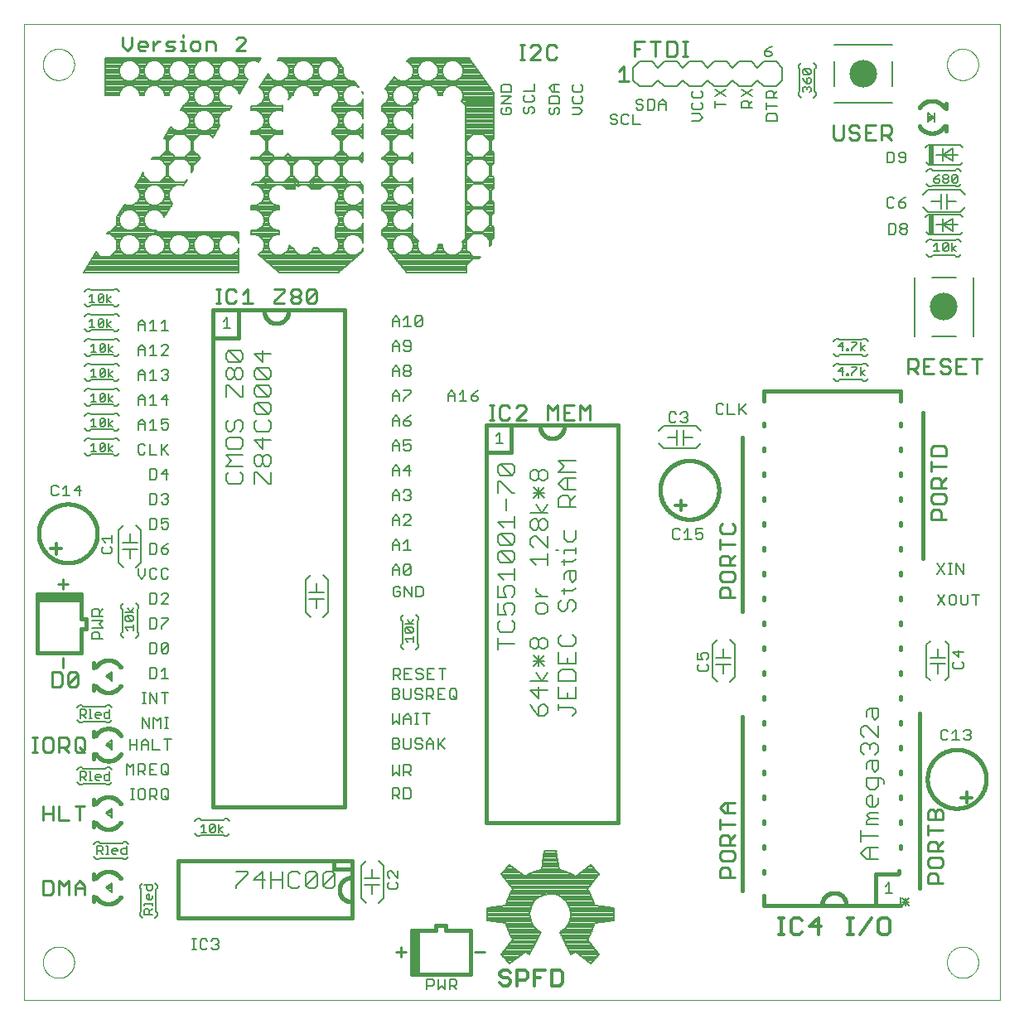
<source format=gto>
G75*
%MOIN*%
%OFA0B0*%
%FSLAX25Y25*%
%IPPOS*%
%LPD*%
%AMOC8*
5,1,8,0,0,1.08239X$1,22.5*
%
%ADD10C,0.00000*%
%ADD11C,0.00800*%
%ADD12C,0.01100*%
%ADD13R,0.02000X0.08000*%
%ADD14C,0.01575*%
%ADD15C,0.00600*%
%ADD16C,0.11135*%
%ADD17C,0.01300*%
%ADD18C,0.00787*%
%ADD19C,0.01200*%
%ADD20C,0.00787*%
%ADD21C,0.01000*%
%ADD22C,0.00500*%
D10*
X0064972Y0005537D02*
X0064972Y0397988D01*
X0457394Y0397988D01*
X0457394Y0005537D01*
X0064972Y0005537D01*
X0072423Y0020537D02*
X0072425Y0020695D01*
X0072431Y0020853D01*
X0072441Y0021011D01*
X0072455Y0021169D01*
X0072473Y0021326D01*
X0072494Y0021483D01*
X0072520Y0021639D01*
X0072550Y0021795D01*
X0072583Y0021950D01*
X0072621Y0022103D01*
X0072662Y0022256D01*
X0072707Y0022408D01*
X0072756Y0022559D01*
X0072809Y0022708D01*
X0072865Y0022856D01*
X0072925Y0023002D01*
X0072989Y0023147D01*
X0073057Y0023290D01*
X0073128Y0023432D01*
X0073202Y0023572D01*
X0073280Y0023709D01*
X0073362Y0023845D01*
X0073446Y0023979D01*
X0073535Y0024110D01*
X0073626Y0024239D01*
X0073721Y0024366D01*
X0073818Y0024491D01*
X0073919Y0024613D01*
X0074023Y0024732D01*
X0074130Y0024849D01*
X0074240Y0024963D01*
X0074353Y0025074D01*
X0074468Y0025183D01*
X0074586Y0025288D01*
X0074707Y0025390D01*
X0074830Y0025490D01*
X0074956Y0025586D01*
X0075084Y0025679D01*
X0075214Y0025769D01*
X0075347Y0025855D01*
X0075482Y0025939D01*
X0075618Y0026018D01*
X0075757Y0026095D01*
X0075898Y0026167D01*
X0076040Y0026237D01*
X0076184Y0026302D01*
X0076330Y0026364D01*
X0076477Y0026422D01*
X0076626Y0026477D01*
X0076776Y0026528D01*
X0076927Y0026575D01*
X0077079Y0026618D01*
X0077232Y0026657D01*
X0077387Y0026693D01*
X0077542Y0026724D01*
X0077698Y0026752D01*
X0077854Y0026776D01*
X0078011Y0026796D01*
X0078169Y0026812D01*
X0078326Y0026824D01*
X0078485Y0026832D01*
X0078643Y0026836D01*
X0078801Y0026836D01*
X0078959Y0026832D01*
X0079118Y0026824D01*
X0079275Y0026812D01*
X0079433Y0026796D01*
X0079590Y0026776D01*
X0079746Y0026752D01*
X0079902Y0026724D01*
X0080057Y0026693D01*
X0080212Y0026657D01*
X0080365Y0026618D01*
X0080517Y0026575D01*
X0080668Y0026528D01*
X0080818Y0026477D01*
X0080967Y0026422D01*
X0081114Y0026364D01*
X0081260Y0026302D01*
X0081404Y0026237D01*
X0081546Y0026167D01*
X0081687Y0026095D01*
X0081826Y0026018D01*
X0081962Y0025939D01*
X0082097Y0025855D01*
X0082230Y0025769D01*
X0082360Y0025679D01*
X0082488Y0025586D01*
X0082614Y0025490D01*
X0082737Y0025390D01*
X0082858Y0025288D01*
X0082976Y0025183D01*
X0083091Y0025074D01*
X0083204Y0024963D01*
X0083314Y0024849D01*
X0083421Y0024732D01*
X0083525Y0024613D01*
X0083626Y0024491D01*
X0083723Y0024366D01*
X0083818Y0024239D01*
X0083909Y0024110D01*
X0083998Y0023979D01*
X0084082Y0023845D01*
X0084164Y0023709D01*
X0084242Y0023572D01*
X0084316Y0023432D01*
X0084387Y0023290D01*
X0084455Y0023147D01*
X0084519Y0023002D01*
X0084579Y0022856D01*
X0084635Y0022708D01*
X0084688Y0022559D01*
X0084737Y0022408D01*
X0084782Y0022256D01*
X0084823Y0022103D01*
X0084861Y0021950D01*
X0084894Y0021795D01*
X0084924Y0021639D01*
X0084950Y0021483D01*
X0084971Y0021326D01*
X0084989Y0021169D01*
X0085003Y0021011D01*
X0085013Y0020853D01*
X0085019Y0020695D01*
X0085021Y0020537D01*
X0085019Y0020379D01*
X0085013Y0020221D01*
X0085003Y0020063D01*
X0084989Y0019905D01*
X0084971Y0019748D01*
X0084950Y0019591D01*
X0084924Y0019435D01*
X0084894Y0019279D01*
X0084861Y0019124D01*
X0084823Y0018971D01*
X0084782Y0018818D01*
X0084737Y0018666D01*
X0084688Y0018515D01*
X0084635Y0018366D01*
X0084579Y0018218D01*
X0084519Y0018072D01*
X0084455Y0017927D01*
X0084387Y0017784D01*
X0084316Y0017642D01*
X0084242Y0017502D01*
X0084164Y0017365D01*
X0084082Y0017229D01*
X0083998Y0017095D01*
X0083909Y0016964D01*
X0083818Y0016835D01*
X0083723Y0016708D01*
X0083626Y0016583D01*
X0083525Y0016461D01*
X0083421Y0016342D01*
X0083314Y0016225D01*
X0083204Y0016111D01*
X0083091Y0016000D01*
X0082976Y0015891D01*
X0082858Y0015786D01*
X0082737Y0015684D01*
X0082614Y0015584D01*
X0082488Y0015488D01*
X0082360Y0015395D01*
X0082230Y0015305D01*
X0082097Y0015219D01*
X0081962Y0015135D01*
X0081826Y0015056D01*
X0081687Y0014979D01*
X0081546Y0014907D01*
X0081404Y0014837D01*
X0081260Y0014772D01*
X0081114Y0014710D01*
X0080967Y0014652D01*
X0080818Y0014597D01*
X0080668Y0014546D01*
X0080517Y0014499D01*
X0080365Y0014456D01*
X0080212Y0014417D01*
X0080057Y0014381D01*
X0079902Y0014350D01*
X0079746Y0014322D01*
X0079590Y0014298D01*
X0079433Y0014278D01*
X0079275Y0014262D01*
X0079118Y0014250D01*
X0078959Y0014242D01*
X0078801Y0014238D01*
X0078643Y0014238D01*
X0078485Y0014242D01*
X0078326Y0014250D01*
X0078169Y0014262D01*
X0078011Y0014278D01*
X0077854Y0014298D01*
X0077698Y0014322D01*
X0077542Y0014350D01*
X0077387Y0014381D01*
X0077232Y0014417D01*
X0077079Y0014456D01*
X0076927Y0014499D01*
X0076776Y0014546D01*
X0076626Y0014597D01*
X0076477Y0014652D01*
X0076330Y0014710D01*
X0076184Y0014772D01*
X0076040Y0014837D01*
X0075898Y0014907D01*
X0075757Y0014979D01*
X0075618Y0015056D01*
X0075482Y0015135D01*
X0075347Y0015219D01*
X0075214Y0015305D01*
X0075084Y0015395D01*
X0074956Y0015488D01*
X0074830Y0015584D01*
X0074707Y0015684D01*
X0074586Y0015786D01*
X0074468Y0015891D01*
X0074353Y0016000D01*
X0074240Y0016111D01*
X0074130Y0016225D01*
X0074023Y0016342D01*
X0073919Y0016461D01*
X0073818Y0016583D01*
X0073721Y0016708D01*
X0073626Y0016835D01*
X0073535Y0016964D01*
X0073446Y0017095D01*
X0073362Y0017229D01*
X0073280Y0017365D01*
X0073202Y0017502D01*
X0073128Y0017642D01*
X0073057Y0017784D01*
X0072989Y0017927D01*
X0072925Y0018072D01*
X0072865Y0018218D01*
X0072809Y0018366D01*
X0072756Y0018515D01*
X0072707Y0018666D01*
X0072662Y0018818D01*
X0072621Y0018971D01*
X0072583Y0019124D01*
X0072550Y0019279D01*
X0072520Y0019435D01*
X0072494Y0019591D01*
X0072473Y0019748D01*
X0072455Y0019905D01*
X0072441Y0020063D01*
X0072431Y0020221D01*
X0072425Y0020379D01*
X0072423Y0020537D01*
X0436173Y0020537D02*
X0436175Y0020695D01*
X0436181Y0020853D01*
X0436191Y0021011D01*
X0436205Y0021169D01*
X0436223Y0021326D01*
X0436244Y0021483D01*
X0436270Y0021639D01*
X0436300Y0021795D01*
X0436333Y0021950D01*
X0436371Y0022103D01*
X0436412Y0022256D01*
X0436457Y0022408D01*
X0436506Y0022559D01*
X0436559Y0022708D01*
X0436615Y0022856D01*
X0436675Y0023002D01*
X0436739Y0023147D01*
X0436807Y0023290D01*
X0436878Y0023432D01*
X0436952Y0023572D01*
X0437030Y0023709D01*
X0437112Y0023845D01*
X0437196Y0023979D01*
X0437285Y0024110D01*
X0437376Y0024239D01*
X0437471Y0024366D01*
X0437568Y0024491D01*
X0437669Y0024613D01*
X0437773Y0024732D01*
X0437880Y0024849D01*
X0437990Y0024963D01*
X0438103Y0025074D01*
X0438218Y0025183D01*
X0438336Y0025288D01*
X0438457Y0025390D01*
X0438580Y0025490D01*
X0438706Y0025586D01*
X0438834Y0025679D01*
X0438964Y0025769D01*
X0439097Y0025855D01*
X0439232Y0025939D01*
X0439368Y0026018D01*
X0439507Y0026095D01*
X0439648Y0026167D01*
X0439790Y0026237D01*
X0439934Y0026302D01*
X0440080Y0026364D01*
X0440227Y0026422D01*
X0440376Y0026477D01*
X0440526Y0026528D01*
X0440677Y0026575D01*
X0440829Y0026618D01*
X0440982Y0026657D01*
X0441137Y0026693D01*
X0441292Y0026724D01*
X0441448Y0026752D01*
X0441604Y0026776D01*
X0441761Y0026796D01*
X0441919Y0026812D01*
X0442076Y0026824D01*
X0442235Y0026832D01*
X0442393Y0026836D01*
X0442551Y0026836D01*
X0442709Y0026832D01*
X0442868Y0026824D01*
X0443025Y0026812D01*
X0443183Y0026796D01*
X0443340Y0026776D01*
X0443496Y0026752D01*
X0443652Y0026724D01*
X0443807Y0026693D01*
X0443962Y0026657D01*
X0444115Y0026618D01*
X0444267Y0026575D01*
X0444418Y0026528D01*
X0444568Y0026477D01*
X0444717Y0026422D01*
X0444864Y0026364D01*
X0445010Y0026302D01*
X0445154Y0026237D01*
X0445296Y0026167D01*
X0445437Y0026095D01*
X0445576Y0026018D01*
X0445712Y0025939D01*
X0445847Y0025855D01*
X0445980Y0025769D01*
X0446110Y0025679D01*
X0446238Y0025586D01*
X0446364Y0025490D01*
X0446487Y0025390D01*
X0446608Y0025288D01*
X0446726Y0025183D01*
X0446841Y0025074D01*
X0446954Y0024963D01*
X0447064Y0024849D01*
X0447171Y0024732D01*
X0447275Y0024613D01*
X0447376Y0024491D01*
X0447473Y0024366D01*
X0447568Y0024239D01*
X0447659Y0024110D01*
X0447748Y0023979D01*
X0447832Y0023845D01*
X0447914Y0023709D01*
X0447992Y0023572D01*
X0448066Y0023432D01*
X0448137Y0023290D01*
X0448205Y0023147D01*
X0448269Y0023002D01*
X0448329Y0022856D01*
X0448385Y0022708D01*
X0448438Y0022559D01*
X0448487Y0022408D01*
X0448532Y0022256D01*
X0448573Y0022103D01*
X0448611Y0021950D01*
X0448644Y0021795D01*
X0448674Y0021639D01*
X0448700Y0021483D01*
X0448721Y0021326D01*
X0448739Y0021169D01*
X0448753Y0021011D01*
X0448763Y0020853D01*
X0448769Y0020695D01*
X0448771Y0020537D01*
X0448769Y0020379D01*
X0448763Y0020221D01*
X0448753Y0020063D01*
X0448739Y0019905D01*
X0448721Y0019748D01*
X0448700Y0019591D01*
X0448674Y0019435D01*
X0448644Y0019279D01*
X0448611Y0019124D01*
X0448573Y0018971D01*
X0448532Y0018818D01*
X0448487Y0018666D01*
X0448438Y0018515D01*
X0448385Y0018366D01*
X0448329Y0018218D01*
X0448269Y0018072D01*
X0448205Y0017927D01*
X0448137Y0017784D01*
X0448066Y0017642D01*
X0447992Y0017502D01*
X0447914Y0017365D01*
X0447832Y0017229D01*
X0447748Y0017095D01*
X0447659Y0016964D01*
X0447568Y0016835D01*
X0447473Y0016708D01*
X0447376Y0016583D01*
X0447275Y0016461D01*
X0447171Y0016342D01*
X0447064Y0016225D01*
X0446954Y0016111D01*
X0446841Y0016000D01*
X0446726Y0015891D01*
X0446608Y0015786D01*
X0446487Y0015684D01*
X0446364Y0015584D01*
X0446238Y0015488D01*
X0446110Y0015395D01*
X0445980Y0015305D01*
X0445847Y0015219D01*
X0445712Y0015135D01*
X0445576Y0015056D01*
X0445437Y0014979D01*
X0445296Y0014907D01*
X0445154Y0014837D01*
X0445010Y0014772D01*
X0444864Y0014710D01*
X0444717Y0014652D01*
X0444568Y0014597D01*
X0444418Y0014546D01*
X0444267Y0014499D01*
X0444115Y0014456D01*
X0443962Y0014417D01*
X0443807Y0014381D01*
X0443652Y0014350D01*
X0443496Y0014322D01*
X0443340Y0014298D01*
X0443183Y0014278D01*
X0443025Y0014262D01*
X0442868Y0014250D01*
X0442709Y0014242D01*
X0442551Y0014238D01*
X0442393Y0014238D01*
X0442235Y0014242D01*
X0442076Y0014250D01*
X0441919Y0014262D01*
X0441761Y0014278D01*
X0441604Y0014298D01*
X0441448Y0014322D01*
X0441292Y0014350D01*
X0441137Y0014381D01*
X0440982Y0014417D01*
X0440829Y0014456D01*
X0440677Y0014499D01*
X0440526Y0014546D01*
X0440376Y0014597D01*
X0440227Y0014652D01*
X0440080Y0014710D01*
X0439934Y0014772D01*
X0439790Y0014837D01*
X0439648Y0014907D01*
X0439507Y0014979D01*
X0439368Y0015056D01*
X0439232Y0015135D01*
X0439097Y0015219D01*
X0438964Y0015305D01*
X0438834Y0015395D01*
X0438706Y0015488D01*
X0438580Y0015584D01*
X0438457Y0015684D01*
X0438336Y0015786D01*
X0438218Y0015891D01*
X0438103Y0016000D01*
X0437990Y0016111D01*
X0437880Y0016225D01*
X0437773Y0016342D01*
X0437669Y0016461D01*
X0437568Y0016583D01*
X0437471Y0016708D01*
X0437376Y0016835D01*
X0437285Y0016964D01*
X0437196Y0017095D01*
X0437112Y0017229D01*
X0437030Y0017365D01*
X0436952Y0017502D01*
X0436878Y0017642D01*
X0436807Y0017784D01*
X0436739Y0017927D01*
X0436675Y0018072D01*
X0436615Y0018218D01*
X0436559Y0018366D01*
X0436506Y0018515D01*
X0436457Y0018666D01*
X0436412Y0018818D01*
X0436371Y0018971D01*
X0436333Y0019124D01*
X0436300Y0019279D01*
X0436270Y0019435D01*
X0436244Y0019591D01*
X0436223Y0019748D01*
X0436205Y0019905D01*
X0436191Y0020063D01*
X0436181Y0020221D01*
X0436175Y0020379D01*
X0436173Y0020537D01*
X0436173Y0381787D02*
X0436175Y0381945D01*
X0436181Y0382103D01*
X0436191Y0382261D01*
X0436205Y0382419D01*
X0436223Y0382576D01*
X0436244Y0382733D01*
X0436270Y0382889D01*
X0436300Y0383045D01*
X0436333Y0383200D01*
X0436371Y0383353D01*
X0436412Y0383506D01*
X0436457Y0383658D01*
X0436506Y0383809D01*
X0436559Y0383958D01*
X0436615Y0384106D01*
X0436675Y0384252D01*
X0436739Y0384397D01*
X0436807Y0384540D01*
X0436878Y0384682D01*
X0436952Y0384822D01*
X0437030Y0384959D01*
X0437112Y0385095D01*
X0437196Y0385229D01*
X0437285Y0385360D01*
X0437376Y0385489D01*
X0437471Y0385616D01*
X0437568Y0385741D01*
X0437669Y0385863D01*
X0437773Y0385982D01*
X0437880Y0386099D01*
X0437990Y0386213D01*
X0438103Y0386324D01*
X0438218Y0386433D01*
X0438336Y0386538D01*
X0438457Y0386640D01*
X0438580Y0386740D01*
X0438706Y0386836D01*
X0438834Y0386929D01*
X0438964Y0387019D01*
X0439097Y0387105D01*
X0439232Y0387189D01*
X0439368Y0387268D01*
X0439507Y0387345D01*
X0439648Y0387417D01*
X0439790Y0387487D01*
X0439934Y0387552D01*
X0440080Y0387614D01*
X0440227Y0387672D01*
X0440376Y0387727D01*
X0440526Y0387778D01*
X0440677Y0387825D01*
X0440829Y0387868D01*
X0440982Y0387907D01*
X0441137Y0387943D01*
X0441292Y0387974D01*
X0441448Y0388002D01*
X0441604Y0388026D01*
X0441761Y0388046D01*
X0441919Y0388062D01*
X0442076Y0388074D01*
X0442235Y0388082D01*
X0442393Y0388086D01*
X0442551Y0388086D01*
X0442709Y0388082D01*
X0442868Y0388074D01*
X0443025Y0388062D01*
X0443183Y0388046D01*
X0443340Y0388026D01*
X0443496Y0388002D01*
X0443652Y0387974D01*
X0443807Y0387943D01*
X0443962Y0387907D01*
X0444115Y0387868D01*
X0444267Y0387825D01*
X0444418Y0387778D01*
X0444568Y0387727D01*
X0444717Y0387672D01*
X0444864Y0387614D01*
X0445010Y0387552D01*
X0445154Y0387487D01*
X0445296Y0387417D01*
X0445437Y0387345D01*
X0445576Y0387268D01*
X0445712Y0387189D01*
X0445847Y0387105D01*
X0445980Y0387019D01*
X0446110Y0386929D01*
X0446238Y0386836D01*
X0446364Y0386740D01*
X0446487Y0386640D01*
X0446608Y0386538D01*
X0446726Y0386433D01*
X0446841Y0386324D01*
X0446954Y0386213D01*
X0447064Y0386099D01*
X0447171Y0385982D01*
X0447275Y0385863D01*
X0447376Y0385741D01*
X0447473Y0385616D01*
X0447568Y0385489D01*
X0447659Y0385360D01*
X0447748Y0385229D01*
X0447832Y0385095D01*
X0447914Y0384959D01*
X0447992Y0384822D01*
X0448066Y0384682D01*
X0448137Y0384540D01*
X0448205Y0384397D01*
X0448269Y0384252D01*
X0448329Y0384106D01*
X0448385Y0383958D01*
X0448438Y0383809D01*
X0448487Y0383658D01*
X0448532Y0383506D01*
X0448573Y0383353D01*
X0448611Y0383200D01*
X0448644Y0383045D01*
X0448674Y0382889D01*
X0448700Y0382733D01*
X0448721Y0382576D01*
X0448739Y0382419D01*
X0448753Y0382261D01*
X0448763Y0382103D01*
X0448769Y0381945D01*
X0448771Y0381787D01*
X0448769Y0381629D01*
X0448763Y0381471D01*
X0448753Y0381313D01*
X0448739Y0381155D01*
X0448721Y0380998D01*
X0448700Y0380841D01*
X0448674Y0380685D01*
X0448644Y0380529D01*
X0448611Y0380374D01*
X0448573Y0380221D01*
X0448532Y0380068D01*
X0448487Y0379916D01*
X0448438Y0379765D01*
X0448385Y0379616D01*
X0448329Y0379468D01*
X0448269Y0379322D01*
X0448205Y0379177D01*
X0448137Y0379034D01*
X0448066Y0378892D01*
X0447992Y0378752D01*
X0447914Y0378615D01*
X0447832Y0378479D01*
X0447748Y0378345D01*
X0447659Y0378214D01*
X0447568Y0378085D01*
X0447473Y0377958D01*
X0447376Y0377833D01*
X0447275Y0377711D01*
X0447171Y0377592D01*
X0447064Y0377475D01*
X0446954Y0377361D01*
X0446841Y0377250D01*
X0446726Y0377141D01*
X0446608Y0377036D01*
X0446487Y0376934D01*
X0446364Y0376834D01*
X0446238Y0376738D01*
X0446110Y0376645D01*
X0445980Y0376555D01*
X0445847Y0376469D01*
X0445712Y0376385D01*
X0445576Y0376306D01*
X0445437Y0376229D01*
X0445296Y0376157D01*
X0445154Y0376087D01*
X0445010Y0376022D01*
X0444864Y0375960D01*
X0444717Y0375902D01*
X0444568Y0375847D01*
X0444418Y0375796D01*
X0444267Y0375749D01*
X0444115Y0375706D01*
X0443962Y0375667D01*
X0443807Y0375631D01*
X0443652Y0375600D01*
X0443496Y0375572D01*
X0443340Y0375548D01*
X0443183Y0375528D01*
X0443025Y0375512D01*
X0442868Y0375500D01*
X0442709Y0375492D01*
X0442551Y0375488D01*
X0442393Y0375488D01*
X0442235Y0375492D01*
X0442076Y0375500D01*
X0441919Y0375512D01*
X0441761Y0375528D01*
X0441604Y0375548D01*
X0441448Y0375572D01*
X0441292Y0375600D01*
X0441137Y0375631D01*
X0440982Y0375667D01*
X0440829Y0375706D01*
X0440677Y0375749D01*
X0440526Y0375796D01*
X0440376Y0375847D01*
X0440227Y0375902D01*
X0440080Y0375960D01*
X0439934Y0376022D01*
X0439790Y0376087D01*
X0439648Y0376157D01*
X0439507Y0376229D01*
X0439368Y0376306D01*
X0439232Y0376385D01*
X0439097Y0376469D01*
X0438964Y0376555D01*
X0438834Y0376645D01*
X0438706Y0376738D01*
X0438580Y0376834D01*
X0438457Y0376934D01*
X0438336Y0377036D01*
X0438218Y0377141D01*
X0438103Y0377250D01*
X0437990Y0377361D01*
X0437880Y0377475D01*
X0437773Y0377592D01*
X0437669Y0377711D01*
X0437568Y0377833D01*
X0437471Y0377958D01*
X0437376Y0378085D01*
X0437285Y0378214D01*
X0437196Y0378345D01*
X0437112Y0378479D01*
X0437030Y0378615D01*
X0436952Y0378752D01*
X0436878Y0378892D01*
X0436807Y0379034D01*
X0436739Y0379177D01*
X0436675Y0379322D01*
X0436615Y0379468D01*
X0436559Y0379616D01*
X0436506Y0379765D01*
X0436457Y0379916D01*
X0436412Y0380068D01*
X0436371Y0380221D01*
X0436333Y0380374D01*
X0436300Y0380529D01*
X0436270Y0380685D01*
X0436244Y0380841D01*
X0436223Y0380998D01*
X0436205Y0381155D01*
X0436191Y0381313D01*
X0436181Y0381471D01*
X0436175Y0381629D01*
X0436173Y0381787D01*
X0072423Y0381787D02*
X0072425Y0381945D01*
X0072431Y0382103D01*
X0072441Y0382261D01*
X0072455Y0382419D01*
X0072473Y0382576D01*
X0072494Y0382733D01*
X0072520Y0382889D01*
X0072550Y0383045D01*
X0072583Y0383200D01*
X0072621Y0383353D01*
X0072662Y0383506D01*
X0072707Y0383658D01*
X0072756Y0383809D01*
X0072809Y0383958D01*
X0072865Y0384106D01*
X0072925Y0384252D01*
X0072989Y0384397D01*
X0073057Y0384540D01*
X0073128Y0384682D01*
X0073202Y0384822D01*
X0073280Y0384959D01*
X0073362Y0385095D01*
X0073446Y0385229D01*
X0073535Y0385360D01*
X0073626Y0385489D01*
X0073721Y0385616D01*
X0073818Y0385741D01*
X0073919Y0385863D01*
X0074023Y0385982D01*
X0074130Y0386099D01*
X0074240Y0386213D01*
X0074353Y0386324D01*
X0074468Y0386433D01*
X0074586Y0386538D01*
X0074707Y0386640D01*
X0074830Y0386740D01*
X0074956Y0386836D01*
X0075084Y0386929D01*
X0075214Y0387019D01*
X0075347Y0387105D01*
X0075482Y0387189D01*
X0075618Y0387268D01*
X0075757Y0387345D01*
X0075898Y0387417D01*
X0076040Y0387487D01*
X0076184Y0387552D01*
X0076330Y0387614D01*
X0076477Y0387672D01*
X0076626Y0387727D01*
X0076776Y0387778D01*
X0076927Y0387825D01*
X0077079Y0387868D01*
X0077232Y0387907D01*
X0077387Y0387943D01*
X0077542Y0387974D01*
X0077698Y0388002D01*
X0077854Y0388026D01*
X0078011Y0388046D01*
X0078169Y0388062D01*
X0078326Y0388074D01*
X0078485Y0388082D01*
X0078643Y0388086D01*
X0078801Y0388086D01*
X0078959Y0388082D01*
X0079118Y0388074D01*
X0079275Y0388062D01*
X0079433Y0388046D01*
X0079590Y0388026D01*
X0079746Y0388002D01*
X0079902Y0387974D01*
X0080057Y0387943D01*
X0080212Y0387907D01*
X0080365Y0387868D01*
X0080517Y0387825D01*
X0080668Y0387778D01*
X0080818Y0387727D01*
X0080967Y0387672D01*
X0081114Y0387614D01*
X0081260Y0387552D01*
X0081404Y0387487D01*
X0081546Y0387417D01*
X0081687Y0387345D01*
X0081826Y0387268D01*
X0081962Y0387189D01*
X0082097Y0387105D01*
X0082230Y0387019D01*
X0082360Y0386929D01*
X0082488Y0386836D01*
X0082614Y0386740D01*
X0082737Y0386640D01*
X0082858Y0386538D01*
X0082976Y0386433D01*
X0083091Y0386324D01*
X0083204Y0386213D01*
X0083314Y0386099D01*
X0083421Y0385982D01*
X0083525Y0385863D01*
X0083626Y0385741D01*
X0083723Y0385616D01*
X0083818Y0385489D01*
X0083909Y0385360D01*
X0083998Y0385229D01*
X0084082Y0385095D01*
X0084164Y0384959D01*
X0084242Y0384822D01*
X0084316Y0384682D01*
X0084387Y0384540D01*
X0084455Y0384397D01*
X0084519Y0384252D01*
X0084579Y0384106D01*
X0084635Y0383958D01*
X0084688Y0383809D01*
X0084737Y0383658D01*
X0084782Y0383506D01*
X0084823Y0383353D01*
X0084861Y0383200D01*
X0084894Y0383045D01*
X0084924Y0382889D01*
X0084950Y0382733D01*
X0084971Y0382576D01*
X0084989Y0382419D01*
X0085003Y0382261D01*
X0085013Y0382103D01*
X0085019Y0381945D01*
X0085021Y0381787D01*
X0085019Y0381629D01*
X0085013Y0381471D01*
X0085003Y0381313D01*
X0084989Y0381155D01*
X0084971Y0380998D01*
X0084950Y0380841D01*
X0084924Y0380685D01*
X0084894Y0380529D01*
X0084861Y0380374D01*
X0084823Y0380221D01*
X0084782Y0380068D01*
X0084737Y0379916D01*
X0084688Y0379765D01*
X0084635Y0379616D01*
X0084579Y0379468D01*
X0084519Y0379322D01*
X0084455Y0379177D01*
X0084387Y0379034D01*
X0084316Y0378892D01*
X0084242Y0378752D01*
X0084164Y0378615D01*
X0084082Y0378479D01*
X0083998Y0378345D01*
X0083909Y0378214D01*
X0083818Y0378085D01*
X0083723Y0377958D01*
X0083626Y0377833D01*
X0083525Y0377711D01*
X0083421Y0377592D01*
X0083314Y0377475D01*
X0083204Y0377361D01*
X0083091Y0377250D01*
X0082976Y0377141D01*
X0082858Y0377036D01*
X0082737Y0376934D01*
X0082614Y0376834D01*
X0082488Y0376738D01*
X0082360Y0376645D01*
X0082230Y0376555D01*
X0082097Y0376469D01*
X0081962Y0376385D01*
X0081826Y0376306D01*
X0081687Y0376229D01*
X0081546Y0376157D01*
X0081404Y0376087D01*
X0081260Y0376022D01*
X0081114Y0375960D01*
X0080967Y0375902D01*
X0080818Y0375847D01*
X0080668Y0375796D01*
X0080517Y0375749D01*
X0080365Y0375706D01*
X0080212Y0375667D01*
X0080057Y0375631D01*
X0079902Y0375600D01*
X0079746Y0375572D01*
X0079590Y0375548D01*
X0079433Y0375528D01*
X0079275Y0375512D01*
X0079118Y0375500D01*
X0078959Y0375492D01*
X0078801Y0375488D01*
X0078643Y0375488D01*
X0078485Y0375492D01*
X0078326Y0375500D01*
X0078169Y0375512D01*
X0078011Y0375528D01*
X0077854Y0375548D01*
X0077698Y0375572D01*
X0077542Y0375600D01*
X0077387Y0375631D01*
X0077232Y0375667D01*
X0077079Y0375706D01*
X0076927Y0375749D01*
X0076776Y0375796D01*
X0076626Y0375847D01*
X0076477Y0375902D01*
X0076330Y0375960D01*
X0076184Y0376022D01*
X0076040Y0376087D01*
X0075898Y0376157D01*
X0075757Y0376229D01*
X0075618Y0376306D01*
X0075482Y0376385D01*
X0075347Y0376469D01*
X0075214Y0376555D01*
X0075084Y0376645D01*
X0074956Y0376738D01*
X0074830Y0376834D01*
X0074707Y0376934D01*
X0074586Y0377036D01*
X0074468Y0377141D01*
X0074353Y0377250D01*
X0074240Y0377361D01*
X0074130Y0377475D01*
X0074023Y0377592D01*
X0073919Y0377711D01*
X0073818Y0377833D01*
X0073721Y0377958D01*
X0073626Y0378085D01*
X0073535Y0378214D01*
X0073446Y0378345D01*
X0073362Y0378479D01*
X0073280Y0378615D01*
X0073202Y0378752D01*
X0073128Y0378892D01*
X0073057Y0379034D01*
X0072989Y0379177D01*
X0072925Y0379322D01*
X0072865Y0379468D01*
X0072809Y0379616D01*
X0072756Y0379765D01*
X0072707Y0379916D01*
X0072662Y0380068D01*
X0072621Y0380221D01*
X0072583Y0380374D01*
X0072550Y0380529D01*
X0072520Y0380685D01*
X0072494Y0380841D01*
X0072473Y0380998D01*
X0072455Y0381155D01*
X0072441Y0381313D01*
X0072431Y0381471D01*
X0072425Y0381629D01*
X0072423Y0381787D01*
D11*
X0090222Y0291537D02*
X0091222Y0291537D01*
X0091722Y0291037D01*
X0100722Y0291037D01*
X0101222Y0291537D01*
X0102222Y0291537D01*
X0103222Y0290537D01*
X0103222Y0285537D02*
X0102222Y0284537D01*
X0101222Y0284537D01*
X0100722Y0285037D01*
X0091722Y0285037D01*
X0091222Y0284537D01*
X0090222Y0284537D01*
X0089222Y0285537D01*
X0090222Y0281537D02*
X0091222Y0281537D01*
X0091722Y0281037D01*
X0100722Y0281037D01*
X0101222Y0281537D01*
X0102222Y0281537D01*
X0103222Y0280537D01*
X0103222Y0275537D02*
X0102222Y0274537D01*
X0101222Y0274537D01*
X0100722Y0275037D01*
X0091722Y0275037D01*
X0091222Y0274537D01*
X0090222Y0274537D01*
X0089222Y0275537D01*
X0090222Y0271537D02*
X0091222Y0271537D01*
X0091722Y0271037D01*
X0100722Y0271037D01*
X0101222Y0271537D01*
X0102222Y0271537D01*
X0103222Y0270537D01*
X0103222Y0265537D02*
X0102222Y0264537D01*
X0101222Y0264537D01*
X0100722Y0265037D01*
X0091722Y0265037D01*
X0091222Y0264537D01*
X0090222Y0264537D01*
X0089222Y0265537D01*
X0090222Y0261537D02*
X0091222Y0261537D01*
X0091722Y0261037D01*
X0100722Y0261037D01*
X0101222Y0261537D01*
X0102222Y0261537D01*
X0103222Y0260537D01*
X0103222Y0255537D02*
X0102222Y0254537D01*
X0101222Y0254537D01*
X0100722Y0255037D01*
X0091722Y0255037D01*
X0091222Y0254537D01*
X0090222Y0254537D01*
X0089222Y0255537D01*
X0090222Y0251537D02*
X0091222Y0251537D01*
X0091722Y0251037D01*
X0100722Y0251037D01*
X0101222Y0251537D01*
X0102222Y0251537D01*
X0103222Y0250537D01*
X0103222Y0245537D02*
X0102222Y0244537D01*
X0101222Y0244537D01*
X0100722Y0245037D01*
X0091722Y0245037D01*
X0091222Y0244537D01*
X0090222Y0244537D01*
X0089222Y0245537D01*
X0090222Y0241537D02*
X0091222Y0241537D01*
X0091722Y0241037D01*
X0100722Y0241037D01*
X0101222Y0241537D01*
X0102222Y0241537D01*
X0103222Y0240537D01*
X0110792Y0237670D02*
X0112193Y0239071D01*
X0113594Y0237670D01*
X0113594Y0234868D01*
X0115396Y0234868D02*
X0118198Y0234868D01*
X0116797Y0234868D02*
X0116797Y0239071D01*
X0115396Y0237670D01*
X0113594Y0236970D02*
X0110792Y0236970D01*
X0110792Y0237670D02*
X0110792Y0234868D01*
X0111492Y0229071D02*
X0110792Y0228371D01*
X0110792Y0225568D01*
X0111492Y0224868D01*
X0112894Y0224868D01*
X0113594Y0225568D01*
X0115396Y0224868D02*
X0118198Y0224868D01*
X0120000Y0224868D02*
X0120000Y0229071D01*
X0120700Y0226970D02*
X0122802Y0224868D01*
X0120000Y0226269D02*
X0122802Y0229071D01*
X0122101Y0234868D02*
X0120700Y0234868D01*
X0120000Y0235568D01*
X0120000Y0236970D02*
X0121401Y0237670D01*
X0122101Y0237670D01*
X0122802Y0236970D01*
X0122802Y0235568D01*
X0122101Y0234868D01*
X0120000Y0236970D02*
X0120000Y0239071D01*
X0122802Y0239071D01*
X0122101Y0244868D02*
X0122101Y0249071D01*
X0120000Y0246970D01*
X0122802Y0246970D01*
X0118198Y0244868D02*
X0115396Y0244868D01*
X0116797Y0244868D02*
X0116797Y0249071D01*
X0115396Y0247670D01*
X0113594Y0247670D02*
X0113594Y0244868D01*
X0113594Y0246970D02*
X0110792Y0246970D01*
X0110792Y0247670D02*
X0112193Y0249071D01*
X0113594Y0247670D01*
X0110792Y0247670D02*
X0110792Y0244868D01*
X0110792Y0254868D02*
X0110792Y0257670D01*
X0112193Y0259071D01*
X0113594Y0257670D01*
X0113594Y0254868D01*
X0115396Y0254868D02*
X0118198Y0254868D01*
X0116797Y0254868D02*
X0116797Y0259071D01*
X0115396Y0257670D01*
X0113594Y0256970D02*
X0110792Y0256970D01*
X0110792Y0264868D02*
X0110792Y0267670D01*
X0112193Y0269071D01*
X0113594Y0267670D01*
X0113594Y0264868D01*
X0115396Y0264868D02*
X0118198Y0264868D01*
X0116797Y0264868D02*
X0116797Y0269071D01*
X0115396Y0267670D01*
X0113594Y0266970D02*
X0110792Y0266970D01*
X0110792Y0274868D02*
X0110792Y0277670D01*
X0112193Y0279071D01*
X0113594Y0277670D01*
X0113594Y0274868D01*
X0115396Y0274868D02*
X0118198Y0274868D01*
X0116797Y0274868D02*
X0116797Y0279071D01*
X0115396Y0277670D01*
X0113594Y0276970D02*
X0110792Y0276970D01*
X0120000Y0277670D02*
X0121401Y0279071D01*
X0121401Y0274868D01*
X0120000Y0274868D02*
X0122802Y0274868D01*
X0122101Y0269071D02*
X0120700Y0269071D01*
X0120000Y0268371D01*
X0122101Y0269071D02*
X0122802Y0268371D01*
X0122802Y0267670D01*
X0120000Y0264868D01*
X0122802Y0264868D01*
X0122101Y0259071D02*
X0120700Y0259071D01*
X0120000Y0258371D01*
X0121401Y0256970D02*
X0122101Y0256970D01*
X0122802Y0256269D01*
X0122802Y0255568D01*
X0122101Y0254868D01*
X0120700Y0254868D01*
X0120000Y0255568D01*
X0122101Y0256970D02*
X0122802Y0257670D01*
X0122802Y0258371D01*
X0122101Y0259071D01*
X0145060Y0275687D02*
X0147862Y0275687D01*
X0146461Y0275687D02*
X0146461Y0279891D01*
X0145060Y0278490D01*
X0147153Y0266686D02*
X0151690Y0262149D01*
X0152824Y0263283D01*
X0152824Y0265551D01*
X0151690Y0266686D01*
X0147153Y0266686D01*
X0146018Y0265551D01*
X0146018Y0263283D01*
X0147153Y0262149D01*
X0151690Y0262149D01*
X0151690Y0259688D02*
X0152824Y0258553D01*
X0152824Y0256285D01*
X0151690Y0255151D01*
X0150555Y0255151D01*
X0149421Y0256285D01*
X0149421Y0258553D01*
X0150555Y0259688D01*
X0151690Y0259688D01*
X0149421Y0258553D02*
X0148287Y0259688D01*
X0147153Y0259688D01*
X0146018Y0258553D01*
X0146018Y0256285D01*
X0147153Y0255151D01*
X0148287Y0255151D01*
X0149421Y0256285D01*
X0147153Y0252690D02*
X0151690Y0248153D01*
X0152824Y0248153D01*
X0152824Y0252690D01*
X0157418Y0251556D02*
X0158553Y0252690D01*
X0163090Y0248153D01*
X0164224Y0249287D01*
X0164224Y0251556D01*
X0163090Y0252690D01*
X0158553Y0252690D01*
X0157418Y0251556D02*
X0157418Y0249287D01*
X0158553Y0248153D01*
X0163090Y0248153D01*
X0163090Y0245692D02*
X0164224Y0244558D01*
X0164224Y0242289D01*
X0163090Y0241155D01*
X0158553Y0245692D01*
X0163090Y0245692D01*
X0163090Y0241155D02*
X0158553Y0241155D01*
X0157418Y0242289D01*
X0157418Y0244558D01*
X0158553Y0245692D01*
X0158553Y0238694D02*
X0157418Y0237560D01*
X0157418Y0235291D01*
X0158553Y0234157D01*
X0163090Y0234157D01*
X0164224Y0235291D01*
X0164224Y0237560D01*
X0163090Y0238694D01*
X0160821Y0231696D02*
X0160821Y0227159D01*
X0157418Y0230562D01*
X0164224Y0230562D01*
X0163090Y0224698D02*
X0164224Y0223564D01*
X0164224Y0221295D01*
X0163090Y0220161D01*
X0161955Y0220161D01*
X0160821Y0221295D01*
X0160821Y0223564D01*
X0161955Y0224698D01*
X0163090Y0224698D01*
X0160821Y0223564D02*
X0159687Y0224698D01*
X0158553Y0224698D01*
X0157418Y0223564D01*
X0157418Y0221295D01*
X0158553Y0220161D01*
X0159687Y0220161D01*
X0160821Y0221295D01*
X0158553Y0217700D02*
X0163090Y0213163D01*
X0164224Y0213163D01*
X0164224Y0217700D01*
X0158553Y0217700D02*
X0157418Y0217700D01*
X0157418Y0213163D01*
X0152824Y0214297D02*
X0152824Y0216566D01*
X0151690Y0217700D01*
X0152824Y0220161D02*
X0146018Y0220161D01*
X0148287Y0222429D01*
X0146018Y0224698D01*
X0152824Y0224698D01*
X0151690Y0227159D02*
X0152824Y0228293D01*
X0152824Y0230562D01*
X0151690Y0231696D01*
X0147153Y0231696D01*
X0146018Y0230562D01*
X0146018Y0228293D01*
X0147153Y0227159D01*
X0151690Y0227159D01*
X0151690Y0234157D02*
X0152824Y0235291D01*
X0152824Y0237560D01*
X0151690Y0238694D01*
X0150555Y0238694D01*
X0149421Y0237560D01*
X0149421Y0235291D01*
X0148287Y0234157D01*
X0147153Y0234157D01*
X0146018Y0235291D01*
X0146018Y0237560D01*
X0147153Y0238694D01*
X0146018Y0248153D02*
X0146018Y0252690D01*
X0147153Y0252690D01*
X0157418Y0256285D02*
X0157418Y0258553D01*
X0158553Y0259688D01*
X0163090Y0255151D01*
X0164224Y0256285D01*
X0164224Y0258553D01*
X0163090Y0259688D01*
X0158553Y0259688D01*
X0160821Y0262149D02*
X0160821Y0266686D01*
X0164224Y0265551D02*
X0157418Y0265551D01*
X0160821Y0262149D01*
X0157418Y0256285D02*
X0158553Y0255151D01*
X0163090Y0255151D01*
X0147153Y0217700D02*
X0146018Y0216566D01*
X0146018Y0214297D01*
X0147153Y0213163D01*
X0151690Y0213163D01*
X0152824Y0214297D01*
X0122802Y0216970D02*
X0120000Y0216970D01*
X0122101Y0219071D01*
X0122101Y0214868D01*
X0118198Y0215568D02*
X0118198Y0218371D01*
X0117497Y0219071D01*
X0115396Y0219071D01*
X0115396Y0214868D01*
X0117497Y0214868D01*
X0118198Y0215568D01*
X0117497Y0209071D02*
X0115396Y0209071D01*
X0115396Y0204868D01*
X0117497Y0204868D01*
X0118198Y0205568D01*
X0118198Y0208371D01*
X0117497Y0209071D01*
X0120000Y0208371D02*
X0120700Y0209071D01*
X0122101Y0209071D01*
X0122802Y0208371D01*
X0122802Y0207670D01*
X0122101Y0206970D01*
X0122802Y0206269D01*
X0122802Y0205568D01*
X0122101Y0204868D01*
X0120700Y0204868D01*
X0120000Y0205568D01*
X0121401Y0206970D02*
X0122101Y0206970D01*
X0122802Y0199071D02*
X0120000Y0199071D01*
X0120000Y0196970D01*
X0121401Y0197670D01*
X0122101Y0197670D01*
X0122802Y0196970D01*
X0122802Y0195568D01*
X0122101Y0194868D01*
X0120700Y0194868D01*
X0120000Y0195568D01*
X0118198Y0195568D02*
X0118198Y0198371D01*
X0117497Y0199071D01*
X0115396Y0199071D01*
X0115396Y0194868D01*
X0117497Y0194868D01*
X0118198Y0195568D01*
X0111972Y0194537D02*
X0109972Y0196537D01*
X0111972Y0194537D02*
X0111972Y0181537D01*
X0109972Y0179537D01*
X0110792Y0179071D02*
X0110792Y0176269D01*
X0112193Y0174868D01*
X0113594Y0176269D01*
X0113594Y0179071D01*
X0115396Y0178371D02*
X0115396Y0175568D01*
X0116096Y0174868D01*
X0117497Y0174868D01*
X0118198Y0175568D01*
X0120000Y0175568D02*
X0120700Y0174868D01*
X0122101Y0174868D01*
X0122802Y0175568D01*
X0120000Y0175568D02*
X0120000Y0178371D01*
X0120700Y0179071D01*
X0122101Y0179071D01*
X0122802Y0178371D01*
X0118198Y0178371D02*
X0117497Y0179071D01*
X0116096Y0179071D01*
X0115396Y0178371D01*
X0115396Y0184868D02*
X0117497Y0184868D01*
X0118198Y0185568D01*
X0118198Y0188371D01*
X0117497Y0189071D01*
X0115396Y0189071D01*
X0115396Y0184868D01*
X0120000Y0185568D02*
X0120000Y0186970D01*
X0122101Y0186970D01*
X0122802Y0186269D01*
X0122802Y0185568D01*
X0122101Y0184868D01*
X0120700Y0184868D01*
X0120000Y0185568D01*
X0120000Y0186970D02*
X0121401Y0188371D01*
X0122802Y0189071D01*
X0110472Y0189337D02*
X0107472Y0189337D01*
X0107472Y0193037D01*
X0107472Y0189337D02*
X0104472Y0189337D01*
X0104472Y0186837D02*
X0107472Y0186837D01*
X0107472Y0183037D01*
X0107472Y0186837D02*
X0110472Y0186837D01*
X0104972Y0179537D02*
X0102972Y0181537D01*
X0102972Y0194537D01*
X0104972Y0196537D01*
X0100322Y0192344D02*
X0100322Y0189541D01*
X0100322Y0190943D02*
X0096119Y0190943D01*
X0097520Y0189541D01*
X0096819Y0187740D02*
X0096119Y0187039D01*
X0096119Y0185638D01*
X0096819Y0184937D01*
X0099622Y0184937D01*
X0100322Y0185638D01*
X0100322Y0187039D01*
X0099622Y0187740D01*
X0087183Y0208250D02*
X0087183Y0212454D01*
X0085081Y0210352D01*
X0087883Y0210352D01*
X0083280Y0208250D02*
X0080477Y0208250D01*
X0081878Y0208250D02*
X0081878Y0212454D01*
X0080477Y0211053D01*
X0078676Y0211753D02*
X0077975Y0212454D01*
X0076574Y0212454D01*
X0075873Y0211753D01*
X0075873Y0208951D01*
X0076574Y0208250D01*
X0077975Y0208250D01*
X0078676Y0208951D01*
X0090222Y0224537D02*
X0091222Y0224537D01*
X0091722Y0225037D01*
X0100722Y0225037D01*
X0101222Y0224537D01*
X0102222Y0224537D01*
X0103222Y0225537D01*
X0103222Y0230537D02*
X0102222Y0231537D01*
X0101222Y0231537D01*
X0100722Y0231037D01*
X0091722Y0231037D01*
X0091222Y0231537D01*
X0090222Y0231537D01*
X0089222Y0230537D01*
X0090222Y0234537D02*
X0091222Y0234537D01*
X0091722Y0235037D01*
X0100722Y0235037D01*
X0101222Y0234537D01*
X0102222Y0234537D01*
X0103222Y0235537D01*
X0111492Y0229071D02*
X0112894Y0229071D01*
X0113594Y0228371D01*
X0115396Y0229071D02*
X0115396Y0224868D01*
X0090222Y0224537D02*
X0089222Y0225537D01*
X0090222Y0234537D02*
X0089222Y0235537D01*
X0089222Y0240537D02*
X0090222Y0241537D01*
X0089222Y0250537D02*
X0090222Y0251537D01*
X0089222Y0260537D02*
X0090222Y0261537D01*
X0089222Y0270537D02*
X0090222Y0271537D01*
X0089222Y0280537D02*
X0090222Y0281537D01*
X0089222Y0290537D02*
X0090222Y0291537D01*
X0213016Y0279184D02*
X0213016Y0276382D01*
X0213016Y0278484D02*
X0215819Y0278484D01*
X0215819Y0279184D02*
X0215819Y0276382D01*
X0217620Y0276382D02*
X0220423Y0276382D01*
X0219021Y0276382D02*
X0219021Y0280586D01*
X0217620Y0279184D01*
X0215819Y0279184D02*
X0214418Y0280586D01*
X0213016Y0279184D01*
X0214418Y0270586D02*
X0213016Y0269184D01*
X0213016Y0266382D01*
X0213016Y0268484D02*
X0215819Y0268484D01*
X0215819Y0269184D02*
X0215819Y0266382D01*
X0217620Y0267083D02*
X0218321Y0266382D01*
X0219722Y0266382D01*
X0220423Y0267083D01*
X0220423Y0269885D01*
X0219722Y0270586D01*
X0218321Y0270586D01*
X0217620Y0269885D01*
X0217620Y0269184D01*
X0218321Y0268484D01*
X0220423Y0268484D01*
X0215819Y0269184D02*
X0214418Y0270586D01*
X0222224Y0277083D02*
X0225027Y0279885D01*
X0225027Y0277083D01*
X0224326Y0276382D01*
X0222925Y0276382D01*
X0222224Y0277083D01*
X0222224Y0279885D01*
X0222925Y0280586D01*
X0224326Y0280586D01*
X0225027Y0279885D01*
X0219722Y0260586D02*
X0218321Y0260586D01*
X0217620Y0259885D01*
X0217620Y0259184D01*
X0218321Y0258484D01*
X0219722Y0258484D01*
X0220423Y0257783D01*
X0220423Y0257083D01*
X0219722Y0256382D01*
X0218321Y0256382D01*
X0217620Y0257083D01*
X0217620Y0257783D01*
X0218321Y0258484D01*
X0219722Y0258484D02*
X0220423Y0259184D01*
X0220423Y0259885D01*
X0219722Y0260586D01*
X0215819Y0259184D02*
X0215819Y0256382D01*
X0215819Y0258484D02*
X0213016Y0258484D01*
X0213016Y0259184D02*
X0214418Y0260586D01*
X0215819Y0259184D01*
X0213016Y0259184D02*
X0213016Y0256382D01*
X0214418Y0250586D02*
X0213016Y0249184D01*
X0213016Y0246382D01*
X0213016Y0248484D02*
X0215819Y0248484D01*
X0215819Y0249184D02*
X0215819Y0246382D01*
X0217620Y0246382D02*
X0217620Y0247083D01*
X0220423Y0249885D01*
X0220423Y0250586D01*
X0217620Y0250586D01*
X0215819Y0249184D02*
X0214418Y0250586D01*
X0214418Y0240586D02*
X0215819Y0239184D01*
X0215819Y0236382D01*
X0217620Y0237083D02*
X0218321Y0236382D01*
X0219722Y0236382D01*
X0220423Y0237083D01*
X0220423Y0237783D01*
X0219722Y0238484D01*
X0217620Y0238484D01*
X0217620Y0237083D01*
X0217620Y0238484D02*
X0219021Y0239885D01*
X0220423Y0240586D01*
X0215819Y0238484D02*
X0213016Y0238484D01*
X0213016Y0239184D02*
X0214418Y0240586D01*
X0213016Y0239184D02*
X0213016Y0236382D01*
X0214418Y0230586D02*
X0213016Y0229184D01*
X0213016Y0226382D01*
X0213016Y0228484D02*
X0215819Y0228484D01*
X0215819Y0229184D02*
X0215819Y0226382D01*
X0217620Y0227083D02*
X0218321Y0226382D01*
X0219722Y0226382D01*
X0220423Y0227083D01*
X0220423Y0228484D01*
X0219722Y0229184D01*
X0219021Y0229184D01*
X0217620Y0228484D01*
X0217620Y0230586D01*
X0220423Y0230586D01*
X0215819Y0229184D02*
X0214418Y0230586D01*
X0214418Y0220586D02*
X0215819Y0219184D01*
X0215819Y0216382D01*
X0215819Y0218484D02*
X0213016Y0218484D01*
X0213016Y0219184D02*
X0214418Y0220586D01*
X0213016Y0219184D02*
X0213016Y0216382D01*
X0217620Y0218484D02*
X0220423Y0218484D01*
X0219722Y0216382D02*
X0219722Y0220586D01*
X0217620Y0218484D01*
X0218321Y0210586D02*
X0219722Y0210586D01*
X0220423Y0209885D01*
X0220423Y0209184D01*
X0219722Y0208484D01*
X0220423Y0207783D01*
X0220423Y0207083D01*
X0219722Y0206382D01*
X0218321Y0206382D01*
X0217620Y0207083D01*
X0215819Y0206382D02*
X0215819Y0209184D01*
X0214418Y0210586D01*
X0213016Y0209184D01*
X0213016Y0206382D01*
X0213016Y0208484D02*
X0215819Y0208484D01*
X0217620Y0209885D02*
X0218321Y0210586D01*
X0219021Y0208484D02*
X0219722Y0208484D01*
X0219722Y0200586D02*
X0218321Y0200586D01*
X0217620Y0199885D01*
X0215819Y0199184D02*
X0215819Y0196382D01*
X0217620Y0196382D02*
X0220423Y0199184D01*
X0220423Y0199885D01*
X0219722Y0200586D01*
X0215819Y0199184D02*
X0214418Y0200586D01*
X0213016Y0199184D01*
X0213016Y0196382D01*
X0213016Y0198484D02*
X0215819Y0198484D01*
X0217620Y0196382D02*
X0220423Y0196382D01*
X0219021Y0190586D02*
X0219021Y0186382D01*
X0217620Y0186382D02*
X0220423Y0186382D01*
X0217620Y0189184D02*
X0219021Y0190586D01*
X0215819Y0189184D02*
X0215819Y0186382D01*
X0215819Y0188484D02*
X0213016Y0188484D01*
X0213016Y0189184D02*
X0214418Y0190586D01*
X0215819Y0189184D01*
X0213016Y0189184D02*
X0213016Y0186382D01*
X0214418Y0180586D02*
X0213016Y0179184D01*
X0213016Y0176382D01*
X0213016Y0178484D02*
X0215819Y0178484D01*
X0215819Y0179184D02*
X0215819Y0176382D01*
X0217620Y0177083D02*
X0220423Y0179885D01*
X0220423Y0177083D01*
X0219722Y0176382D01*
X0218321Y0176382D01*
X0217620Y0177083D01*
X0217620Y0179885D01*
X0218321Y0180586D01*
X0219722Y0180586D01*
X0220423Y0179885D01*
X0215819Y0179184D02*
X0214418Y0180586D01*
X0214030Y0171836D02*
X0213329Y0171135D01*
X0213329Y0168333D01*
X0214030Y0167632D01*
X0215431Y0167632D01*
X0216131Y0168333D01*
X0216131Y0169734D01*
X0214730Y0169734D01*
X0216131Y0171135D02*
X0215431Y0171836D01*
X0214030Y0171836D01*
X0217933Y0171836D02*
X0220735Y0167632D01*
X0220735Y0171836D01*
X0222537Y0171836D02*
X0224639Y0171836D01*
X0225339Y0171135D01*
X0225339Y0168333D01*
X0224639Y0167632D01*
X0222537Y0167632D01*
X0222537Y0171836D01*
X0217933Y0171836D02*
X0217933Y0167632D01*
X0217508Y0160348D02*
X0216508Y0159348D01*
X0216508Y0158348D01*
X0217008Y0157848D01*
X0217008Y0148848D01*
X0216508Y0148348D01*
X0216508Y0147348D01*
X0217508Y0146348D01*
X0222508Y0146348D02*
X0223508Y0147348D01*
X0223508Y0148348D01*
X0223008Y0148848D01*
X0223008Y0157848D01*
X0223508Y0158348D01*
X0223508Y0159348D01*
X0222508Y0160348D01*
X0223237Y0138710D02*
X0222537Y0138009D01*
X0222537Y0137309D01*
X0223237Y0136608D01*
X0224639Y0136608D01*
X0225339Y0135908D01*
X0225339Y0135207D01*
X0224639Y0134507D01*
X0223237Y0134507D01*
X0222537Y0135207D01*
X0220735Y0134507D02*
X0217933Y0134507D01*
X0217933Y0138710D01*
X0220735Y0138710D01*
X0223237Y0138710D02*
X0224639Y0138710D01*
X0225339Y0138009D01*
X0227141Y0138710D02*
X0227141Y0134507D01*
X0229943Y0134507D01*
X0228542Y0136608D02*
X0227141Y0136608D01*
X0227141Y0138710D02*
X0229943Y0138710D01*
X0231745Y0138710D02*
X0234547Y0138710D01*
X0233146Y0138710D02*
X0233146Y0134507D01*
X0234234Y0130586D02*
X0231432Y0130586D01*
X0231432Y0126382D01*
X0234234Y0126382D01*
X0236036Y0127083D02*
X0236737Y0126382D01*
X0238138Y0126382D01*
X0238838Y0127083D01*
X0238838Y0129885D01*
X0238138Y0130586D01*
X0236737Y0130586D01*
X0236036Y0129885D01*
X0236036Y0127083D01*
X0237437Y0127783D02*
X0238838Y0126382D01*
X0232833Y0128484D02*
X0231432Y0128484D01*
X0229630Y0128484D02*
X0228930Y0127783D01*
X0226828Y0127783D01*
X0226828Y0126382D02*
X0226828Y0130586D01*
X0228930Y0130586D01*
X0229630Y0129885D01*
X0229630Y0128484D01*
X0228229Y0127783D02*
X0229630Y0126382D01*
X0225027Y0127083D02*
X0224326Y0126382D01*
X0222925Y0126382D01*
X0222224Y0127083D01*
X0222925Y0128484D02*
X0224326Y0128484D01*
X0225027Y0127783D01*
X0225027Y0127083D01*
X0222925Y0128484D02*
X0222224Y0129184D01*
X0222224Y0129885D01*
X0222925Y0130586D01*
X0224326Y0130586D01*
X0225027Y0129885D01*
X0220423Y0130586D02*
X0220423Y0127083D01*
X0219722Y0126382D01*
X0218321Y0126382D01*
X0217620Y0127083D01*
X0217620Y0130586D01*
X0215819Y0129885D02*
X0215819Y0129184D01*
X0215118Y0128484D01*
X0213016Y0128484D01*
X0213016Y0130586D02*
X0215118Y0130586D01*
X0215819Y0129885D01*
X0215118Y0128484D02*
X0215819Y0127783D01*
X0215819Y0127083D01*
X0215118Y0126382D01*
X0213016Y0126382D01*
X0213016Y0130586D01*
X0213329Y0134507D02*
X0213329Y0138710D01*
X0215431Y0138710D01*
X0216131Y0138009D01*
X0216131Y0136608D01*
X0215431Y0135908D01*
X0213329Y0135908D01*
X0214730Y0135908D02*
X0216131Y0134507D01*
X0217933Y0136608D02*
X0219334Y0136608D01*
X0219021Y0120586D02*
X0220423Y0119184D01*
X0220423Y0116382D01*
X0222224Y0116382D02*
X0223625Y0116382D01*
X0222925Y0116382D02*
X0222925Y0120586D01*
X0223625Y0120586D02*
X0222224Y0120586D01*
X0220423Y0118484D02*
X0217620Y0118484D01*
X0217620Y0119184D02*
X0219021Y0120586D01*
X0217620Y0119184D02*
X0217620Y0116382D01*
X0215819Y0116382D02*
X0215819Y0120586D01*
X0213016Y0120586D02*
X0213016Y0116382D01*
X0214418Y0117783D01*
X0215819Y0116382D01*
X0215118Y0110586D02*
X0213016Y0110586D01*
X0213016Y0106382D01*
X0215118Y0106382D01*
X0215819Y0107083D01*
X0215819Y0107783D01*
X0215118Y0108484D01*
X0213016Y0108484D01*
X0215118Y0108484D02*
X0215819Y0109184D01*
X0215819Y0109885D01*
X0215118Y0110586D01*
X0217620Y0110586D02*
X0217620Y0107083D01*
X0218321Y0106382D01*
X0219722Y0106382D01*
X0220423Y0107083D01*
X0220423Y0110586D01*
X0222224Y0109885D02*
X0222224Y0109184D01*
X0222925Y0108484D01*
X0224326Y0108484D01*
X0225027Y0107783D01*
X0225027Y0107083D01*
X0224326Y0106382D01*
X0222925Y0106382D01*
X0222224Y0107083D01*
X0222224Y0109885D02*
X0222925Y0110586D01*
X0224326Y0110586D01*
X0225027Y0109885D01*
X0226828Y0109184D02*
X0228229Y0110586D01*
X0229630Y0109184D01*
X0229630Y0106382D01*
X0231432Y0106382D02*
X0231432Y0110586D01*
X0232133Y0108484D02*
X0234234Y0106382D01*
X0231432Y0107783D02*
X0234234Y0110586D01*
X0229630Y0108484D02*
X0226828Y0108484D01*
X0226828Y0109184D02*
X0226828Y0106382D01*
X0219722Y0099964D02*
X0220423Y0099263D01*
X0220423Y0097862D01*
X0219722Y0097161D01*
X0217620Y0097161D01*
X0217620Y0095760D02*
X0217620Y0099964D01*
X0219722Y0099964D01*
X0219021Y0097161D02*
X0220423Y0095760D01*
X0215819Y0095760D02*
X0215819Y0099964D01*
X0213016Y0099964D02*
X0213016Y0095760D01*
X0214417Y0097161D01*
X0215819Y0095760D01*
X0215118Y0090586D02*
X0213016Y0090586D01*
X0213016Y0086382D01*
X0213016Y0087783D02*
X0215118Y0087783D01*
X0215819Y0088484D01*
X0215819Y0089885D01*
X0215118Y0090586D01*
X0217620Y0090586D02*
X0219722Y0090586D01*
X0220423Y0089885D01*
X0220423Y0087083D01*
X0219722Y0086382D01*
X0217620Y0086382D01*
X0217620Y0090586D01*
X0214418Y0087783D02*
X0215819Y0086382D01*
X0207472Y0061537D02*
X0209472Y0059537D01*
X0209472Y0046537D01*
X0207472Y0044537D01*
X0204972Y0048037D02*
X0204972Y0051837D01*
X0207972Y0051837D01*
X0207972Y0054337D02*
X0204972Y0054337D01*
X0204972Y0058037D01*
X0204972Y0054337D02*
X0201972Y0054337D01*
X0201972Y0051837D02*
X0204972Y0051837D01*
X0211119Y0052039D02*
X0211119Y0050638D01*
X0211819Y0049937D01*
X0214622Y0049937D01*
X0215322Y0050638D01*
X0215322Y0052039D01*
X0214622Y0052740D01*
X0215322Y0054541D02*
X0212520Y0057344D01*
X0211819Y0057344D01*
X0211119Y0056643D01*
X0211119Y0055242D01*
X0211819Y0054541D01*
X0211819Y0052740D02*
X0211119Y0052039D01*
X0215322Y0054541D02*
X0215322Y0057344D01*
X0202472Y0061537D02*
X0200472Y0059537D01*
X0200472Y0046537D01*
X0202472Y0044537D01*
X0189828Y0051363D02*
X0188694Y0050229D01*
X0186425Y0050229D01*
X0185291Y0051363D01*
X0189828Y0055901D01*
X0189828Y0051363D01*
X0185291Y0051363D02*
X0185291Y0055901D01*
X0186425Y0057035D01*
X0188694Y0057035D01*
X0189828Y0055901D01*
X0182830Y0055901D02*
X0182830Y0051363D01*
X0181696Y0050229D01*
X0179427Y0050229D01*
X0178293Y0051363D01*
X0182830Y0055901D01*
X0181696Y0057035D01*
X0179427Y0057035D01*
X0178293Y0055901D01*
X0178293Y0051363D01*
X0175832Y0051363D02*
X0174698Y0050229D01*
X0172429Y0050229D01*
X0171295Y0051363D01*
X0171295Y0055901D01*
X0172429Y0057035D01*
X0174698Y0057035D01*
X0175832Y0055901D01*
X0168834Y0057035D02*
X0168834Y0050229D01*
X0168834Y0053632D02*
X0164297Y0053632D01*
X0161836Y0053632D02*
X0157299Y0053632D01*
X0160702Y0057035D01*
X0160702Y0050229D01*
X0164297Y0050229D02*
X0164297Y0057035D01*
X0154838Y0057035D02*
X0154838Y0055901D01*
X0150301Y0051363D01*
X0150301Y0050229D01*
X0150301Y0057035D02*
X0154838Y0057035D01*
X0146503Y0071329D02*
X0145503Y0071329D01*
X0145003Y0071829D01*
X0136003Y0071829D01*
X0135503Y0071329D01*
X0134503Y0071329D01*
X0133503Y0072329D01*
X0133503Y0077329D02*
X0134503Y0078329D01*
X0135503Y0078329D01*
X0136003Y0077829D01*
X0145003Y0077829D01*
X0145503Y0078329D01*
X0146503Y0078329D01*
X0147503Y0077329D01*
X0147503Y0072329D02*
X0146503Y0071329D01*
X0122802Y0086118D02*
X0121401Y0087519D01*
X0122101Y0086118D02*
X0120700Y0086118D01*
X0120000Y0086819D01*
X0120000Y0089621D01*
X0120700Y0090322D01*
X0122101Y0090322D01*
X0122802Y0089621D01*
X0122802Y0086819D01*
X0122101Y0086118D01*
X0118198Y0086118D02*
X0116797Y0087519D01*
X0117497Y0087519D02*
X0115396Y0087519D01*
X0115396Y0086118D02*
X0115396Y0090322D01*
X0117497Y0090322D01*
X0118198Y0089621D01*
X0118198Y0088220D01*
X0117497Y0087519D01*
X0113594Y0086819D02*
X0113594Y0089621D01*
X0112894Y0090322D01*
X0111492Y0090322D01*
X0110792Y0089621D01*
X0110792Y0086819D01*
X0111492Y0086118D01*
X0112894Y0086118D01*
X0113594Y0086819D01*
X0109124Y0086118D02*
X0107722Y0086118D01*
X0108423Y0086118D02*
X0108423Y0090322D01*
X0107722Y0090322D02*
X0109124Y0090322D01*
X0108990Y0096118D02*
X0108990Y0100322D01*
X0107589Y0098920D01*
X0106188Y0100322D01*
X0106188Y0096118D01*
X0110792Y0096118D02*
X0110792Y0100322D01*
X0112894Y0100322D01*
X0113594Y0099621D01*
X0113594Y0098220D01*
X0112894Y0097519D01*
X0110792Y0097519D01*
X0112193Y0097519D02*
X0113594Y0096118D01*
X0115396Y0096118D02*
X0118198Y0096118D01*
X0120000Y0096819D02*
X0120700Y0096118D01*
X0122101Y0096118D01*
X0122802Y0096819D01*
X0122802Y0099621D01*
X0122101Y0100322D01*
X0120700Y0100322D01*
X0120000Y0099621D01*
X0120000Y0096819D01*
X0121401Y0097519D02*
X0122802Y0096118D01*
X0118198Y0100322D02*
X0115396Y0100322D01*
X0115396Y0096118D01*
X0115396Y0098220D02*
X0116797Y0098220D01*
X0116646Y0106118D02*
X0119448Y0106118D01*
X0116646Y0106118D02*
X0116646Y0110322D01*
X0114844Y0108920D02*
X0114844Y0106118D01*
X0114844Y0108220D02*
X0112042Y0108220D01*
X0112042Y0108920D02*
X0113443Y0110322D01*
X0114844Y0108920D01*
X0112042Y0108920D02*
X0112042Y0106118D01*
X0110241Y0106118D02*
X0110241Y0110322D01*
X0110241Y0108220D02*
X0107438Y0108220D01*
X0107438Y0106118D02*
X0107438Y0110322D01*
X0112326Y0114868D02*
X0112326Y0119071D01*
X0115129Y0114868D01*
X0115129Y0119071D01*
X0116930Y0119071D02*
X0116930Y0114868D01*
X0119733Y0114868D02*
X0119733Y0119071D01*
X0118331Y0117670D01*
X0116930Y0119071D01*
X0121534Y0119071D02*
X0122935Y0119071D01*
X0122235Y0119071D02*
X0122235Y0114868D01*
X0122935Y0114868D02*
X0121534Y0114868D01*
X0121250Y0110322D02*
X0124052Y0110322D01*
X0122651Y0110322D02*
X0122651Y0106118D01*
X0121401Y0124868D02*
X0121401Y0129071D01*
X0120000Y0129071D02*
X0122802Y0129071D01*
X0118198Y0129071D02*
X0118198Y0124868D01*
X0115396Y0129071D01*
X0115396Y0124868D01*
X0113728Y0124868D02*
X0112326Y0124868D01*
X0113027Y0124868D02*
X0113027Y0129071D01*
X0112326Y0129071D02*
X0113728Y0129071D01*
X0115396Y0134868D02*
X0117497Y0134868D01*
X0118198Y0135568D01*
X0118198Y0138371D01*
X0117497Y0139071D01*
X0115396Y0139071D01*
X0115396Y0134868D01*
X0120000Y0134868D02*
X0122802Y0134868D01*
X0121401Y0134868D02*
X0121401Y0139071D01*
X0120000Y0137670D01*
X0120700Y0144868D02*
X0120000Y0145568D01*
X0122802Y0148371D01*
X0122802Y0145568D01*
X0122101Y0144868D01*
X0120700Y0144868D01*
X0120000Y0145568D02*
X0120000Y0148371D01*
X0120700Y0149071D01*
X0122101Y0149071D01*
X0122802Y0148371D01*
X0118198Y0148371D02*
X0117497Y0149071D01*
X0115396Y0149071D01*
X0115396Y0144868D01*
X0117497Y0144868D01*
X0118198Y0145568D01*
X0118198Y0148371D01*
X0117497Y0154868D02*
X0115396Y0154868D01*
X0115396Y0159071D01*
X0117497Y0159071D01*
X0118198Y0158371D01*
X0118198Y0155568D01*
X0117497Y0154868D01*
X0120000Y0154868D02*
X0120000Y0155568D01*
X0122802Y0158371D01*
X0122802Y0159071D01*
X0120000Y0159071D01*
X0120000Y0164868D02*
X0122802Y0167670D01*
X0122802Y0168371D01*
X0122101Y0169071D01*
X0120700Y0169071D01*
X0120000Y0168371D01*
X0118198Y0168371D02*
X0117497Y0169071D01*
X0115396Y0169071D01*
X0115396Y0164868D01*
X0117497Y0164868D01*
X0118198Y0165568D01*
X0118198Y0168371D01*
X0120000Y0164868D02*
X0122802Y0164868D01*
X0110972Y0164037D02*
X0110972Y0163037D01*
X0110472Y0162537D01*
X0110472Y0153537D01*
X0110972Y0153037D01*
X0110972Y0152037D01*
X0109972Y0151037D01*
X0104972Y0151037D02*
X0103972Y0152037D01*
X0103972Y0153037D01*
X0104472Y0153537D01*
X0104472Y0162537D01*
X0103972Y0163037D01*
X0103972Y0164037D01*
X0104972Y0165037D01*
X0109972Y0165037D02*
X0110972Y0164037D01*
X0096484Y0162599D02*
X0095082Y0161198D01*
X0095082Y0161898D02*
X0095082Y0159796D01*
X0096484Y0159796D02*
X0092280Y0159796D01*
X0092280Y0161898D01*
X0092981Y0162599D01*
X0094382Y0162599D01*
X0095082Y0161898D01*
X0096484Y0157995D02*
X0092280Y0157995D01*
X0092280Y0155193D02*
X0096484Y0155193D01*
X0095082Y0156594D01*
X0096484Y0157995D01*
X0094382Y0153391D02*
X0095082Y0152690D01*
X0095082Y0150589D01*
X0096484Y0150589D02*
X0092280Y0150589D01*
X0092280Y0152690D01*
X0092981Y0153391D01*
X0094382Y0153391D01*
X0100265Y0137407D02*
X0100265Y0133720D01*
X0097823Y0135570D01*
X0100265Y0137407D01*
X0100265Y0137292D02*
X0100112Y0137292D01*
X0100265Y0136493D02*
X0099050Y0136493D01*
X0097989Y0135695D02*
X0100265Y0135695D01*
X0100265Y0134896D02*
X0098712Y0134896D01*
X0099766Y0134098D02*
X0100265Y0134098D01*
X0099097Y0124037D02*
X0098097Y0124037D01*
X0097597Y0123537D01*
X0088597Y0123537D01*
X0088097Y0124037D01*
X0087097Y0124037D01*
X0086097Y0123037D01*
X0086097Y0118037D02*
X0087097Y0117037D01*
X0088097Y0117037D01*
X0088597Y0117537D01*
X0097597Y0117537D01*
X0098097Y0117037D01*
X0099097Y0117037D01*
X0100097Y0118037D01*
X0100097Y0123037D02*
X0099097Y0124037D01*
X0100265Y0109907D02*
X0100265Y0106220D01*
X0097823Y0108070D01*
X0100265Y0109907D01*
X0100265Y0109344D02*
X0099516Y0109344D01*
X0100265Y0108545D02*
X0098455Y0108545D01*
X0098249Y0107747D02*
X0100265Y0107747D01*
X0100265Y0106948D02*
X0099303Y0106948D01*
X0099097Y0099037D02*
X0098097Y0099037D01*
X0097597Y0098537D01*
X0088597Y0098537D01*
X0088097Y0099037D01*
X0087097Y0099037D01*
X0086097Y0098037D01*
X0086097Y0093037D02*
X0087097Y0092037D01*
X0088097Y0092037D01*
X0088597Y0092537D01*
X0097597Y0092537D01*
X0098097Y0092037D01*
X0099097Y0092037D01*
X0100097Y0093037D01*
X0100097Y0098037D02*
X0099097Y0099037D01*
X0100265Y0082407D02*
X0100265Y0078720D01*
X0097823Y0080570D01*
X0100265Y0082407D01*
X0100265Y0082194D02*
X0099982Y0082194D01*
X0100265Y0081396D02*
X0098921Y0081396D01*
X0097860Y0080597D02*
X0100265Y0080597D01*
X0100265Y0079799D02*
X0098840Y0079799D01*
X0099894Y0079000D02*
X0100265Y0079000D01*
X0104972Y0069037D02*
X0104472Y0068537D01*
X0095472Y0068537D01*
X0094972Y0069037D01*
X0093972Y0069037D01*
X0092972Y0068037D01*
X0092972Y0063037D02*
X0093972Y0062037D01*
X0094972Y0062037D01*
X0095472Y0062537D01*
X0104472Y0062537D01*
X0104972Y0062037D01*
X0105972Y0062037D01*
X0106972Y0063037D01*
X0106972Y0068037D02*
X0105972Y0069037D01*
X0104972Y0069037D01*
X0100265Y0052407D02*
X0100265Y0048720D01*
X0097823Y0050570D01*
X0100265Y0052407D01*
X0100265Y0051851D02*
X0099526Y0051851D01*
X0100265Y0051053D02*
X0098465Y0051053D01*
X0098240Y0050254D02*
X0100265Y0050254D01*
X0100265Y0049456D02*
X0099294Y0049456D01*
X0111472Y0050537D02*
X0111972Y0050037D01*
X0111972Y0041037D01*
X0111472Y0040537D01*
X0111472Y0039537D01*
X0112472Y0038537D01*
X0117472Y0038537D02*
X0118472Y0039537D01*
X0118472Y0040537D01*
X0117972Y0041037D01*
X0117972Y0050037D01*
X0118472Y0050537D01*
X0118472Y0051537D01*
X0117472Y0052537D01*
X0112472Y0052537D02*
X0111472Y0051537D01*
X0111472Y0050537D01*
X0132595Y0029891D02*
X0133996Y0029891D01*
X0133296Y0029891D02*
X0133296Y0025687D01*
X0133996Y0025687D02*
X0132595Y0025687D01*
X0135665Y0026388D02*
X0136365Y0025687D01*
X0137766Y0025687D01*
X0138467Y0026388D01*
X0140268Y0026388D02*
X0140969Y0025687D01*
X0142370Y0025687D01*
X0143071Y0026388D01*
X0143071Y0027089D01*
X0142370Y0027789D01*
X0141670Y0027789D01*
X0142370Y0027789D02*
X0143071Y0028490D01*
X0143071Y0029190D01*
X0142370Y0029891D01*
X0140969Y0029891D01*
X0140268Y0029190D01*
X0138467Y0029190D02*
X0137766Y0029891D01*
X0136365Y0029891D01*
X0135665Y0029190D01*
X0135665Y0026388D01*
X0226905Y0013867D02*
X0226905Y0009663D01*
X0226905Y0011065D02*
X0229007Y0011065D01*
X0229707Y0011765D01*
X0229707Y0013166D01*
X0229007Y0013867D01*
X0226905Y0013867D01*
X0231509Y0013867D02*
X0231509Y0009663D01*
X0232910Y0011065D01*
X0234311Y0009663D01*
X0234311Y0013867D01*
X0236113Y0013867D02*
X0238214Y0013867D01*
X0238915Y0013166D01*
X0238915Y0011765D01*
X0238214Y0011065D01*
X0236113Y0011065D01*
X0237514Y0011065D02*
X0238915Y0009663D01*
X0236113Y0009663D02*
X0236113Y0013867D01*
X0226695Y0116382D02*
X0226695Y0120586D01*
X0228096Y0120586D02*
X0225293Y0120586D01*
X0255428Y0146529D02*
X0255428Y0151066D01*
X0255428Y0148798D02*
X0262234Y0148798D01*
X0268557Y0147748D02*
X0268557Y0150016D01*
X0269692Y0151150D01*
X0270826Y0151150D01*
X0271960Y0150016D01*
X0271960Y0147748D01*
X0270826Y0146613D01*
X0269692Y0146613D01*
X0268557Y0147748D01*
X0271960Y0147748D02*
X0273095Y0146613D01*
X0274229Y0146613D01*
X0275363Y0147748D01*
X0275363Y0150016D01*
X0274229Y0151150D01*
X0273095Y0151150D01*
X0271960Y0150016D01*
X0279957Y0148914D02*
X0281092Y0147780D01*
X0285629Y0147780D01*
X0286763Y0148914D01*
X0286763Y0151182D01*
X0285629Y0152317D01*
X0281092Y0152317D02*
X0279957Y0151182D01*
X0279957Y0148914D01*
X0279957Y0145319D02*
X0279957Y0140782D01*
X0286763Y0140782D01*
X0286763Y0145319D01*
X0283360Y0143050D02*
X0283360Y0140782D01*
X0281092Y0138321D02*
X0279957Y0137187D01*
X0279957Y0133784D01*
X0286763Y0133784D01*
X0286763Y0137187D01*
X0285629Y0138321D01*
X0281092Y0138321D01*
X0275363Y0137187D02*
X0273095Y0133784D01*
X0270826Y0137187D01*
X0269692Y0139615D02*
X0274229Y0144152D01*
X0274229Y0141884D02*
X0269692Y0141884D01*
X0269692Y0144152D02*
X0274229Y0139615D01*
X0271960Y0139615D02*
X0271960Y0144152D01*
X0275363Y0133784D02*
X0268557Y0133784D01*
X0268557Y0130189D02*
X0271960Y0126786D01*
X0271960Y0131323D01*
X0275363Y0130189D02*
X0268557Y0130189D01*
X0268557Y0124325D02*
X0269692Y0122056D01*
X0271960Y0119788D01*
X0271960Y0123191D01*
X0273095Y0124325D01*
X0274229Y0124325D01*
X0275363Y0123191D01*
X0275363Y0120922D01*
X0274229Y0119788D01*
X0271960Y0119788D01*
X0279957Y0122056D02*
X0279957Y0124325D01*
X0279957Y0123191D02*
X0285629Y0123191D01*
X0286763Y0122056D01*
X0286763Y0120922D01*
X0285629Y0119788D01*
X0286763Y0126786D02*
X0279957Y0126786D01*
X0279957Y0131323D01*
X0283360Y0129054D02*
X0283360Y0126786D01*
X0286763Y0126786D02*
X0286763Y0131323D01*
X0262234Y0154661D02*
X0261100Y0153527D01*
X0256563Y0153527D01*
X0255428Y0154661D01*
X0255428Y0156930D01*
X0256563Y0158064D01*
X0255428Y0160525D02*
X0258831Y0160525D01*
X0257697Y0162794D01*
X0257697Y0163928D01*
X0258831Y0165062D01*
X0261100Y0165062D01*
X0262234Y0163928D01*
X0262234Y0161659D01*
X0261100Y0160525D01*
X0261100Y0158064D02*
X0262234Y0156930D01*
X0262234Y0154661D01*
X0255428Y0160525D02*
X0255428Y0165062D01*
X0255428Y0167523D02*
X0258831Y0167523D01*
X0257697Y0169792D01*
X0257697Y0170926D01*
X0258831Y0172060D01*
X0261100Y0172060D01*
X0262234Y0170926D01*
X0262234Y0168657D01*
X0261100Y0167523D01*
X0255428Y0167523D02*
X0255428Y0172060D01*
X0257697Y0174521D02*
X0255428Y0176790D01*
X0262234Y0176790D01*
X0262234Y0179058D02*
X0262234Y0174521D01*
X0261100Y0181519D02*
X0256563Y0186056D01*
X0261100Y0186056D01*
X0262234Y0184922D01*
X0262234Y0182653D01*
X0261100Y0181519D01*
X0256563Y0181519D01*
X0255428Y0182653D01*
X0255428Y0184922D01*
X0256563Y0186056D01*
X0256563Y0188517D02*
X0255428Y0189651D01*
X0255428Y0191920D01*
X0256563Y0193054D01*
X0261100Y0188517D01*
X0262234Y0189651D01*
X0262234Y0191920D01*
X0261100Y0193054D01*
X0256563Y0193054D01*
X0257697Y0195515D02*
X0255428Y0197784D01*
X0262234Y0197784D01*
X0262234Y0200052D02*
X0262234Y0195515D01*
X0268557Y0195567D02*
X0268557Y0197836D01*
X0269692Y0198970D01*
X0270826Y0198970D01*
X0271960Y0197836D01*
X0271960Y0195567D01*
X0270826Y0194433D01*
X0269692Y0194433D01*
X0268557Y0195567D01*
X0271960Y0195567D02*
X0273095Y0194433D01*
X0274229Y0194433D01*
X0275363Y0195567D01*
X0275363Y0197836D01*
X0274229Y0198970D01*
X0273095Y0198970D01*
X0271960Y0197836D01*
X0273095Y0201431D02*
X0270826Y0204834D01*
X0269692Y0207262D02*
X0274229Y0211800D01*
X0271960Y0211800D02*
X0271960Y0207262D01*
X0274229Y0207262D02*
X0269692Y0211800D01*
X0269692Y0209531D02*
X0274229Y0209531D01*
X0274229Y0214260D02*
X0273095Y0214260D01*
X0271960Y0215395D01*
X0271960Y0217663D01*
X0273095Y0218797D01*
X0274229Y0218797D01*
X0275363Y0217663D01*
X0275363Y0215395D01*
X0274229Y0214260D01*
X0271960Y0215395D02*
X0270826Y0214260D01*
X0269692Y0214260D01*
X0268557Y0215395D01*
X0268557Y0217663D01*
X0269692Y0218797D01*
X0270826Y0218797D01*
X0271960Y0217663D01*
X0279957Y0217759D02*
X0282226Y0220028D01*
X0279957Y0222296D01*
X0286763Y0222296D01*
X0286763Y0217759D02*
X0279957Y0217759D01*
X0282226Y0215299D02*
X0279957Y0213030D01*
X0282226Y0210761D01*
X0286763Y0210761D01*
X0286763Y0208301D02*
X0284495Y0206032D01*
X0284495Y0207166D02*
X0284495Y0203763D01*
X0286763Y0203763D02*
X0279957Y0203763D01*
X0279957Y0207166D01*
X0281092Y0208301D01*
X0283360Y0208301D01*
X0284495Y0207166D01*
X0283360Y0210761D02*
X0283360Y0215299D01*
X0282226Y0215299D02*
X0286763Y0215299D01*
X0275363Y0204834D02*
X0273095Y0201431D01*
X0275363Y0201431D02*
X0268557Y0201431D01*
X0269692Y0191972D02*
X0268557Y0190838D01*
X0268557Y0188569D01*
X0269692Y0187435D01*
X0269692Y0191972D02*
X0270826Y0191972D01*
X0275363Y0187435D01*
X0275363Y0191972D01*
X0278823Y0186236D02*
X0279957Y0186236D01*
X0282226Y0186236D02*
X0282226Y0185102D01*
X0282226Y0186236D02*
X0286763Y0186236D01*
X0286763Y0185102D02*
X0286763Y0187371D01*
X0285629Y0189767D02*
X0286763Y0190902D01*
X0286763Y0194305D01*
X0282226Y0194305D02*
X0282226Y0190902D01*
X0283360Y0189767D01*
X0285629Y0189767D01*
X0286763Y0182705D02*
X0285629Y0181571D01*
X0281092Y0181571D01*
X0282226Y0180437D02*
X0282226Y0182705D01*
X0283360Y0177976D02*
X0286763Y0177976D01*
X0286763Y0174573D01*
X0285629Y0173439D01*
X0284495Y0174573D01*
X0284495Y0177976D01*
X0283360Y0177976D02*
X0282226Y0176842D01*
X0282226Y0174573D01*
X0282226Y0171042D02*
X0282226Y0168773D01*
X0281092Y0169908D02*
X0285629Y0169908D01*
X0286763Y0171042D01*
X0285629Y0166313D02*
X0286763Y0165178D01*
X0286763Y0162910D01*
X0285629Y0161776D01*
X0283360Y0162910D02*
X0283360Y0165178D01*
X0284495Y0166313D01*
X0285629Y0166313D01*
X0283360Y0162910D02*
X0282226Y0161776D01*
X0281092Y0161776D01*
X0279957Y0162910D01*
X0279957Y0165178D01*
X0281092Y0166313D01*
X0275363Y0167607D02*
X0270826Y0167607D01*
X0273095Y0167607D02*
X0270826Y0169876D01*
X0270826Y0171010D01*
X0271960Y0165146D02*
X0270826Y0164012D01*
X0270826Y0161743D01*
X0271960Y0160609D01*
X0274229Y0160609D01*
X0275363Y0161743D01*
X0275363Y0164012D01*
X0274229Y0165146D01*
X0271960Y0165146D01*
X0270826Y0180437D02*
X0268557Y0182705D01*
X0275363Y0182705D01*
X0275363Y0180437D02*
X0275363Y0184974D01*
X0261100Y0188517D02*
X0256563Y0188517D01*
X0258831Y0202513D02*
X0258831Y0207050D01*
X0261100Y0209511D02*
X0262234Y0209511D01*
X0261100Y0209511D02*
X0256563Y0214048D01*
X0255428Y0214048D01*
X0255428Y0209511D01*
X0256563Y0216509D02*
X0255428Y0217643D01*
X0255428Y0219912D01*
X0256563Y0221046D01*
X0261100Y0216509D01*
X0262234Y0217643D01*
X0262234Y0219912D01*
X0261100Y0221046D01*
X0256563Y0221046D01*
X0256563Y0216509D02*
X0261100Y0216509D01*
X0257550Y0229437D02*
X0254747Y0229437D01*
X0256149Y0229437D02*
X0256149Y0233641D01*
X0254747Y0232240D01*
X0246826Y0246382D02*
X0247527Y0247083D01*
X0247527Y0247783D01*
X0246826Y0248484D01*
X0244724Y0248484D01*
X0244724Y0247083D01*
X0245425Y0246382D01*
X0246826Y0246382D01*
X0244724Y0248484D02*
X0246125Y0249885D01*
X0247527Y0250586D01*
X0241521Y0250586D02*
X0241521Y0246382D01*
X0240120Y0246382D02*
X0242923Y0246382D01*
X0240120Y0249184D02*
X0241521Y0250586D01*
X0238319Y0249184D02*
X0238319Y0246382D01*
X0238319Y0248484D02*
X0235516Y0248484D01*
X0235516Y0249184D02*
X0236918Y0250586D01*
X0238319Y0249184D01*
X0235516Y0249184D02*
X0235516Y0246382D01*
X0320222Y0234287D02*
X0322222Y0236287D01*
X0335222Y0236287D01*
X0337222Y0234287D01*
X0333722Y0231787D02*
X0330022Y0231787D01*
X0330022Y0228787D01*
X0327522Y0228787D02*
X0327522Y0231787D01*
X0323722Y0231787D01*
X0327522Y0231787D02*
X0327522Y0234787D01*
X0330022Y0234787D02*
X0330022Y0231787D01*
X0329677Y0237687D02*
X0328976Y0238388D01*
X0329677Y0237687D02*
X0331078Y0237687D01*
X0331779Y0238388D01*
X0331779Y0239089D01*
X0331078Y0239789D01*
X0330378Y0239789D01*
X0331078Y0239789D02*
X0331779Y0240490D01*
X0331779Y0241190D01*
X0331078Y0241891D01*
X0329677Y0241891D01*
X0328976Y0241190D01*
X0327175Y0241190D02*
X0326474Y0241891D01*
X0325073Y0241891D01*
X0324372Y0241190D01*
X0324372Y0238388D01*
X0325073Y0237687D01*
X0326474Y0237687D01*
X0327175Y0238388D01*
X0320222Y0229287D02*
X0322222Y0227287D01*
X0335222Y0227287D01*
X0337222Y0229287D01*
X0344067Y0241123D02*
X0345468Y0241123D01*
X0346169Y0241823D01*
X0347970Y0241123D02*
X0350772Y0241123D01*
X0352574Y0241123D02*
X0352574Y0245327D01*
X0353275Y0243225D02*
X0355376Y0241123D01*
X0352574Y0242524D02*
X0355376Y0245327D01*
X0347970Y0245327D02*
X0347970Y0241123D01*
X0344067Y0241123D02*
X0343366Y0241823D01*
X0343366Y0244626D01*
X0344067Y0245327D01*
X0345468Y0245327D01*
X0346169Y0244626D01*
X0390472Y0255537D02*
X0391472Y0254537D01*
X0392472Y0254537D01*
X0392972Y0255037D01*
X0401972Y0255037D01*
X0402472Y0254537D01*
X0403472Y0254537D01*
X0404472Y0255537D01*
X0404472Y0260537D02*
X0403472Y0261537D01*
X0402472Y0261537D01*
X0401972Y0261037D01*
X0392972Y0261037D01*
X0392472Y0261537D01*
X0391472Y0261537D01*
X0390472Y0260537D01*
X0391472Y0264537D02*
X0392472Y0264537D01*
X0392972Y0265037D01*
X0401972Y0265037D01*
X0402472Y0264537D01*
X0403472Y0264537D01*
X0404472Y0265537D01*
X0404472Y0270537D02*
X0403472Y0271537D01*
X0402472Y0271537D01*
X0401972Y0271037D01*
X0392972Y0271037D01*
X0392472Y0271537D01*
X0391472Y0271537D01*
X0390472Y0270537D01*
X0390472Y0265537D02*
X0391472Y0264537D01*
X0423161Y0272476D02*
X0423161Y0296098D01*
X0430051Y0296098D02*
X0439894Y0296098D01*
X0446783Y0296098D02*
X0446783Y0272476D01*
X0439894Y0272476D02*
X0430051Y0272476D01*
X0429972Y0304537D02*
X0428972Y0304537D01*
X0427972Y0305537D01*
X0429972Y0304537D02*
X0430472Y0305037D01*
X0439472Y0305037D01*
X0439972Y0304537D01*
X0440972Y0304537D01*
X0441972Y0305537D01*
X0441972Y0310537D02*
X0440972Y0311537D01*
X0439972Y0311537D01*
X0439472Y0311037D01*
X0430472Y0311037D01*
X0429972Y0311537D01*
X0428972Y0311537D01*
X0427972Y0310537D01*
X0428710Y0313301D02*
X0441327Y0313301D01*
X0442327Y0314301D01*
X0440418Y0317301D02*
X0434418Y0317301D01*
X0434418Y0314801D01*
X0434418Y0317301D02*
X0434418Y0319801D01*
X0434418Y0317301D02*
X0431918Y0317301D01*
X0434418Y0317301D02*
X0438418Y0319801D01*
X0438418Y0314801D01*
X0434418Y0317301D01*
X0428710Y0313301D02*
X0427710Y0314301D01*
X0427383Y0320301D02*
X0428383Y0321301D01*
X0441654Y0321301D01*
X0442654Y0320301D01*
X0441472Y0322287D02*
X0443472Y0324287D01*
X0441472Y0322287D02*
X0428472Y0322287D01*
X0426472Y0324287D01*
X0429972Y0326787D02*
X0433772Y0326787D01*
X0433772Y0323787D01*
X0436272Y0323787D02*
X0436272Y0326787D01*
X0439972Y0326787D01*
X0436272Y0326787D02*
X0436272Y0329787D01*
X0433772Y0329787D02*
X0433772Y0326787D01*
X0428472Y0331287D02*
X0441472Y0331287D01*
X0443472Y0329287D01*
X0440972Y0332662D02*
X0439972Y0332662D01*
X0439472Y0333162D01*
X0430472Y0333162D01*
X0429972Y0332662D01*
X0428972Y0332662D01*
X0427972Y0333662D01*
X0428472Y0331287D02*
X0426472Y0329287D01*
X0419571Y0328391D02*
X0418170Y0327690D01*
X0416768Y0326289D01*
X0418870Y0326289D01*
X0419571Y0325588D01*
X0419571Y0324888D01*
X0418870Y0324187D01*
X0417469Y0324187D01*
X0416768Y0324888D01*
X0416768Y0326289D01*
X0414967Y0327690D02*
X0414266Y0328391D01*
X0412865Y0328391D01*
X0412165Y0327690D01*
X0412165Y0324888D01*
X0412865Y0324187D01*
X0414266Y0324187D01*
X0414967Y0324888D01*
X0414820Y0317752D02*
X0412719Y0317752D01*
X0412719Y0313548D01*
X0414820Y0313548D01*
X0415521Y0314249D01*
X0415521Y0317051D01*
X0414820Y0317752D01*
X0417323Y0317051D02*
X0417323Y0316351D01*
X0418023Y0315650D01*
X0419424Y0315650D01*
X0420125Y0314950D01*
X0420125Y0314249D01*
X0419424Y0313548D01*
X0418023Y0313548D01*
X0417323Y0314249D01*
X0417323Y0314950D01*
X0418023Y0315650D01*
X0419424Y0315650D02*
X0420125Y0316351D01*
X0420125Y0317051D01*
X0419424Y0317752D01*
X0418023Y0317752D01*
X0417323Y0317051D01*
X0427972Y0338662D02*
X0428972Y0339662D01*
X0429972Y0339662D01*
X0430472Y0339162D01*
X0439472Y0339162D01*
X0439972Y0339662D01*
X0440972Y0339662D01*
X0441972Y0338662D01*
X0441327Y0341426D02*
X0428710Y0341426D01*
X0427710Y0342426D01*
X0431918Y0345426D02*
X0434418Y0345426D01*
X0434418Y0342926D01*
X0434418Y0345426D02*
X0434418Y0347926D01*
X0434418Y0345426D02*
X0438418Y0347926D01*
X0438418Y0342926D01*
X0434418Y0345426D01*
X0440418Y0345426D01*
X0442327Y0342426D02*
X0441327Y0341426D01*
X0442654Y0348426D02*
X0441654Y0349426D01*
X0428383Y0349426D01*
X0427383Y0348426D01*
X0419500Y0345801D02*
X0419500Y0342999D01*
X0418800Y0342298D01*
X0417398Y0342298D01*
X0416698Y0342999D01*
X0417398Y0344400D02*
X0419500Y0344400D01*
X0419500Y0345801D02*
X0418800Y0346502D01*
X0417398Y0346502D01*
X0416698Y0345801D01*
X0416698Y0345101D01*
X0417398Y0344400D01*
X0414896Y0342999D02*
X0414896Y0345801D01*
X0414196Y0346502D01*
X0412094Y0346502D01*
X0412094Y0342298D01*
X0414196Y0342298D01*
X0414896Y0342999D01*
X0428432Y0358668D02*
X0428432Y0362355D01*
X0430873Y0360505D01*
X0428432Y0358668D01*
X0428432Y0359278D02*
X0429242Y0359278D01*
X0428432Y0360076D02*
X0430303Y0360076D01*
X0430385Y0360875D02*
X0428432Y0360875D01*
X0428432Y0361673D02*
X0429331Y0361673D01*
X0431119Y0362319D02*
X0431119Y0358681D01*
X0414283Y0366226D02*
X0390661Y0366226D01*
X0390661Y0373116D02*
X0390661Y0382959D01*
X0390661Y0389848D02*
X0414283Y0389848D01*
X0414283Y0382959D02*
X0414283Y0373116D01*
X0383472Y0370537D02*
X0383472Y0369537D01*
X0382472Y0368537D01*
X0383472Y0370537D02*
X0382972Y0371037D01*
X0382972Y0380037D01*
X0383472Y0380537D01*
X0383472Y0381537D01*
X0382472Y0382537D01*
X0377472Y0382537D02*
X0376472Y0381537D01*
X0376472Y0380537D01*
X0376972Y0380037D01*
X0376972Y0371037D01*
X0376472Y0370537D01*
X0376472Y0369537D01*
X0377472Y0368537D01*
X0369972Y0375537D02*
X0369972Y0380537D01*
X0367472Y0383037D01*
X0362472Y0383037D01*
X0359972Y0380537D01*
X0357472Y0383037D01*
X0352472Y0383037D01*
X0349972Y0380537D01*
X0347472Y0383037D01*
X0342472Y0383037D01*
X0339972Y0380537D01*
X0337472Y0383037D01*
X0332472Y0383037D01*
X0329972Y0380537D01*
X0327472Y0383037D01*
X0322472Y0383037D01*
X0319972Y0380537D01*
X0317472Y0383037D01*
X0312472Y0383037D01*
X0309972Y0380537D01*
X0309972Y0375537D01*
X0312472Y0373037D01*
X0317472Y0373037D01*
X0319972Y0375537D01*
X0322472Y0373037D01*
X0327472Y0373037D01*
X0329972Y0375537D01*
X0332472Y0373037D01*
X0337472Y0373037D01*
X0339972Y0375537D01*
X0342472Y0373037D01*
X0347472Y0373037D01*
X0349972Y0375537D01*
X0352472Y0373037D01*
X0357472Y0373037D01*
X0359972Y0375537D01*
X0362472Y0373037D01*
X0367472Y0373037D01*
X0369972Y0375537D01*
X0367794Y0371128D02*
X0366392Y0369727D01*
X0366392Y0370428D02*
X0366392Y0368326D01*
X0367794Y0368326D02*
X0363590Y0368326D01*
X0363590Y0370428D01*
X0364291Y0371128D01*
X0365692Y0371128D01*
X0366392Y0370428D01*
X0363590Y0366524D02*
X0363590Y0363722D01*
X0363590Y0365123D02*
X0367794Y0365123D01*
X0367093Y0361920D02*
X0364291Y0361920D01*
X0363590Y0361220D01*
X0363590Y0359118D01*
X0367794Y0359118D01*
X0367794Y0361220D01*
X0367093Y0361920D01*
X0357790Y0364347D02*
X0353587Y0364347D01*
X0353587Y0366449D01*
X0354287Y0367150D01*
X0355689Y0367150D01*
X0356389Y0366449D01*
X0356389Y0364347D01*
X0356389Y0365748D02*
X0357790Y0367150D01*
X0357790Y0368951D02*
X0353587Y0371753D01*
X0353587Y0368951D02*
X0357790Y0371753D01*
X0347162Y0371753D02*
X0342958Y0368951D01*
X0342958Y0367150D02*
X0342958Y0364347D01*
X0342958Y0365748D02*
X0347162Y0365748D01*
X0347162Y0368951D02*
X0342958Y0371753D01*
X0337784Y0370428D02*
X0337083Y0371128D01*
X0337784Y0370428D02*
X0337784Y0369026D01*
X0337083Y0368326D01*
X0334281Y0368326D01*
X0333580Y0369026D01*
X0333580Y0370428D01*
X0334281Y0371128D01*
X0334281Y0366524D02*
X0333580Y0365824D01*
X0333580Y0364423D01*
X0334281Y0363722D01*
X0337083Y0363722D01*
X0337784Y0364423D01*
X0337784Y0365824D01*
X0337083Y0366524D01*
X0336383Y0361920D02*
X0333580Y0361920D01*
X0333580Y0359118D02*
X0336383Y0359118D01*
X0337784Y0360519D01*
X0336383Y0361920D01*
X0323087Y0363552D02*
X0323087Y0366354D01*
X0321686Y0367755D01*
X0320285Y0366354D01*
X0320285Y0363552D01*
X0318483Y0364252D02*
X0317783Y0363552D01*
X0315681Y0363552D01*
X0315681Y0367755D01*
X0317783Y0367755D01*
X0318483Y0367055D01*
X0318483Y0364252D01*
X0320285Y0365654D02*
X0323087Y0365654D01*
X0313879Y0364953D02*
X0313879Y0364252D01*
X0313179Y0363552D01*
X0311777Y0363552D01*
X0311077Y0364252D01*
X0311777Y0365654D02*
X0313179Y0365654D01*
X0313879Y0364953D01*
X0313879Y0367055D02*
X0313179Y0367755D01*
X0311777Y0367755D01*
X0311077Y0367055D01*
X0311077Y0366354D01*
X0311777Y0365654D01*
X0309918Y0361883D02*
X0309918Y0357680D01*
X0312720Y0357680D01*
X0308116Y0358380D02*
X0307415Y0357680D01*
X0306014Y0357680D01*
X0305314Y0358380D01*
X0305314Y0361182D01*
X0306014Y0361883D01*
X0307415Y0361883D01*
X0308116Y0361182D01*
X0303512Y0361182D02*
X0302812Y0361883D01*
X0301410Y0361883D01*
X0300710Y0361182D01*
X0300710Y0360482D01*
X0301410Y0359781D01*
X0302812Y0359781D01*
X0303512Y0359081D01*
X0303512Y0358380D01*
X0302812Y0357680D01*
X0301410Y0357680D01*
X0300710Y0358380D01*
X0289644Y0363020D02*
X0288242Y0364421D01*
X0285440Y0364421D01*
X0286141Y0366223D02*
X0288943Y0366223D01*
X0289644Y0366923D01*
X0289644Y0368325D01*
X0288943Y0369025D01*
X0288943Y0370827D02*
X0289644Y0371527D01*
X0289644Y0372928D01*
X0288943Y0373629D01*
X0288943Y0370827D02*
X0286141Y0370827D01*
X0285440Y0371527D01*
X0285440Y0372928D01*
X0286141Y0373629D01*
X0286141Y0369025D02*
X0285440Y0368325D01*
X0285440Y0366923D01*
X0286141Y0366223D01*
X0285440Y0361619D02*
X0288242Y0361619D01*
X0289644Y0363020D01*
X0280266Y0363721D02*
X0280266Y0362319D01*
X0279565Y0361619D01*
X0278164Y0362319D02*
X0278164Y0363721D01*
X0278864Y0364421D01*
X0279565Y0364421D01*
X0280266Y0363721D01*
X0280266Y0366223D02*
X0276062Y0366223D01*
X0276062Y0368325D01*
X0276763Y0369025D01*
X0279565Y0369025D01*
X0280266Y0368325D01*
X0280266Y0366223D01*
X0276763Y0364421D02*
X0276062Y0363721D01*
X0276062Y0362319D01*
X0276763Y0361619D01*
X0277463Y0361619D01*
X0278164Y0362319D01*
X0270017Y0362683D02*
X0269316Y0361983D01*
X0270017Y0362683D02*
X0270017Y0364085D01*
X0269316Y0364785D01*
X0268616Y0364785D01*
X0267915Y0364085D01*
X0267915Y0362683D01*
X0267215Y0361983D01*
X0266514Y0361983D01*
X0265813Y0362683D01*
X0265813Y0364085D01*
X0266514Y0364785D01*
X0266514Y0366587D02*
X0269316Y0366587D01*
X0270017Y0367287D01*
X0270017Y0368688D01*
X0269316Y0369389D01*
X0270017Y0371191D02*
X0270017Y0373993D01*
X0270017Y0371191D02*
X0265813Y0371191D01*
X0266514Y0369389D02*
X0265813Y0368688D01*
X0265813Y0367287D01*
X0266514Y0366587D01*
X0260884Y0366223D02*
X0256681Y0366223D01*
X0260884Y0369025D01*
X0256681Y0369025D01*
X0256681Y0370827D02*
X0256681Y0372928D01*
X0257381Y0373629D01*
X0260184Y0373629D01*
X0260884Y0372928D01*
X0260884Y0370827D01*
X0256681Y0370827D01*
X0257381Y0364421D02*
X0256681Y0363721D01*
X0256681Y0362319D01*
X0257381Y0361619D01*
X0260184Y0361619D01*
X0260884Y0362319D01*
X0260884Y0363721D01*
X0260184Y0364421D01*
X0258783Y0364421D01*
X0258783Y0363020D01*
X0276062Y0372228D02*
X0277463Y0373629D01*
X0280266Y0373629D01*
X0278164Y0373629D02*
X0278164Y0370827D01*
X0277463Y0370827D02*
X0276062Y0372228D01*
X0277463Y0370827D02*
X0280266Y0370827D01*
X0362872Y0385638D02*
X0363573Y0384937D01*
X0364974Y0384937D01*
X0365675Y0385638D01*
X0365675Y0386339D01*
X0364974Y0387039D01*
X0362872Y0387039D01*
X0362872Y0385638D01*
X0362872Y0387039D02*
X0364274Y0388440D01*
X0365675Y0389141D01*
X0440972Y0332662D02*
X0441972Y0333662D01*
X0337963Y0194948D02*
X0335161Y0194948D01*
X0335161Y0192846D01*
X0336562Y0193547D01*
X0337263Y0193547D01*
X0337963Y0192846D01*
X0337963Y0191445D01*
X0337263Y0190745D01*
X0335862Y0190745D01*
X0335161Y0191445D01*
X0333360Y0190745D02*
X0330557Y0190745D01*
X0331958Y0190745D02*
X0331958Y0194948D01*
X0330557Y0193547D01*
X0328756Y0194248D02*
X0328055Y0194948D01*
X0326654Y0194948D01*
X0325953Y0194248D01*
X0325953Y0191445D01*
X0326654Y0190745D01*
X0328055Y0190745D01*
X0328756Y0191445D01*
X0343722Y0150287D02*
X0341722Y0148287D01*
X0341722Y0135287D01*
X0343722Y0133287D01*
X0346222Y0136787D02*
X0346222Y0140487D01*
X0343222Y0140487D01*
X0343222Y0142987D02*
X0346222Y0142987D01*
X0346222Y0146787D01*
X0346222Y0142987D02*
X0349222Y0142987D01*
X0349222Y0140487D02*
X0346222Y0140487D01*
X0340072Y0139831D02*
X0339372Y0140532D01*
X0340072Y0139831D02*
X0340072Y0138430D01*
X0339372Y0137730D01*
X0336569Y0137730D01*
X0335869Y0138430D01*
X0335869Y0139831D01*
X0336569Y0140532D01*
X0335869Y0142333D02*
X0337971Y0142333D01*
X0337270Y0143735D01*
X0337270Y0144435D01*
X0337971Y0145136D01*
X0339372Y0145136D01*
X0340072Y0144435D01*
X0340072Y0143034D01*
X0339372Y0142333D01*
X0335869Y0142333D02*
X0335869Y0145136D01*
X0348722Y0150287D02*
X0350722Y0148287D01*
X0350722Y0135287D01*
X0348722Y0133287D01*
X0401627Y0114594D02*
X0401627Y0112325D01*
X0402762Y0111191D01*
X0402762Y0108730D02*
X0403896Y0108730D01*
X0405030Y0107596D01*
X0406165Y0108730D01*
X0407299Y0108730D01*
X0408433Y0107596D01*
X0408433Y0105328D01*
X0407299Y0104193D01*
X0408433Y0101732D02*
X0405030Y0101732D01*
X0403896Y0100598D01*
X0403896Y0098330D01*
X0406165Y0098330D02*
X0406165Y0101732D01*
X0408433Y0101732D02*
X0408433Y0098330D01*
X0407299Y0097195D01*
X0406165Y0098330D01*
X0408433Y0094734D02*
X0408433Y0091332D01*
X0407299Y0090197D01*
X0405030Y0090197D01*
X0403896Y0091332D01*
X0403896Y0094734D01*
X0409568Y0094734D01*
X0410702Y0093600D01*
X0410702Y0092466D01*
X0406165Y0087737D02*
X0406165Y0083199D01*
X0407299Y0083199D02*
X0405030Y0083199D01*
X0403896Y0084334D01*
X0403896Y0086602D01*
X0405030Y0087737D01*
X0406165Y0087737D01*
X0408433Y0086602D02*
X0408433Y0084334D01*
X0407299Y0083199D01*
X0408433Y0080739D02*
X0405030Y0080739D01*
X0403896Y0079604D01*
X0405030Y0078470D01*
X0408433Y0078470D01*
X0408433Y0076201D02*
X0403896Y0076201D01*
X0403896Y0077336D01*
X0405030Y0078470D01*
X0401627Y0073741D02*
X0401627Y0069203D01*
X0401627Y0071472D02*
X0408433Y0071472D01*
X0408433Y0066743D02*
X0403896Y0066743D01*
X0401627Y0064474D01*
X0403896Y0062205D01*
X0408433Y0062205D01*
X0405030Y0062205D02*
X0405030Y0066743D01*
X0412795Y0052578D02*
X0411394Y0051177D01*
X0412795Y0052578D02*
X0412795Y0048375D01*
X0411394Y0048375D02*
X0414196Y0048375D01*
X0417472Y0046587D02*
X0417472Y0043287D01*
X0418068Y0043488D02*
X0420871Y0046290D01*
X0420871Y0044889D02*
X0418068Y0044889D01*
X0418068Y0046290D02*
X0420871Y0043488D01*
X0419470Y0043488D02*
X0419470Y0046290D01*
X0402762Y0104193D02*
X0401627Y0105328D01*
X0401627Y0107596D01*
X0402762Y0108730D01*
X0405030Y0107596D02*
X0405030Y0106462D01*
X0408433Y0111191D02*
X0403896Y0115728D01*
X0402762Y0115728D01*
X0401627Y0114594D01*
X0403896Y0119323D02*
X0403896Y0121592D01*
X0405030Y0122726D01*
X0408433Y0122726D01*
X0408433Y0119323D01*
X0407299Y0118189D01*
X0406165Y0119323D01*
X0406165Y0122726D01*
X0408433Y0115728D02*
X0408433Y0111191D01*
X0433687Y0110675D02*
X0434388Y0109974D01*
X0435789Y0109974D01*
X0436489Y0110675D01*
X0438291Y0109974D02*
X0441093Y0109974D01*
X0439692Y0109974D02*
X0439692Y0114178D01*
X0438291Y0112777D01*
X0436489Y0113477D02*
X0435789Y0114178D01*
X0434388Y0114178D01*
X0433687Y0113477D01*
X0433687Y0110675D01*
X0442895Y0110675D02*
X0443595Y0109974D01*
X0444997Y0109974D01*
X0445697Y0110675D01*
X0445697Y0111375D01*
X0444997Y0112076D01*
X0444296Y0112076D01*
X0444997Y0112076D02*
X0445697Y0112777D01*
X0445697Y0113477D01*
X0444997Y0114178D01*
X0443595Y0114178D01*
X0442895Y0113477D01*
X0435598Y0133913D02*
X0436973Y0135287D01*
X0436973Y0148287D01*
X0435598Y0149662D01*
X0432473Y0146787D02*
X0432473Y0143087D01*
X0435473Y0143087D01*
X0435473Y0140587D02*
X0432473Y0140587D01*
X0432473Y0136787D01*
X0432473Y0140587D02*
X0429473Y0140587D01*
X0429473Y0143087D02*
X0432473Y0143087D01*
X0438619Y0140789D02*
X0438619Y0139388D01*
X0439319Y0138687D01*
X0442122Y0138687D01*
X0442822Y0139388D01*
X0442822Y0140789D01*
X0442122Y0141490D01*
X0440721Y0143291D02*
X0440721Y0146094D01*
X0442822Y0145393D02*
X0438619Y0145393D01*
X0440721Y0143291D01*
X0439319Y0141490D02*
X0438619Y0140789D01*
X0429348Y0133913D02*
X0427973Y0135287D01*
X0427973Y0148287D01*
X0429348Y0149662D01*
X0432509Y0164246D02*
X0435311Y0168449D01*
X0437112Y0167749D02*
X0437112Y0164946D01*
X0437813Y0164246D01*
X0439214Y0164246D01*
X0439915Y0164946D01*
X0439915Y0167749D01*
X0439214Y0168449D01*
X0437813Y0168449D01*
X0437112Y0167749D01*
X0435311Y0164246D02*
X0432509Y0168449D01*
X0441716Y0168449D02*
X0441716Y0164946D01*
X0442417Y0164246D01*
X0443818Y0164246D01*
X0444519Y0164946D01*
X0444519Y0168449D01*
X0446320Y0168449D02*
X0449123Y0168449D01*
X0447721Y0168449D02*
X0447721Y0164246D01*
X0442672Y0176750D02*
X0442672Y0180953D01*
X0439869Y0180953D02*
X0439869Y0176750D01*
X0438201Y0176750D02*
X0436800Y0176750D01*
X0437500Y0176750D02*
X0437500Y0180953D01*
X0436800Y0180953D02*
X0438201Y0180953D01*
X0439869Y0180953D02*
X0442672Y0176750D01*
X0434998Y0176750D02*
X0432196Y0180953D01*
X0434998Y0180953D02*
X0432196Y0176750D01*
X0186996Y0174531D02*
X0186996Y0161531D01*
X0184996Y0159531D01*
X0182496Y0163031D02*
X0182496Y0166831D01*
X0185496Y0166831D01*
X0185496Y0169331D02*
X0182496Y0169331D01*
X0182496Y0173031D01*
X0182496Y0169331D02*
X0179496Y0169331D01*
X0179496Y0166831D02*
X0182496Y0166831D01*
X0177996Y0161531D02*
X0177996Y0174531D01*
X0179996Y0176531D01*
X0184996Y0176531D02*
X0186996Y0174531D01*
X0177996Y0161531D02*
X0179996Y0159531D01*
D12*
X0089265Y0110009D02*
X0089265Y0106072D01*
X0088281Y0105088D01*
X0086313Y0105088D01*
X0085328Y0106072D01*
X0085328Y0110009D01*
X0086313Y0110993D01*
X0088281Y0110993D01*
X0089265Y0110009D01*
X0087297Y0107056D02*
X0089265Y0105088D01*
X0082820Y0105088D02*
X0080851Y0107056D01*
X0081835Y0107056D02*
X0078883Y0107056D01*
X0078883Y0105088D02*
X0078883Y0110993D01*
X0081835Y0110993D01*
X0082820Y0110009D01*
X0082820Y0108040D01*
X0081835Y0107056D01*
X0076374Y0106072D02*
X0076374Y0110009D01*
X0075390Y0110993D01*
X0073422Y0110993D01*
X0072437Y0110009D01*
X0072437Y0106072D01*
X0073422Y0105088D01*
X0075390Y0105088D01*
X0076374Y0106072D01*
X0070109Y0105088D02*
X0068140Y0105088D01*
X0069125Y0105088D02*
X0069125Y0110993D01*
X0070109Y0110993D02*
X0068140Y0110993D01*
X0076071Y0131337D02*
X0079024Y0131337D01*
X0080008Y0132322D01*
X0080008Y0136258D01*
X0079024Y0137242D01*
X0076071Y0137242D01*
X0076071Y0131337D01*
X0082517Y0132322D02*
X0082517Y0136258D01*
X0083501Y0137242D01*
X0085469Y0137242D01*
X0086453Y0136258D01*
X0082517Y0132322D01*
X0083501Y0131337D01*
X0085469Y0131337D01*
X0086453Y0132322D01*
X0086453Y0136258D01*
X0080476Y0139191D02*
X0080476Y0143127D01*
X0080475Y0170691D02*
X0080475Y0174628D01*
X0078507Y0172660D02*
X0082444Y0172660D01*
X0085328Y0083493D02*
X0089265Y0083493D01*
X0087296Y0083493D02*
X0087296Y0077588D01*
X0082819Y0077588D02*
X0078883Y0077588D01*
X0078883Y0083493D01*
X0076374Y0083493D02*
X0076374Y0077588D01*
X0076374Y0080540D02*
X0072437Y0080540D01*
X0072437Y0077588D02*
X0072437Y0083493D01*
X0072439Y0053493D02*
X0075391Y0053493D01*
X0076375Y0052509D01*
X0076375Y0048572D01*
X0075391Y0047588D01*
X0072439Y0047588D01*
X0072439Y0053493D01*
X0078884Y0053493D02*
X0078884Y0047588D01*
X0082821Y0047588D02*
X0082821Y0053493D01*
X0080853Y0051524D01*
X0078884Y0053493D01*
X0085330Y0051524D02*
X0085330Y0047588D01*
X0085330Y0050540D02*
X0089266Y0050540D01*
X0089266Y0051524D02*
X0089266Y0047588D01*
X0089266Y0051524D02*
X0087298Y0053493D01*
X0085330Y0051524D01*
X0214576Y0024796D02*
X0218513Y0024796D01*
X0216544Y0026764D02*
X0216544Y0022828D01*
X0246077Y0024796D02*
X0250014Y0024796D01*
X0344860Y0054853D02*
X0344860Y0057806D01*
X0345844Y0058790D01*
X0347812Y0058790D01*
X0348796Y0057806D01*
X0348796Y0054853D01*
X0350765Y0054853D02*
X0344860Y0054853D01*
X0345844Y0061298D02*
X0349781Y0061298D01*
X0350765Y0062283D01*
X0350765Y0064251D01*
X0349781Y0065235D01*
X0345844Y0065235D01*
X0344860Y0064251D01*
X0344860Y0062283D01*
X0345844Y0061298D01*
X0344860Y0067744D02*
X0344860Y0070697D01*
X0345844Y0071681D01*
X0347812Y0071681D01*
X0348796Y0070697D01*
X0348796Y0067744D01*
X0348796Y0069712D02*
X0350765Y0071681D01*
X0350765Y0067744D02*
X0344860Y0067744D01*
X0344860Y0074189D02*
X0344860Y0078126D01*
X0344860Y0076158D02*
X0350765Y0076158D01*
X0350765Y0080635D02*
X0346828Y0080635D01*
X0344860Y0082603D01*
X0346828Y0084572D01*
X0350765Y0084572D01*
X0347812Y0084572D02*
X0347812Y0080635D01*
X0428637Y0081087D02*
X0428637Y0078134D01*
X0434542Y0078134D01*
X0434542Y0081087D01*
X0433557Y0082071D01*
X0432573Y0082071D01*
X0431589Y0081087D01*
X0431589Y0078134D01*
X0431589Y0081087D02*
X0430605Y0082071D01*
X0429621Y0082071D01*
X0428637Y0081087D01*
X0428637Y0075625D02*
X0428637Y0071689D01*
X0428637Y0073657D02*
X0434542Y0073657D01*
X0434542Y0069180D02*
X0432573Y0067212D01*
X0432573Y0068196D02*
X0432573Y0065243D01*
X0434542Y0065243D02*
X0428637Y0065243D01*
X0428637Y0068196D01*
X0429621Y0069180D01*
X0431589Y0069180D01*
X0432573Y0068196D01*
X0433557Y0062734D02*
X0429621Y0062734D01*
X0428637Y0061750D01*
X0428637Y0059782D01*
X0429621Y0058798D01*
X0433557Y0058798D01*
X0434542Y0059782D01*
X0434542Y0061750D01*
X0433557Y0062734D01*
X0431589Y0056289D02*
X0432573Y0055305D01*
X0432573Y0052352D01*
X0434542Y0052352D02*
X0428637Y0052352D01*
X0428637Y0055305D01*
X0429621Y0056289D01*
X0431589Y0056289D01*
X0350765Y0167389D02*
X0344860Y0167389D01*
X0344860Y0170342D01*
X0345844Y0171326D01*
X0347812Y0171326D01*
X0348796Y0170342D01*
X0348796Y0167389D01*
X0349781Y0173834D02*
X0345844Y0173834D01*
X0344860Y0174819D01*
X0344860Y0176787D01*
X0345844Y0177771D01*
X0349781Y0177771D01*
X0350765Y0176787D01*
X0350765Y0174819D01*
X0349781Y0173834D01*
X0350765Y0180280D02*
X0344860Y0180280D01*
X0344860Y0183233D01*
X0345844Y0184217D01*
X0347812Y0184217D01*
X0348796Y0183233D01*
X0348796Y0180280D01*
X0348796Y0182248D02*
X0350765Y0184217D01*
X0350765Y0188694D02*
X0344860Y0188694D01*
X0344860Y0190662D02*
X0344860Y0186725D01*
X0345844Y0193171D02*
X0349781Y0193171D01*
X0350765Y0194155D01*
X0350765Y0196124D01*
X0349781Y0197108D01*
X0345844Y0197108D02*
X0344860Y0196124D01*
X0344860Y0194155D01*
X0345844Y0193171D01*
X0292484Y0238837D02*
X0292484Y0244742D01*
X0290515Y0242774D01*
X0288547Y0244742D01*
X0288547Y0238837D01*
X0286038Y0238837D02*
X0282101Y0238837D01*
X0282101Y0244742D01*
X0286038Y0244742D01*
X0284070Y0241790D02*
X0282101Y0241790D01*
X0279593Y0244742D02*
X0279593Y0238837D01*
X0275656Y0238837D02*
X0275656Y0244742D01*
X0277624Y0242774D01*
X0279593Y0244742D01*
X0266702Y0243758D02*
X0265717Y0244742D01*
X0263749Y0244742D01*
X0262765Y0243758D01*
X0260256Y0243758D02*
X0259272Y0244742D01*
X0257304Y0244742D01*
X0256319Y0243758D01*
X0256319Y0239822D01*
X0257304Y0238837D01*
X0259272Y0238837D01*
X0260256Y0239822D01*
X0262765Y0238837D02*
X0266702Y0242774D01*
X0266702Y0243758D01*
X0266702Y0238837D02*
X0262765Y0238837D01*
X0253991Y0238837D02*
X0252022Y0238837D01*
X0253007Y0238837D02*
X0253007Y0244742D01*
X0253991Y0244742D02*
X0252022Y0244742D01*
X0182484Y0286572D02*
X0181499Y0285587D01*
X0179531Y0285587D01*
X0178547Y0286572D01*
X0182484Y0290508D01*
X0182484Y0286572D01*
X0182484Y0290508D02*
X0181499Y0291492D01*
X0179531Y0291492D01*
X0178547Y0290508D01*
X0178547Y0286572D01*
X0176038Y0286572D02*
X0175054Y0285587D01*
X0173086Y0285587D01*
X0172101Y0286572D01*
X0172101Y0287556D01*
X0173086Y0288540D01*
X0175054Y0288540D01*
X0176038Y0287556D01*
X0176038Y0286572D01*
X0175054Y0288540D02*
X0176038Y0289524D01*
X0176038Y0290508D01*
X0175054Y0291492D01*
X0173086Y0291492D01*
X0172101Y0290508D01*
X0172101Y0289524D01*
X0173086Y0288540D01*
X0169593Y0290508D02*
X0165656Y0286572D01*
X0165656Y0285587D01*
X0169593Y0285587D01*
X0169593Y0290508D02*
X0169593Y0291492D01*
X0165656Y0291492D01*
X0156702Y0285587D02*
X0152765Y0285587D01*
X0154733Y0285587D02*
X0154733Y0291492D01*
X0152765Y0289524D01*
X0150256Y0290508D02*
X0149272Y0291492D01*
X0147304Y0291492D01*
X0146319Y0290508D01*
X0146319Y0286572D01*
X0147304Y0285587D01*
X0149272Y0285587D01*
X0150256Y0286572D01*
X0143991Y0285587D02*
X0142022Y0285587D01*
X0143007Y0285587D02*
X0143007Y0291492D01*
X0143991Y0291492D02*
X0142022Y0291492D01*
X0141679Y0387337D02*
X0141679Y0390090D01*
X0140762Y0391007D01*
X0138009Y0391007D01*
X0138009Y0387337D01*
X0135602Y0388255D02*
X0135602Y0390090D01*
X0134685Y0391007D01*
X0132850Y0391007D01*
X0131932Y0390090D01*
X0131932Y0388255D01*
X0132850Y0387337D01*
X0134685Y0387337D01*
X0135602Y0388255D01*
X0129716Y0387337D02*
X0127881Y0387337D01*
X0128798Y0387337D02*
X0128798Y0391007D01*
X0127881Y0391007D01*
X0128798Y0392842D02*
X0128798Y0393760D01*
X0125473Y0391007D02*
X0122721Y0391007D01*
X0121804Y0390090D01*
X0122721Y0389172D01*
X0124556Y0389172D01*
X0125473Y0388255D01*
X0124556Y0387337D01*
X0121804Y0387337D01*
X0119492Y0391007D02*
X0118574Y0391007D01*
X0116739Y0389172D01*
X0116739Y0387337D02*
X0116739Y0391007D01*
X0114332Y0390090D02*
X0114332Y0389172D01*
X0110662Y0389172D01*
X0110662Y0388255D02*
X0110662Y0390090D01*
X0111580Y0391007D01*
X0113414Y0391007D01*
X0114332Y0390090D01*
X0113414Y0387337D02*
X0111580Y0387337D01*
X0110662Y0388255D01*
X0108255Y0389172D02*
X0108255Y0392842D01*
X0108255Y0389172D02*
X0106420Y0387337D01*
X0104585Y0389172D01*
X0104585Y0392842D01*
X0150164Y0391925D02*
X0151081Y0392842D01*
X0152916Y0392842D01*
X0153834Y0391925D01*
X0153834Y0391007D01*
X0150164Y0387337D01*
X0153834Y0387337D01*
X0264337Y0389613D02*
X0266305Y0389613D01*
X0265321Y0389613D02*
X0265321Y0383708D01*
X0264337Y0383708D02*
X0266305Y0383708D01*
X0268634Y0383708D02*
X0272570Y0387645D01*
X0272570Y0388629D01*
X0271586Y0389613D01*
X0269618Y0389613D01*
X0268634Y0388629D01*
X0268634Y0383708D02*
X0272570Y0383708D01*
X0275079Y0384692D02*
X0276063Y0383708D01*
X0278032Y0383708D01*
X0279016Y0384692D01*
X0275079Y0384692D02*
X0275079Y0388629D01*
X0276063Y0389613D01*
X0278032Y0389613D01*
X0279016Y0388629D01*
X0304270Y0379152D02*
X0306238Y0381120D01*
X0306238Y0375215D01*
X0304270Y0375215D02*
X0308206Y0375215D01*
X0310522Y0385087D02*
X0310522Y0390992D01*
X0314459Y0390992D01*
X0316968Y0390992D02*
X0320905Y0390992D01*
X0318936Y0390992D02*
X0318936Y0385087D01*
X0323413Y0385087D02*
X0323413Y0390992D01*
X0326366Y0390992D01*
X0327350Y0390008D01*
X0327350Y0386072D01*
X0326366Y0385087D01*
X0323413Y0385087D01*
X0329859Y0385087D02*
X0331827Y0385087D01*
X0330843Y0385087D02*
X0330843Y0390992D01*
X0329859Y0390992D02*
X0331827Y0390992D01*
X0312491Y0388040D02*
X0310522Y0388040D01*
X0390522Y0357242D02*
X0390522Y0352322D01*
X0391507Y0351337D01*
X0393475Y0351337D01*
X0394459Y0352322D01*
X0394459Y0357242D01*
X0396968Y0356258D02*
X0396968Y0355274D01*
X0397952Y0354290D01*
X0399920Y0354290D01*
X0400905Y0353306D01*
X0400905Y0352322D01*
X0399920Y0351337D01*
X0397952Y0351337D01*
X0396968Y0352322D01*
X0396968Y0356258D02*
X0397952Y0357242D01*
X0399920Y0357242D01*
X0400905Y0356258D01*
X0403413Y0357242D02*
X0403413Y0351337D01*
X0407350Y0351337D01*
X0409859Y0351337D02*
X0409859Y0357242D01*
X0412811Y0357242D01*
X0413796Y0356258D01*
X0413796Y0354290D01*
X0412811Y0353306D01*
X0409859Y0353306D01*
X0411827Y0353306D02*
X0413796Y0351337D01*
X0407350Y0357242D02*
X0403413Y0357242D01*
X0403413Y0354290D02*
X0405382Y0354290D01*
X0420522Y0263242D02*
X0423475Y0263242D01*
X0424459Y0262258D01*
X0424459Y0260290D01*
X0423475Y0259306D01*
X0420522Y0259306D01*
X0420522Y0257337D02*
X0420522Y0263242D01*
X0422491Y0259306D02*
X0424459Y0257337D01*
X0426968Y0257337D02*
X0430905Y0257337D01*
X0433413Y0258322D02*
X0434398Y0257337D01*
X0436366Y0257337D01*
X0437350Y0258322D01*
X0437350Y0259306D01*
X0436366Y0260290D01*
X0434398Y0260290D01*
X0433413Y0261274D01*
X0433413Y0262258D01*
X0434398Y0263242D01*
X0436366Y0263242D01*
X0437350Y0262258D01*
X0439859Y0263242D02*
X0439859Y0257337D01*
X0443796Y0257337D01*
X0441827Y0260290D02*
X0439859Y0260290D01*
X0439859Y0263242D02*
X0443796Y0263242D01*
X0446304Y0263242D02*
X0450241Y0263242D01*
X0448273Y0263242D02*
X0448273Y0257337D01*
X0430905Y0263242D02*
X0426968Y0263242D01*
X0426968Y0257337D01*
X0426968Y0260290D02*
X0428936Y0260290D01*
X0430871Y0228368D02*
X0429887Y0227384D01*
X0429887Y0224431D01*
X0435792Y0224431D01*
X0435792Y0227384D01*
X0434808Y0228368D01*
X0430871Y0228368D01*
X0429887Y0221922D02*
X0429887Y0217985D01*
X0429887Y0219954D02*
X0435792Y0219954D01*
X0435792Y0215477D02*
X0433824Y0213508D01*
X0433824Y0214493D02*
X0433824Y0211540D01*
X0435792Y0211540D02*
X0429887Y0211540D01*
X0429887Y0214493D01*
X0430871Y0215477D01*
X0432839Y0215477D01*
X0433824Y0214493D01*
X0434808Y0209031D02*
X0430871Y0209031D01*
X0429887Y0208047D01*
X0429887Y0206079D01*
X0430871Y0205095D01*
X0434808Y0205095D01*
X0435792Y0206079D01*
X0435792Y0208047D01*
X0434808Y0209031D01*
X0432839Y0202586D02*
X0430871Y0202586D01*
X0429887Y0201602D01*
X0429887Y0198649D01*
X0435792Y0198649D01*
X0433824Y0198649D02*
X0433824Y0201602D01*
X0432839Y0202586D01*
D13*
X0429883Y0317301D03*
X0429883Y0345426D03*
D14*
X0435972Y0355037D02*
X0435972Y0357037D01*
X0435091Y0356900D02*
X0435009Y0356771D01*
X0434923Y0356645D01*
X0434833Y0356521D01*
X0434741Y0356399D01*
X0434645Y0356279D01*
X0434546Y0356162D01*
X0434444Y0356048D01*
X0434340Y0355936D01*
X0434232Y0355827D01*
X0434122Y0355721D01*
X0434009Y0355618D01*
X0433893Y0355518D01*
X0433775Y0355421D01*
X0433654Y0355327D01*
X0433531Y0355236D01*
X0433405Y0355148D01*
X0433278Y0355064D01*
X0433148Y0354983D01*
X0433016Y0354905D01*
X0432882Y0354831D01*
X0432746Y0354760D01*
X0432609Y0354693D01*
X0432469Y0354629D01*
X0432329Y0354569D01*
X0432186Y0354513D01*
X0432042Y0354461D01*
X0431897Y0354412D01*
X0431751Y0354367D01*
X0431604Y0354326D01*
X0431455Y0354288D01*
X0431306Y0354255D01*
X0431156Y0354225D01*
X0431005Y0354199D01*
X0430853Y0354178D01*
X0430701Y0354160D01*
X0430549Y0354146D01*
X0430396Y0354136D01*
X0430243Y0354130D01*
X0430090Y0354128D01*
X0429937Y0354130D01*
X0429784Y0354136D01*
X0429631Y0354146D01*
X0429479Y0354160D01*
X0429327Y0354178D01*
X0429175Y0354199D01*
X0429024Y0354225D01*
X0428874Y0354255D01*
X0428725Y0354288D01*
X0428576Y0354326D01*
X0428429Y0354367D01*
X0428283Y0354412D01*
X0428138Y0354461D01*
X0427994Y0354513D01*
X0427851Y0354569D01*
X0427711Y0354629D01*
X0427571Y0354693D01*
X0427434Y0354760D01*
X0427298Y0354831D01*
X0427164Y0354905D01*
X0427032Y0354983D01*
X0426902Y0355064D01*
X0426775Y0355148D01*
X0426649Y0355236D01*
X0426526Y0355327D01*
X0426405Y0355421D01*
X0426287Y0355518D01*
X0426171Y0355618D01*
X0426058Y0355721D01*
X0425948Y0355827D01*
X0425840Y0355936D01*
X0425736Y0356048D01*
X0425634Y0356162D01*
X0425535Y0356279D01*
X0425439Y0356399D01*
X0425347Y0356521D01*
X0425257Y0356645D01*
X0425171Y0356771D01*
X0425089Y0356900D01*
X0425089Y0364402D02*
X0425171Y0364531D01*
X0425257Y0364657D01*
X0425347Y0364781D01*
X0425439Y0364903D01*
X0425535Y0365023D01*
X0425634Y0365140D01*
X0425736Y0365254D01*
X0425840Y0365366D01*
X0425948Y0365475D01*
X0426058Y0365581D01*
X0426171Y0365684D01*
X0426287Y0365784D01*
X0426405Y0365881D01*
X0426526Y0365975D01*
X0426649Y0366066D01*
X0426775Y0366154D01*
X0426902Y0366238D01*
X0427032Y0366319D01*
X0427164Y0366397D01*
X0427298Y0366471D01*
X0427434Y0366542D01*
X0427571Y0366609D01*
X0427711Y0366673D01*
X0427851Y0366733D01*
X0427994Y0366789D01*
X0428138Y0366841D01*
X0428283Y0366890D01*
X0428429Y0366935D01*
X0428576Y0366976D01*
X0428725Y0367014D01*
X0428874Y0367047D01*
X0429024Y0367077D01*
X0429175Y0367103D01*
X0429327Y0367124D01*
X0429479Y0367142D01*
X0429631Y0367156D01*
X0429784Y0367166D01*
X0429937Y0367172D01*
X0430090Y0367174D01*
X0430243Y0367172D01*
X0430396Y0367166D01*
X0430549Y0367156D01*
X0430701Y0367142D01*
X0430853Y0367124D01*
X0431005Y0367103D01*
X0431156Y0367077D01*
X0431306Y0367047D01*
X0431455Y0367014D01*
X0431604Y0366976D01*
X0431751Y0366935D01*
X0431897Y0366890D01*
X0432042Y0366841D01*
X0432186Y0366789D01*
X0432329Y0366733D01*
X0432469Y0366673D01*
X0432609Y0366609D01*
X0432746Y0366542D01*
X0432882Y0366471D01*
X0433016Y0366397D01*
X0433148Y0366319D01*
X0433278Y0366238D01*
X0433405Y0366154D01*
X0433531Y0366066D01*
X0433654Y0365975D01*
X0433775Y0365881D01*
X0433893Y0365784D01*
X0434009Y0365684D01*
X0434122Y0365581D01*
X0434232Y0365475D01*
X0434340Y0365366D01*
X0434444Y0365254D01*
X0434546Y0365140D01*
X0434645Y0365023D01*
X0434741Y0364903D01*
X0434833Y0364781D01*
X0434923Y0364657D01*
X0435009Y0364531D01*
X0435091Y0364402D01*
X0435972Y0364037D02*
X0435972Y0366037D01*
X0417472Y0250287D02*
X0362472Y0250287D01*
X0362472Y0246287D01*
X0362472Y0237287D02*
X0362472Y0236287D01*
X0353816Y0231860D02*
X0353816Y0161837D01*
X0362472Y0166287D02*
X0362472Y0167287D01*
X0362472Y0176287D02*
X0362472Y0177287D01*
X0362472Y0186287D02*
X0362472Y0187287D01*
X0362472Y0196287D02*
X0362472Y0197287D01*
X0362472Y0206287D02*
X0362472Y0207287D01*
X0362472Y0216287D02*
X0362472Y0217287D01*
X0362472Y0226287D02*
X0362472Y0227287D01*
X0320748Y0210603D02*
X0320752Y0210893D01*
X0320762Y0211183D01*
X0320780Y0211472D01*
X0320805Y0211761D01*
X0320837Y0212049D01*
X0320876Y0212336D01*
X0320922Y0212622D01*
X0320975Y0212907D01*
X0321035Y0213191D01*
X0321102Y0213473D01*
X0321176Y0213753D01*
X0321257Y0214032D01*
X0321344Y0214308D01*
X0321438Y0214582D01*
X0321539Y0214854D01*
X0321647Y0215123D01*
X0321761Y0215389D01*
X0321882Y0215653D01*
X0322009Y0215913D01*
X0322143Y0216171D01*
X0322282Y0216425D01*
X0322428Y0216675D01*
X0322580Y0216922D01*
X0322739Y0217165D01*
X0322903Y0217404D01*
X0323072Y0217639D01*
X0323248Y0217870D01*
X0323429Y0218096D01*
X0323616Y0218318D01*
X0323808Y0218535D01*
X0324005Y0218747D01*
X0324207Y0218955D01*
X0324415Y0219157D01*
X0324627Y0219354D01*
X0324844Y0219546D01*
X0325066Y0219733D01*
X0325292Y0219914D01*
X0325523Y0220090D01*
X0325758Y0220259D01*
X0325997Y0220423D01*
X0326240Y0220582D01*
X0326487Y0220734D01*
X0326737Y0220880D01*
X0326991Y0221019D01*
X0327249Y0221153D01*
X0327509Y0221280D01*
X0327773Y0221401D01*
X0328039Y0221515D01*
X0328308Y0221623D01*
X0328580Y0221724D01*
X0328854Y0221818D01*
X0329130Y0221905D01*
X0329409Y0221986D01*
X0329689Y0222060D01*
X0329971Y0222127D01*
X0330255Y0222187D01*
X0330540Y0222240D01*
X0330826Y0222286D01*
X0331113Y0222325D01*
X0331401Y0222357D01*
X0331690Y0222382D01*
X0331979Y0222400D01*
X0332269Y0222410D01*
X0332559Y0222414D01*
X0332849Y0222410D01*
X0333139Y0222400D01*
X0333428Y0222382D01*
X0333717Y0222357D01*
X0334005Y0222325D01*
X0334292Y0222286D01*
X0334578Y0222240D01*
X0334863Y0222187D01*
X0335147Y0222127D01*
X0335429Y0222060D01*
X0335709Y0221986D01*
X0335988Y0221905D01*
X0336264Y0221818D01*
X0336538Y0221724D01*
X0336810Y0221623D01*
X0337079Y0221515D01*
X0337345Y0221401D01*
X0337609Y0221280D01*
X0337869Y0221153D01*
X0338127Y0221019D01*
X0338381Y0220880D01*
X0338631Y0220734D01*
X0338878Y0220582D01*
X0339121Y0220423D01*
X0339360Y0220259D01*
X0339595Y0220090D01*
X0339826Y0219914D01*
X0340052Y0219733D01*
X0340274Y0219546D01*
X0340491Y0219354D01*
X0340703Y0219157D01*
X0340911Y0218955D01*
X0341113Y0218747D01*
X0341310Y0218535D01*
X0341502Y0218318D01*
X0341689Y0218096D01*
X0341870Y0217870D01*
X0342046Y0217639D01*
X0342215Y0217404D01*
X0342379Y0217165D01*
X0342538Y0216922D01*
X0342690Y0216675D01*
X0342836Y0216425D01*
X0342975Y0216171D01*
X0343109Y0215913D01*
X0343236Y0215653D01*
X0343357Y0215389D01*
X0343471Y0215123D01*
X0343579Y0214854D01*
X0343680Y0214582D01*
X0343774Y0214308D01*
X0343861Y0214032D01*
X0343942Y0213753D01*
X0344016Y0213473D01*
X0344083Y0213191D01*
X0344143Y0212907D01*
X0344196Y0212622D01*
X0344242Y0212336D01*
X0344281Y0212049D01*
X0344313Y0211761D01*
X0344338Y0211472D01*
X0344356Y0211183D01*
X0344366Y0210893D01*
X0344370Y0210603D01*
X0344366Y0210313D01*
X0344356Y0210023D01*
X0344338Y0209734D01*
X0344313Y0209445D01*
X0344281Y0209157D01*
X0344242Y0208870D01*
X0344196Y0208584D01*
X0344143Y0208299D01*
X0344083Y0208015D01*
X0344016Y0207733D01*
X0343942Y0207453D01*
X0343861Y0207174D01*
X0343774Y0206898D01*
X0343680Y0206624D01*
X0343579Y0206352D01*
X0343471Y0206083D01*
X0343357Y0205817D01*
X0343236Y0205553D01*
X0343109Y0205293D01*
X0342975Y0205035D01*
X0342836Y0204781D01*
X0342690Y0204531D01*
X0342538Y0204284D01*
X0342379Y0204041D01*
X0342215Y0203802D01*
X0342046Y0203567D01*
X0341870Y0203336D01*
X0341689Y0203110D01*
X0341502Y0202888D01*
X0341310Y0202671D01*
X0341113Y0202459D01*
X0340911Y0202251D01*
X0340703Y0202049D01*
X0340491Y0201852D01*
X0340274Y0201660D01*
X0340052Y0201473D01*
X0339826Y0201292D01*
X0339595Y0201116D01*
X0339360Y0200947D01*
X0339121Y0200783D01*
X0338878Y0200624D01*
X0338631Y0200472D01*
X0338381Y0200326D01*
X0338127Y0200187D01*
X0337869Y0200053D01*
X0337609Y0199926D01*
X0337345Y0199805D01*
X0337079Y0199691D01*
X0336810Y0199583D01*
X0336538Y0199482D01*
X0336264Y0199388D01*
X0335988Y0199301D01*
X0335709Y0199220D01*
X0335429Y0199146D01*
X0335147Y0199079D01*
X0334863Y0199019D01*
X0334578Y0198966D01*
X0334292Y0198920D01*
X0334005Y0198881D01*
X0333717Y0198849D01*
X0333428Y0198824D01*
X0333139Y0198806D01*
X0332849Y0198796D01*
X0332559Y0198792D01*
X0332269Y0198796D01*
X0331979Y0198806D01*
X0331690Y0198824D01*
X0331401Y0198849D01*
X0331113Y0198881D01*
X0330826Y0198920D01*
X0330540Y0198966D01*
X0330255Y0199019D01*
X0329971Y0199079D01*
X0329689Y0199146D01*
X0329409Y0199220D01*
X0329130Y0199301D01*
X0328854Y0199388D01*
X0328580Y0199482D01*
X0328308Y0199583D01*
X0328039Y0199691D01*
X0327773Y0199805D01*
X0327509Y0199926D01*
X0327249Y0200053D01*
X0326991Y0200187D01*
X0326737Y0200326D01*
X0326487Y0200472D01*
X0326240Y0200624D01*
X0325997Y0200783D01*
X0325758Y0200947D01*
X0325523Y0201116D01*
X0325292Y0201292D01*
X0325066Y0201473D01*
X0324844Y0201660D01*
X0324627Y0201852D01*
X0324415Y0202049D01*
X0324207Y0202251D01*
X0324005Y0202459D01*
X0323808Y0202671D01*
X0323616Y0202888D01*
X0323429Y0203110D01*
X0323248Y0203336D01*
X0323072Y0203567D01*
X0322903Y0203802D01*
X0322739Y0204041D01*
X0322580Y0204284D01*
X0322428Y0204531D01*
X0322282Y0204781D01*
X0322143Y0205035D01*
X0322009Y0205293D01*
X0321882Y0205553D01*
X0321761Y0205817D01*
X0321647Y0206083D01*
X0321539Y0206352D01*
X0321438Y0206624D01*
X0321344Y0206898D01*
X0321257Y0207174D01*
X0321176Y0207453D01*
X0321102Y0207733D01*
X0321035Y0208015D01*
X0320975Y0208299D01*
X0320922Y0208584D01*
X0320876Y0208870D01*
X0320837Y0209157D01*
X0320805Y0209445D01*
X0320780Y0209734D01*
X0320762Y0210023D01*
X0320752Y0210313D01*
X0320748Y0210603D01*
X0303972Y0236787D02*
X0250972Y0236787D01*
X0250972Y0076787D01*
X0303972Y0076787D01*
X0303972Y0236787D01*
X0282160Y0236163D02*
X0282158Y0236024D01*
X0282152Y0235885D01*
X0282142Y0235747D01*
X0282128Y0235609D01*
X0282110Y0235471D01*
X0282089Y0235334D01*
X0282063Y0235198D01*
X0282033Y0235062D01*
X0282000Y0234927D01*
X0281963Y0234794D01*
X0281922Y0234661D01*
X0281877Y0234530D01*
X0281828Y0234400D01*
X0281776Y0234271D01*
X0281720Y0234144D01*
X0281660Y0234019D01*
X0281597Y0233895D01*
X0281530Y0233773D01*
X0281460Y0233654D01*
X0281387Y0233536D01*
X0281310Y0233420D01*
X0281230Y0233307D01*
X0281146Y0233196D01*
X0281060Y0233088D01*
X0280970Y0232981D01*
X0280878Y0232878D01*
X0280782Y0232777D01*
X0280684Y0232679D01*
X0280583Y0232584D01*
X0280479Y0232492D01*
X0280373Y0232403D01*
X0280264Y0232317D01*
X0280153Y0232234D01*
X0280039Y0232154D01*
X0279923Y0232078D01*
X0279805Y0232005D01*
X0279685Y0231935D01*
X0279563Y0231869D01*
X0279439Y0231806D01*
X0279314Y0231747D01*
X0279186Y0231691D01*
X0279058Y0231640D01*
X0278928Y0231591D01*
X0278796Y0231547D01*
X0278663Y0231506D01*
X0278529Y0231470D01*
X0278395Y0231437D01*
X0278259Y0231408D01*
X0278122Y0231382D01*
X0277985Y0231361D01*
X0277848Y0231344D01*
X0277709Y0231330D01*
X0277571Y0231321D01*
X0277432Y0231316D01*
X0277293Y0231314D01*
X0277155Y0231317D01*
X0277016Y0231323D01*
X0276878Y0231333D01*
X0276740Y0231348D01*
X0276602Y0231366D01*
X0276465Y0231388D01*
X0276329Y0231415D01*
X0276193Y0231445D01*
X0276059Y0231479D01*
X0275925Y0231516D01*
X0275793Y0231558D01*
X0275661Y0231603D01*
X0275532Y0231652D01*
X0275403Y0231705D01*
X0275276Y0231762D01*
X0275151Y0231822D01*
X0275028Y0231885D01*
X0274906Y0231952D01*
X0274787Y0232023D01*
X0274669Y0232097D01*
X0274554Y0232174D01*
X0274441Y0232255D01*
X0274330Y0232338D01*
X0274222Y0232425D01*
X0274116Y0232515D01*
X0274013Y0232608D01*
X0273913Y0232704D01*
X0273815Y0232803D01*
X0273721Y0232904D01*
X0273629Y0233008D01*
X0273540Y0233115D01*
X0273454Y0233224D01*
X0273372Y0233336D01*
X0273292Y0233449D01*
X0273216Y0233566D01*
X0273144Y0233684D01*
X0273074Y0233804D01*
X0273009Y0233926D01*
X0272946Y0234050D01*
X0272888Y0234176D01*
X0272833Y0234304D01*
X0272781Y0234433D01*
X0272734Y0234563D01*
X0272690Y0234695D01*
X0272650Y0234827D01*
X0272613Y0234961D01*
X0272581Y0235096D01*
X0272552Y0235232D01*
X0272527Y0235369D01*
X0272507Y0235506D01*
X0272490Y0235644D01*
X0272477Y0235782D01*
X0272468Y0235920D01*
X0272463Y0236059D01*
X0272462Y0236198D01*
X0272465Y0236337D01*
X0272472Y0236475D01*
X0260661Y0235611D02*
X0260661Y0225608D01*
X0251283Y0225608D01*
X0193972Y0283037D02*
X0140972Y0283037D01*
X0140972Y0083037D01*
X0193972Y0083037D01*
X0193972Y0283037D01*
X0171223Y0282413D02*
X0171221Y0282274D01*
X0171215Y0282135D01*
X0171205Y0281997D01*
X0171191Y0281859D01*
X0171173Y0281721D01*
X0171152Y0281584D01*
X0171126Y0281448D01*
X0171096Y0281312D01*
X0171063Y0281177D01*
X0171026Y0281044D01*
X0170985Y0280911D01*
X0170940Y0280780D01*
X0170891Y0280650D01*
X0170839Y0280521D01*
X0170783Y0280394D01*
X0170723Y0280269D01*
X0170660Y0280145D01*
X0170593Y0280023D01*
X0170523Y0279904D01*
X0170450Y0279786D01*
X0170373Y0279670D01*
X0170293Y0279557D01*
X0170209Y0279446D01*
X0170123Y0279338D01*
X0170033Y0279231D01*
X0169941Y0279128D01*
X0169845Y0279027D01*
X0169747Y0278929D01*
X0169646Y0278834D01*
X0169542Y0278742D01*
X0169436Y0278653D01*
X0169327Y0278567D01*
X0169216Y0278484D01*
X0169102Y0278404D01*
X0168986Y0278328D01*
X0168868Y0278255D01*
X0168748Y0278185D01*
X0168626Y0278119D01*
X0168502Y0278056D01*
X0168377Y0277997D01*
X0168249Y0277941D01*
X0168121Y0277890D01*
X0167991Y0277841D01*
X0167859Y0277797D01*
X0167726Y0277756D01*
X0167592Y0277720D01*
X0167458Y0277687D01*
X0167322Y0277658D01*
X0167185Y0277632D01*
X0167048Y0277611D01*
X0166911Y0277594D01*
X0166772Y0277580D01*
X0166634Y0277571D01*
X0166495Y0277566D01*
X0166356Y0277564D01*
X0166218Y0277567D01*
X0166079Y0277573D01*
X0165941Y0277583D01*
X0165803Y0277598D01*
X0165665Y0277616D01*
X0165528Y0277638D01*
X0165392Y0277665D01*
X0165256Y0277695D01*
X0165122Y0277729D01*
X0164988Y0277766D01*
X0164856Y0277808D01*
X0164724Y0277853D01*
X0164595Y0277902D01*
X0164466Y0277955D01*
X0164339Y0278012D01*
X0164214Y0278072D01*
X0164091Y0278135D01*
X0163969Y0278202D01*
X0163850Y0278273D01*
X0163732Y0278347D01*
X0163617Y0278424D01*
X0163504Y0278505D01*
X0163393Y0278588D01*
X0163285Y0278675D01*
X0163179Y0278765D01*
X0163076Y0278858D01*
X0162976Y0278954D01*
X0162878Y0279053D01*
X0162784Y0279154D01*
X0162692Y0279258D01*
X0162603Y0279365D01*
X0162517Y0279474D01*
X0162435Y0279586D01*
X0162355Y0279699D01*
X0162279Y0279816D01*
X0162207Y0279934D01*
X0162137Y0280054D01*
X0162072Y0280176D01*
X0162009Y0280300D01*
X0161951Y0280426D01*
X0161896Y0280554D01*
X0161844Y0280683D01*
X0161797Y0280813D01*
X0161753Y0280945D01*
X0161713Y0281077D01*
X0161676Y0281211D01*
X0161644Y0281346D01*
X0161615Y0281482D01*
X0161590Y0281619D01*
X0161570Y0281756D01*
X0161553Y0281894D01*
X0161540Y0282032D01*
X0161531Y0282170D01*
X0161526Y0282309D01*
X0161525Y0282448D01*
X0161528Y0282587D01*
X0161535Y0282725D01*
X0151251Y0282501D02*
X0151251Y0271873D01*
X0141248Y0271873D01*
X0070668Y0193097D02*
X0070672Y0193387D01*
X0070682Y0193677D01*
X0070700Y0193966D01*
X0070725Y0194255D01*
X0070757Y0194543D01*
X0070796Y0194830D01*
X0070842Y0195116D01*
X0070895Y0195401D01*
X0070955Y0195685D01*
X0071022Y0195967D01*
X0071096Y0196247D01*
X0071177Y0196526D01*
X0071264Y0196802D01*
X0071358Y0197076D01*
X0071459Y0197348D01*
X0071567Y0197617D01*
X0071681Y0197883D01*
X0071802Y0198147D01*
X0071929Y0198407D01*
X0072063Y0198665D01*
X0072202Y0198919D01*
X0072348Y0199169D01*
X0072500Y0199416D01*
X0072659Y0199659D01*
X0072823Y0199898D01*
X0072992Y0200133D01*
X0073168Y0200364D01*
X0073349Y0200590D01*
X0073536Y0200812D01*
X0073728Y0201029D01*
X0073925Y0201241D01*
X0074127Y0201449D01*
X0074335Y0201651D01*
X0074547Y0201848D01*
X0074764Y0202040D01*
X0074986Y0202227D01*
X0075212Y0202408D01*
X0075443Y0202584D01*
X0075678Y0202753D01*
X0075917Y0202917D01*
X0076160Y0203076D01*
X0076407Y0203228D01*
X0076657Y0203374D01*
X0076911Y0203513D01*
X0077169Y0203647D01*
X0077429Y0203774D01*
X0077693Y0203895D01*
X0077959Y0204009D01*
X0078228Y0204117D01*
X0078500Y0204218D01*
X0078774Y0204312D01*
X0079050Y0204399D01*
X0079329Y0204480D01*
X0079609Y0204554D01*
X0079891Y0204621D01*
X0080175Y0204681D01*
X0080460Y0204734D01*
X0080746Y0204780D01*
X0081033Y0204819D01*
X0081321Y0204851D01*
X0081610Y0204876D01*
X0081899Y0204894D01*
X0082189Y0204904D01*
X0082479Y0204908D01*
X0082769Y0204904D01*
X0083059Y0204894D01*
X0083348Y0204876D01*
X0083637Y0204851D01*
X0083925Y0204819D01*
X0084212Y0204780D01*
X0084498Y0204734D01*
X0084783Y0204681D01*
X0085067Y0204621D01*
X0085349Y0204554D01*
X0085629Y0204480D01*
X0085908Y0204399D01*
X0086184Y0204312D01*
X0086458Y0204218D01*
X0086730Y0204117D01*
X0086999Y0204009D01*
X0087265Y0203895D01*
X0087529Y0203774D01*
X0087789Y0203647D01*
X0088047Y0203513D01*
X0088301Y0203374D01*
X0088551Y0203228D01*
X0088798Y0203076D01*
X0089041Y0202917D01*
X0089280Y0202753D01*
X0089515Y0202584D01*
X0089746Y0202408D01*
X0089972Y0202227D01*
X0090194Y0202040D01*
X0090411Y0201848D01*
X0090623Y0201651D01*
X0090831Y0201449D01*
X0091033Y0201241D01*
X0091230Y0201029D01*
X0091422Y0200812D01*
X0091609Y0200590D01*
X0091790Y0200364D01*
X0091966Y0200133D01*
X0092135Y0199898D01*
X0092299Y0199659D01*
X0092458Y0199416D01*
X0092610Y0199169D01*
X0092756Y0198919D01*
X0092895Y0198665D01*
X0093029Y0198407D01*
X0093156Y0198147D01*
X0093277Y0197883D01*
X0093391Y0197617D01*
X0093499Y0197348D01*
X0093600Y0197076D01*
X0093694Y0196802D01*
X0093781Y0196526D01*
X0093862Y0196247D01*
X0093936Y0195967D01*
X0094003Y0195685D01*
X0094063Y0195401D01*
X0094116Y0195116D01*
X0094162Y0194830D01*
X0094201Y0194543D01*
X0094233Y0194255D01*
X0094258Y0193966D01*
X0094276Y0193677D01*
X0094286Y0193387D01*
X0094290Y0193097D01*
X0094286Y0192807D01*
X0094276Y0192517D01*
X0094258Y0192228D01*
X0094233Y0191939D01*
X0094201Y0191651D01*
X0094162Y0191364D01*
X0094116Y0191078D01*
X0094063Y0190793D01*
X0094003Y0190509D01*
X0093936Y0190227D01*
X0093862Y0189947D01*
X0093781Y0189668D01*
X0093694Y0189392D01*
X0093600Y0189118D01*
X0093499Y0188846D01*
X0093391Y0188577D01*
X0093277Y0188311D01*
X0093156Y0188047D01*
X0093029Y0187787D01*
X0092895Y0187529D01*
X0092756Y0187275D01*
X0092610Y0187025D01*
X0092458Y0186778D01*
X0092299Y0186535D01*
X0092135Y0186296D01*
X0091966Y0186061D01*
X0091790Y0185830D01*
X0091609Y0185604D01*
X0091422Y0185382D01*
X0091230Y0185165D01*
X0091033Y0184953D01*
X0090831Y0184745D01*
X0090623Y0184543D01*
X0090411Y0184346D01*
X0090194Y0184154D01*
X0089972Y0183967D01*
X0089746Y0183786D01*
X0089515Y0183610D01*
X0089280Y0183441D01*
X0089041Y0183277D01*
X0088798Y0183118D01*
X0088551Y0182966D01*
X0088301Y0182820D01*
X0088047Y0182681D01*
X0087789Y0182547D01*
X0087529Y0182420D01*
X0087265Y0182299D01*
X0086999Y0182185D01*
X0086730Y0182077D01*
X0086458Y0181976D01*
X0086184Y0181882D01*
X0085908Y0181795D01*
X0085629Y0181714D01*
X0085349Y0181640D01*
X0085067Y0181573D01*
X0084783Y0181513D01*
X0084498Y0181460D01*
X0084212Y0181414D01*
X0083925Y0181375D01*
X0083637Y0181343D01*
X0083348Y0181318D01*
X0083059Y0181300D01*
X0082769Y0181290D01*
X0082479Y0181286D01*
X0082189Y0181290D01*
X0081899Y0181300D01*
X0081610Y0181318D01*
X0081321Y0181343D01*
X0081033Y0181375D01*
X0080746Y0181414D01*
X0080460Y0181460D01*
X0080175Y0181513D01*
X0079891Y0181573D01*
X0079609Y0181640D01*
X0079329Y0181714D01*
X0079050Y0181795D01*
X0078774Y0181882D01*
X0078500Y0181976D01*
X0078228Y0182077D01*
X0077959Y0182185D01*
X0077693Y0182299D01*
X0077429Y0182420D01*
X0077169Y0182547D01*
X0076911Y0182681D01*
X0076657Y0182820D01*
X0076407Y0182966D01*
X0076160Y0183118D01*
X0075917Y0183277D01*
X0075678Y0183441D01*
X0075443Y0183610D01*
X0075212Y0183786D01*
X0074986Y0183967D01*
X0074764Y0184154D01*
X0074547Y0184346D01*
X0074335Y0184543D01*
X0074127Y0184745D01*
X0073925Y0184953D01*
X0073728Y0185165D01*
X0073536Y0185382D01*
X0073349Y0185604D01*
X0073168Y0185830D01*
X0072992Y0186061D01*
X0072823Y0186296D01*
X0072659Y0186535D01*
X0072500Y0186778D01*
X0072348Y0187025D01*
X0072202Y0187275D01*
X0072063Y0187529D01*
X0071929Y0187787D01*
X0071802Y0188047D01*
X0071681Y0188311D01*
X0071567Y0188577D01*
X0071459Y0188846D01*
X0071358Y0189118D01*
X0071264Y0189392D01*
X0071177Y0189668D01*
X0071096Y0189947D01*
X0071022Y0190227D01*
X0070955Y0190509D01*
X0070895Y0190793D01*
X0070842Y0191078D01*
X0070796Y0191364D01*
X0070757Y0191651D01*
X0070725Y0191939D01*
X0070700Y0192228D01*
X0070682Y0192517D01*
X0070672Y0192807D01*
X0070668Y0193097D01*
X0070205Y0168647D02*
X0087921Y0168647D01*
X0087921Y0167396D01*
X0070205Y0167396D01*
X0070205Y0168647D01*
X0070205Y0167396D02*
X0070205Y0166146D01*
X0070205Y0145025D01*
X0087921Y0145025D01*
X0087921Y0154867D01*
X0089890Y0154867D01*
X0089890Y0158804D01*
X0087921Y0158804D01*
X0087921Y0166146D01*
X0087921Y0167396D01*
X0092724Y0141037D02*
X0092724Y0139037D01*
X0093733Y0139330D02*
X0093815Y0139459D01*
X0093901Y0139585D01*
X0093991Y0139709D01*
X0094083Y0139831D01*
X0094179Y0139951D01*
X0094278Y0140068D01*
X0094380Y0140182D01*
X0094484Y0140294D01*
X0094592Y0140403D01*
X0094702Y0140509D01*
X0094815Y0140612D01*
X0094931Y0140712D01*
X0095049Y0140809D01*
X0095170Y0140903D01*
X0095293Y0140994D01*
X0095419Y0141082D01*
X0095546Y0141166D01*
X0095676Y0141247D01*
X0095808Y0141325D01*
X0095942Y0141399D01*
X0096078Y0141470D01*
X0096215Y0141537D01*
X0096355Y0141601D01*
X0096495Y0141661D01*
X0096638Y0141717D01*
X0096782Y0141769D01*
X0096927Y0141818D01*
X0097073Y0141863D01*
X0097220Y0141904D01*
X0097369Y0141942D01*
X0097518Y0141975D01*
X0097668Y0142005D01*
X0097819Y0142031D01*
X0097971Y0142052D01*
X0098123Y0142070D01*
X0098275Y0142084D01*
X0098428Y0142094D01*
X0098581Y0142100D01*
X0098734Y0142102D01*
X0098887Y0142100D01*
X0099040Y0142094D01*
X0099193Y0142084D01*
X0099345Y0142070D01*
X0099497Y0142052D01*
X0099649Y0142031D01*
X0099800Y0142005D01*
X0099950Y0141975D01*
X0100099Y0141942D01*
X0100248Y0141904D01*
X0100395Y0141863D01*
X0100541Y0141818D01*
X0100686Y0141769D01*
X0100830Y0141717D01*
X0100973Y0141661D01*
X0101113Y0141601D01*
X0101253Y0141537D01*
X0101390Y0141470D01*
X0101526Y0141399D01*
X0101660Y0141325D01*
X0101792Y0141247D01*
X0101922Y0141166D01*
X0102049Y0141082D01*
X0102175Y0140994D01*
X0102298Y0140903D01*
X0102419Y0140809D01*
X0102537Y0140712D01*
X0102653Y0140612D01*
X0102766Y0140509D01*
X0102876Y0140403D01*
X0102984Y0140294D01*
X0103088Y0140182D01*
X0103190Y0140068D01*
X0103289Y0139951D01*
X0103385Y0139831D01*
X0103477Y0139709D01*
X0103567Y0139585D01*
X0103653Y0139459D01*
X0103735Y0139330D01*
X0103735Y0131828D02*
X0103653Y0131699D01*
X0103567Y0131573D01*
X0103477Y0131449D01*
X0103385Y0131327D01*
X0103289Y0131207D01*
X0103190Y0131090D01*
X0103088Y0130976D01*
X0102984Y0130864D01*
X0102876Y0130755D01*
X0102766Y0130649D01*
X0102653Y0130546D01*
X0102537Y0130446D01*
X0102419Y0130349D01*
X0102298Y0130255D01*
X0102175Y0130164D01*
X0102049Y0130076D01*
X0101922Y0129992D01*
X0101792Y0129911D01*
X0101660Y0129833D01*
X0101526Y0129759D01*
X0101390Y0129688D01*
X0101253Y0129621D01*
X0101113Y0129557D01*
X0100973Y0129497D01*
X0100830Y0129441D01*
X0100686Y0129389D01*
X0100541Y0129340D01*
X0100395Y0129295D01*
X0100248Y0129254D01*
X0100099Y0129216D01*
X0099950Y0129183D01*
X0099800Y0129153D01*
X0099649Y0129127D01*
X0099497Y0129106D01*
X0099345Y0129088D01*
X0099193Y0129074D01*
X0099040Y0129064D01*
X0098887Y0129058D01*
X0098734Y0129056D01*
X0098581Y0129058D01*
X0098428Y0129064D01*
X0098275Y0129074D01*
X0098123Y0129088D01*
X0097971Y0129106D01*
X0097819Y0129127D01*
X0097668Y0129153D01*
X0097518Y0129183D01*
X0097369Y0129216D01*
X0097220Y0129254D01*
X0097073Y0129295D01*
X0096927Y0129340D01*
X0096782Y0129389D01*
X0096638Y0129441D01*
X0096495Y0129497D01*
X0096355Y0129557D01*
X0096215Y0129621D01*
X0096078Y0129688D01*
X0095942Y0129759D01*
X0095808Y0129833D01*
X0095676Y0129911D01*
X0095546Y0129992D01*
X0095419Y0130076D01*
X0095293Y0130164D01*
X0095170Y0130255D01*
X0095049Y0130349D01*
X0094931Y0130446D01*
X0094815Y0130546D01*
X0094702Y0130649D01*
X0094592Y0130755D01*
X0094484Y0130864D01*
X0094380Y0130976D01*
X0094278Y0131090D01*
X0094179Y0131207D01*
X0094083Y0131327D01*
X0093991Y0131449D01*
X0093901Y0131573D01*
X0093815Y0131699D01*
X0093733Y0131828D01*
X0092724Y0132037D02*
X0092724Y0130037D01*
X0092724Y0113537D02*
X0092724Y0111537D01*
X0093733Y0111821D02*
X0093815Y0111950D01*
X0093901Y0112076D01*
X0093991Y0112200D01*
X0094083Y0112322D01*
X0094179Y0112442D01*
X0094278Y0112559D01*
X0094380Y0112673D01*
X0094484Y0112785D01*
X0094592Y0112894D01*
X0094702Y0113000D01*
X0094815Y0113103D01*
X0094931Y0113203D01*
X0095049Y0113300D01*
X0095170Y0113394D01*
X0095293Y0113485D01*
X0095419Y0113573D01*
X0095546Y0113657D01*
X0095676Y0113738D01*
X0095808Y0113816D01*
X0095942Y0113890D01*
X0096078Y0113961D01*
X0096215Y0114028D01*
X0096355Y0114092D01*
X0096495Y0114152D01*
X0096638Y0114208D01*
X0096782Y0114260D01*
X0096927Y0114309D01*
X0097073Y0114354D01*
X0097220Y0114395D01*
X0097369Y0114433D01*
X0097518Y0114466D01*
X0097668Y0114496D01*
X0097819Y0114522D01*
X0097971Y0114543D01*
X0098123Y0114561D01*
X0098275Y0114575D01*
X0098428Y0114585D01*
X0098581Y0114591D01*
X0098734Y0114593D01*
X0098887Y0114591D01*
X0099040Y0114585D01*
X0099193Y0114575D01*
X0099345Y0114561D01*
X0099497Y0114543D01*
X0099649Y0114522D01*
X0099800Y0114496D01*
X0099950Y0114466D01*
X0100099Y0114433D01*
X0100248Y0114395D01*
X0100395Y0114354D01*
X0100541Y0114309D01*
X0100686Y0114260D01*
X0100830Y0114208D01*
X0100973Y0114152D01*
X0101113Y0114092D01*
X0101253Y0114028D01*
X0101390Y0113961D01*
X0101526Y0113890D01*
X0101660Y0113816D01*
X0101792Y0113738D01*
X0101922Y0113657D01*
X0102049Y0113573D01*
X0102175Y0113485D01*
X0102298Y0113394D01*
X0102419Y0113300D01*
X0102537Y0113203D01*
X0102653Y0113103D01*
X0102766Y0113000D01*
X0102876Y0112894D01*
X0102984Y0112785D01*
X0103088Y0112673D01*
X0103190Y0112559D01*
X0103289Y0112442D01*
X0103385Y0112322D01*
X0103477Y0112200D01*
X0103567Y0112076D01*
X0103653Y0111950D01*
X0103735Y0111821D01*
X0103735Y0104319D02*
X0103653Y0104190D01*
X0103567Y0104064D01*
X0103477Y0103940D01*
X0103385Y0103818D01*
X0103289Y0103698D01*
X0103190Y0103581D01*
X0103088Y0103467D01*
X0102984Y0103355D01*
X0102876Y0103246D01*
X0102766Y0103140D01*
X0102653Y0103037D01*
X0102537Y0102937D01*
X0102419Y0102840D01*
X0102298Y0102746D01*
X0102175Y0102655D01*
X0102049Y0102567D01*
X0101922Y0102483D01*
X0101792Y0102402D01*
X0101660Y0102324D01*
X0101526Y0102250D01*
X0101390Y0102179D01*
X0101253Y0102112D01*
X0101113Y0102048D01*
X0100973Y0101988D01*
X0100830Y0101932D01*
X0100686Y0101880D01*
X0100541Y0101831D01*
X0100395Y0101786D01*
X0100248Y0101745D01*
X0100099Y0101707D01*
X0099950Y0101674D01*
X0099800Y0101644D01*
X0099649Y0101618D01*
X0099497Y0101597D01*
X0099345Y0101579D01*
X0099193Y0101565D01*
X0099040Y0101555D01*
X0098887Y0101549D01*
X0098734Y0101547D01*
X0098581Y0101549D01*
X0098428Y0101555D01*
X0098275Y0101565D01*
X0098123Y0101579D01*
X0097971Y0101597D01*
X0097819Y0101618D01*
X0097668Y0101644D01*
X0097518Y0101674D01*
X0097369Y0101707D01*
X0097220Y0101745D01*
X0097073Y0101786D01*
X0096927Y0101831D01*
X0096782Y0101880D01*
X0096638Y0101932D01*
X0096495Y0101988D01*
X0096355Y0102048D01*
X0096215Y0102112D01*
X0096078Y0102179D01*
X0095942Y0102250D01*
X0095808Y0102324D01*
X0095676Y0102402D01*
X0095546Y0102483D01*
X0095419Y0102567D01*
X0095293Y0102655D01*
X0095170Y0102746D01*
X0095049Y0102840D01*
X0094931Y0102937D01*
X0094815Y0103037D01*
X0094702Y0103140D01*
X0094592Y0103246D01*
X0094484Y0103355D01*
X0094380Y0103467D01*
X0094278Y0103581D01*
X0094179Y0103698D01*
X0094083Y0103818D01*
X0093991Y0103940D01*
X0093901Y0104064D01*
X0093815Y0104190D01*
X0093733Y0104319D01*
X0092724Y0104537D02*
X0092724Y0102537D01*
X0092724Y0086037D02*
X0092724Y0084037D01*
X0093733Y0084313D02*
X0093815Y0084442D01*
X0093901Y0084568D01*
X0093991Y0084692D01*
X0094083Y0084814D01*
X0094179Y0084934D01*
X0094278Y0085051D01*
X0094380Y0085165D01*
X0094484Y0085277D01*
X0094592Y0085386D01*
X0094702Y0085492D01*
X0094815Y0085595D01*
X0094931Y0085695D01*
X0095049Y0085792D01*
X0095170Y0085886D01*
X0095293Y0085977D01*
X0095419Y0086065D01*
X0095546Y0086149D01*
X0095676Y0086230D01*
X0095808Y0086308D01*
X0095942Y0086382D01*
X0096078Y0086453D01*
X0096215Y0086520D01*
X0096355Y0086584D01*
X0096495Y0086644D01*
X0096638Y0086700D01*
X0096782Y0086752D01*
X0096927Y0086801D01*
X0097073Y0086846D01*
X0097220Y0086887D01*
X0097369Y0086925D01*
X0097518Y0086958D01*
X0097668Y0086988D01*
X0097819Y0087014D01*
X0097971Y0087035D01*
X0098123Y0087053D01*
X0098275Y0087067D01*
X0098428Y0087077D01*
X0098581Y0087083D01*
X0098734Y0087085D01*
X0098887Y0087083D01*
X0099040Y0087077D01*
X0099193Y0087067D01*
X0099345Y0087053D01*
X0099497Y0087035D01*
X0099649Y0087014D01*
X0099800Y0086988D01*
X0099950Y0086958D01*
X0100099Y0086925D01*
X0100248Y0086887D01*
X0100395Y0086846D01*
X0100541Y0086801D01*
X0100686Y0086752D01*
X0100830Y0086700D01*
X0100973Y0086644D01*
X0101113Y0086584D01*
X0101253Y0086520D01*
X0101390Y0086453D01*
X0101526Y0086382D01*
X0101660Y0086308D01*
X0101792Y0086230D01*
X0101922Y0086149D01*
X0102049Y0086065D01*
X0102175Y0085977D01*
X0102298Y0085886D01*
X0102419Y0085792D01*
X0102537Y0085695D01*
X0102653Y0085595D01*
X0102766Y0085492D01*
X0102876Y0085386D01*
X0102984Y0085277D01*
X0103088Y0085165D01*
X0103190Y0085051D01*
X0103289Y0084934D01*
X0103385Y0084814D01*
X0103477Y0084692D01*
X0103567Y0084568D01*
X0103653Y0084442D01*
X0103735Y0084313D01*
X0103735Y0076810D02*
X0103653Y0076681D01*
X0103567Y0076555D01*
X0103477Y0076431D01*
X0103385Y0076309D01*
X0103289Y0076189D01*
X0103190Y0076072D01*
X0103088Y0075958D01*
X0102984Y0075846D01*
X0102876Y0075737D01*
X0102766Y0075631D01*
X0102653Y0075528D01*
X0102537Y0075428D01*
X0102419Y0075331D01*
X0102298Y0075237D01*
X0102175Y0075146D01*
X0102049Y0075058D01*
X0101922Y0074974D01*
X0101792Y0074893D01*
X0101660Y0074815D01*
X0101526Y0074741D01*
X0101390Y0074670D01*
X0101253Y0074603D01*
X0101113Y0074539D01*
X0100973Y0074479D01*
X0100830Y0074423D01*
X0100686Y0074371D01*
X0100541Y0074322D01*
X0100395Y0074277D01*
X0100248Y0074236D01*
X0100099Y0074198D01*
X0099950Y0074165D01*
X0099800Y0074135D01*
X0099649Y0074109D01*
X0099497Y0074088D01*
X0099345Y0074070D01*
X0099193Y0074056D01*
X0099040Y0074046D01*
X0098887Y0074040D01*
X0098734Y0074038D01*
X0098581Y0074040D01*
X0098428Y0074046D01*
X0098275Y0074056D01*
X0098123Y0074070D01*
X0097971Y0074088D01*
X0097819Y0074109D01*
X0097668Y0074135D01*
X0097518Y0074165D01*
X0097369Y0074198D01*
X0097220Y0074236D01*
X0097073Y0074277D01*
X0096927Y0074322D01*
X0096782Y0074371D01*
X0096638Y0074423D01*
X0096495Y0074479D01*
X0096355Y0074539D01*
X0096215Y0074603D01*
X0096078Y0074670D01*
X0095942Y0074741D01*
X0095808Y0074815D01*
X0095676Y0074893D01*
X0095546Y0074974D01*
X0095419Y0075058D01*
X0095293Y0075146D01*
X0095170Y0075237D01*
X0095049Y0075331D01*
X0094931Y0075428D01*
X0094815Y0075528D01*
X0094702Y0075631D01*
X0094592Y0075737D01*
X0094484Y0075846D01*
X0094380Y0075958D01*
X0094278Y0076072D01*
X0094179Y0076189D01*
X0094083Y0076309D01*
X0093991Y0076431D01*
X0093901Y0076555D01*
X0093815Y0076681D01*
X0093733Y0076810D01*
X0092724Y0077037D02*
X0092724Y0075037D01*
X0092724Y0056028D02*
X0092724Y0054028D01*
X0093733Y0054303D02*
X0093815Y0054432D01*
X0093901Y0054558D01*
X0093991Y0054682D01*
X0094083Y0054804D01*
X0094179Y0054924D01*
X0094278Y0055041D01*
X0094380Y0055155D01*
X0094484Y0055267D01*
X0094592Y0055376D01*
X0094702Y0055482D01*
X0094815Y0055585D01*
X0094931Y0055685D01*
X0095049Y0055782D01*
X0095170Y0055876D01*
X0095293Y0055967D01*
X0095419Y0056055D01*
X0095546Y0056139D01*
X0095676Y0056220D01*
X0095808Y0056298D01*
X0095942Y0056372D01*
X0096078Y0056443D01*
X0096215Y0056510D01*
X0096355Y0056574D01*
X0096495Y0056634D01*
X0096638Y0056690D01*
X0096782Y0056742D01*
X0096927Y0056791D01*
X0097073Y0056836D01*
X0097220Y0056877D01*
X0097369Y0056915D01*
X0097518Y0056948D01*
X0097668Y0056978D01*
X0097819Y0057004D01*
X0097971Y0057025D01*
X0098123Y0057043D01*
X0098275Y0057057D01*
X0098428Y0057067D01*
X0098581Y0057073D01*
X0098734Y0057075D01*
X0098887Y0057073D01*
X0099040Y0057067D01*
X0099193Y0057057D01*
X0099345Y0057043D01*
X0099497Y0057025D01*
X0099649Y0057004D01*
X0099800Y0056978D01*
X0099950Y0056948D01*
X0100099Y0056915D01*
X0100248Y0056877D01*
X0100395Y0056836D01*
X0100541Y0056791D01*
X0100686Y0056742D01*
X0100830Y0056690D01*
X0100973Y0056634D01*
X0101113Y0056574D01*
X0101253Y0056510D01*
X0101390Y0056443D01*
X0101526Y0056372D01*
X0101660Y0056298D01*
X0101792Y0056220D01*
X0101922Y0056139D01*
X0102049Y0056055D01*
X0102175Y0055967D01*
X0102298Y0055876D01*
X0102419Y0055782D01*
X0102537Y0055685D01*
X0102653Y0055585D01*
X0102766Y0055482D01*
X0102876Y0055376D01*
X0102984Y0055267D01*
X0103088Y0055155D01*
X0103190Y0055041D01*
X0103289Y0054924D01*
X0103385Y0054804D01*
X0103477Y0054682D01*
X0103567Y0054558D01*
X0103653Y0054432D01*
X0103735Y0054303D01*
X0103735Y0046801D02*
X0103653Y0046672D01*
X0103567Y0046546D01*
X0103477Y0046422D01*
X0103385Y0046300D01*
X0103289Y0046180D01*
X0103190Y0046063D01*
X0103088Y0045949D01*
X0102984Y0045837D01*
X0102876Y0045728D01*
X0102766Y0045622D01*
X0102653Y0045519D01*
X0102537Y0045419D01*
X0102419Y0045322D01*
X0102298Y0045228D01*
X0102175Y0045137D01*
X0102049Y0045049D01*
X0101922Y0044965D01*
X0101792Y0044884D01*
X0101660Y0044806D01*
X0101526Y0044732D01*
X0101390Y0044661D01*
X0101253Y0044594D01*
X0101113Y0044530D01*
X0100973Y0044470D01*
X0100830Y0044414D01*
X0100686Y0044362D01*
X0100541Y0044313D01*
X0100395Y0044268D01*
X0100248Y0044227D01*
X0100099Y0044189D01*
X0099950Y0044156D01*
X0099800Y0044126D01*
X0099649Y0044100D01*
X0099497Y0044079D01*
X0099345Y0044061D01*
X0099193Y0044047D01*
X0099040Y0044037D01*
X0098887Y0044031D01*
X0098734Y0044029D01*
X0098581Y0044031D01*
X0098428Y0044037D01*
X0098275Y0044047D01*
X0098123Y0044061D01*
X0097971Y0044079D01*
X0097819Y0044100D01*
X0097668Y0044126D01*
X0097518Y0044156D01*
X0097369Y0044189D01*
X0097220Y0044227D01*
X0097073Y0044268D01*
X0096927Y0044313D01*
X0096782Y0044362D01*
X0096638Y0044414D01*
X0096495Y0044470D01*
X0096355Y0044530D01*
X0096215Y0044594D01*
X0096078Y0044661D01*
X0095942Y0044732D01*
X0095808Y0044806D01*
X0095676Y0044884D01*
X0095546Y0044965D01*
X0095419Y0045049D01*
X0095293Y0045137D01*
X0095170Y0045228D01*
X0095049Y0045322D01*
X0094931Y0045419D01*
X0094815Y0045519D01*
X0094702Y0045622D01*
X0094592Y0045728D01*
X0094484Y0045837D01*
X0094380Y0045949D01*
X0094278Y0046063D01*
X0094179Y0046180D01*
X0094083Y0046300D01*
X0093991Y0046422D01*
X0093901Y0046546D01*
X0093815Y0046672D01*
X0093733Y0046801D01*
X0092724Y0047037D02*
X0092724Y0045037D01*
X0126847Y0038411D02*
X0126847Y0061411D01*
X0196847Y0061411D01*
X0196847Y0044911D01*
X0196847Y0038411D01*
X0126847Y0038411D01*
X0189388Y0058054D02*
X0196890Y0058054D01*
X0189388Y0058054D02*
X0189388Y0060555D01*
X0196535Y0054599D02*
X0196396Y0054597D01*
X0196257Y0054591D01*
X0196119Y0054581D01*
X0195981Y0054567D01*
X0195843Y0054549D01*
X0195706Y0054528D01*
X0195570Y0054502D01*
X0195434Y0054472D01*
X0195299Y0054439D01*
X0195166Y0054402D01*
X0195033Y0054361D01*
X0194902Y0054316D01*
X0194772Y0054267D01*
X0194643Y0054215D01*
X0194516Y0054159D01*
X0194391Y0054099D01*
X0194267Y0054036D01*
X0194145Y0053969D01*
X0194026Y0053899D01*
X0193908Y0053826D01*
X0193792Y0053749D01*
X0193679Y0053669D01*
X0193568Y0053585D01*
X0193459Y0053499D01*
X0193353Y0053409D01*
X0193250Y0053317D01*
X0193149Y0053221D01*
X0193051Y0053123D01*
X0192956Y0053022D01*
X0192864Y0052918D01*
X0192775Y0052812D01*
X0192689Y0052703D01*
X0192606Y0052592D01*
X0192526Y0052478D01*
X0192450Y0052362D01*
X0192377Y0052244D01*
X0192307Y0052124D01*
X0192241Y0052002D01*
X0192178Y0051878D01*
X0192119Y0051753D01*
X0192063Y0051625D01*
X0192011Y0051497D01*
X0191963Y0051366D01*
X0191919Y0051235D01*
X0191878Y0051102D01*
X0191842Y0050968D01*
X0191809Y0050834D01*
X0191780Y0050698D01*
X0191754Y0050561D01*
X0191733Y0050424D01*
X0191716Y0050286D01*
X0191702Y0050148D01*
X0191693Y0050010D01*
X0191688Y0049871D01*
X0191686Y0049732D01*
X0191689Y0049594D01*
X0191695Y0049455D01*
X0191705Y0049317D01*
X0191720Y0049178D01*
X0191738Y0049041D01*
X0191760Y0048904D01*
X0191787Y0048768D01*
X0191817Y0048632D01*
X0191851Y0048497D01*
X0191888Y0048364D01*
X0191930Y0048231D01*
X0191975Y0048100D01*
X0192024Y0047970D01*
X0192077Y0047842D01*
X0192134Y0047715D01*
X0192194Y0047590D01*
X0192257Y0047467D01*
X0192324Y0047345D01*
X0192395Y0047226D01*
X0192469Y0047108D01*
X0192546Y0046993D01*
X0192627Y0046880D01*
X0192710Y0046769D01*
X0192797Y0046661D01*
X0192887Y0046555D01*
X0192980Y0046452D01*
X0193076Y0046352D01*
X0193175Y0046254D01*
X0193276Y0046159D01*
X0193380Y0046068D01*
X0193487Y0045979D01*
X0193596Y0045893D01*
X0193708Y0045811D01*
X0193822Y0045731D01*
X0193938Y0045655D01*
X0194056Y0045583D01*
X0194176Y0045513D01*
X0194298Y0045448D01*
X0194422Y0045385D01*
X0194548Y0045327D01*
X0194676Y0045272D01*
X0194805Y0045220D01*
X0194935Y0045173D01*
X0195067Y0045129D01*
X0195200Y0045089D01*
X0195333Y0045052D01*
X0195468Y0045020D01*
X0195604Y0044991D01*
X0195741Y0044966D01*
X0195878Y0044946D01*
X0196016Y0044929D01*
X0196154Y0044916D01*
X0196293Y0044907D01*
X0196431Y0044902D01*
X0196570Y0044901D01*
X0196709Y0044904D01*
X0196847Y0044911D01*
X0220716Y0033487D02*
X0220716Y0015771D01*
X0221966Y0015771D01*
X0221966Y0033487D01*
X0223217Y0033487D01*
X0223217Y0015771D01*
X0221966Y0015771D01*
X0223217Y0015771D02*
X0244338Y0015771D01*
X0244338Y0033487D01*
X0234495Y0033487D01*
X0234495Y0035456D01*
X0230558Y0035456D01*
X0230558Y0033487D01*
X0223217Y0033487D01*
X0221966Y0033487D02*
X0220716Y0033487D01*
X0353816Y0049301D02*
X0353816Y0119324D01*
X0362472Y0117287D02*
X0362472Y0116287D01*
X0362472Y0126287D02*
X0362472Y0127287D01*
X0362472Y0136287D02*
X0362472Y0137287D01*
X0362472Y0146287D02*
X0362472Y0147287D01*
X0362472Y0156287D02*
X0362472Y0157287D01*
X0417472Y0157287D02*
X0417472Y0156287D01*
X0417472Y0147287D02*
X0417472Y0146287D01*
X0417472Y0137287D02*
X0417472Y0136287D01*
X0417472Y0127287D02*
X0417472Y0126287D01*
X0417472Y0117287D02*
X0417472Y0116287D01*
X0425088Y0120574D02*
X0425088Y0050552D01*
X0416847Y0056284D02*
X0416847Y0057284D01*
X0416336Y0056179D02*
X0407583Y0056179D01*
X0407583Y0044300D01*
X0417472Y0043287D02*
X0362472Y0043287D01*
X0362472Y0047287D01*
X0362472Y0056287D02*
X0362472Y0057287D01*
X0362472Y0066287D02*
X0362472Y0067287D01*
X0362472Y0076287D02*
X0362472Y0077287D01*
X0362472Y0086287D02*
X0362472Y0087287D01*
X0362472Y0096287D02*
X0362472Y0097287D01*
X0362472Y0106287D02*
X0362472Y0107287D01*
X0417472Y0107287D02*
X0417472Y0106287D01*
X0417472Y0097287D02*
X0417472Y0096287D01*
X0417472Y0087287D02*
X0417472Y0086287D01*
X0417472Y0077287D02*
X0417472Y0076287D01*
X0417472Y0067287D02*
X0417472Y0066287D01*
X0395598Y0043662D02*
X0395596Y0043801D01*
X0395590Y0043940D01*
X0395580Y0044078D01*
X0395566Y0044216D01*
X0395548Y0044354D01*
X0395527Y0044491D01*
X0395501Y0044627D01*
X0395471Y0044763D01*
X0395438Y0044898D01*
X0395401Y0045031D01*
X0395360Y0045164D01*
X0395315Y0045295D01*
X0395266Y0045425D01*
X0395214Y0045554D01*
X0395158Y0045681D01*
X0395098Y0045806D01*
X0395035Y0045930D01*
X0394968Y0046052D01*
X0394898Y0046171D01*
X0394825Y0046289D01*
X0394748Y0046405D01*
X0394668Y0046518D01*
X0394584Y0046629D01*
X0394498Y0046738D01*
X0394408Y0046844D01*
X0394316Y0046947D01*
X0394220Y0047048D01*
X0394122Y0047146D01*
X0394021Y0047241D01*
X0393917Y0047333D01*
X0393811Y0047422D01*
X0393702Y0047508D01*
X0393591Y0047591D01*
X0393477Y0047671D01*
X0393361Y0047747D01*
X0393243Y0047820D01*
X0393123Y0047890D01*
X0393001Y0047956D01*
X0392877Y0048019D01*
X0392752Y0048078D01*
X0392624Y0048134D01*
X0392496Y0048186D01*
X0392365Y0048234D01*
X0392234Y0048278D01*
X0392101Y0048319D01*
X0391967Y0048355D01*
X0391833Y0048388D01*
X0391697Y0048417D01*
X0391560Y0048443D01*
X0391423Y0048464D01*
X0391285Y0048481D01*
X0391147Y0048495D01*
X0391009Y0048504D01*
X0390870Y0048509D01*
X0390731Y0048511D01*
X0390593Y0048508D01*
X0390454Y0048502D01*
X0390316Y0048492D01*
X0390177Y0048477D01*
X0390040Y0048459D01*
X0389903Y0048437D01*
X0389767Y0048410D01*
X0389631Y0048380D01*
X0389496Y0048346D01*
X0389363Y0048309D01*
X0389230Y0048267D01*
X0389099Y0048222D01*
X0388969Y0048173D01*
X0388841Y0048120D01*
X0388714Y0048063D01*
X0388589Y0048003D01*
X0388466Y0047940D01*
X0388344Y0047873D01*
X0388225Y0047802D01*
X0388107Y0047728D01*
X0387992Y0047651D01*
X0387879Y0047570D01*
X0387768Y0047487D01*
X0387660Y0047400D01*
X0387554Y0047310D01*
X0387451Y0047217D01*
X0387351Y0047121D01*
X0387253Y0047022D01*
X0387158Y0046921D01*
X0387067Y0046817D01*
X0386978Y0046710D01*
X0386892Y0046601D01*
X0386810Y0046489D01*
X0386730Y0046375D01*
X0386654Y0046259D01*
X0386582Y0046141D01*
X0386512Y0046021D01*
X0386447Y0045899D01*
X0386384Y0045775D01*
X0386326Y0045649D01*
X0386271Y0045521D01*
X0386219Y0045392D01*
X0386172Y0045262D01*
X0386128Y0045130D01*
X0386088Y0044997D01*
X0386051Y0044864D01*
X0386019Y0044729D01*
X0385990Y0044593D01*
X0385965Y0044456D01*
X0385945Y0044319D01*
X0385928Y0044181D01*
X0385915Y0044043D01*
X0385906Y0043904D01*
X0385901Y0043766D01*
X0385900Y0043627D01*
X0385903Y0043488D01*
X0385910Y0043350D01*
X0428282Y0094316D02*
X0428286Y0094606D01*
X0428296Y0094896D01*
X0428314Y0095185D01*
X0428339Y0095474D01*
X0428371Y0095762D01*
X0428410Y0096049D01*
X0428456Y0096335D01*
X0428509Y0096620D01*
X0428569Y0096904D01*
X0428636Y0097186D01*
X0428710Y0097466D01*
X0428791Y0097745D01*
X0428878Y0098021D01*
X0428972Y0098295D01*
X0429073Y0098567D01*
X0429181Y0098836D01*
X0429295Y0099102D01*
X0429416Y0099366D01*
X0429543Y0099626D01*
X0429677Y0099884D01*
X0429816Y0100138D01*
X0429962Y0100388D01*
X0430114Y0100635D01*
X0430273Y0100878D01*
X0430437Y0101117D01*
X0430606Y0101352D01*
X0430782Y0101583D01*
X0430963Y0101809D01*
X0431150Y0102031D01*
X0431342Y0102248D01*
X0431539Y0102460D01*
X0431741Y0102668D01*
X0431949Y0102870D01*
X0432161Y0103067D01*
X0432378Y0103259D01*
X0432600Y0103446D01*
X0432826Y0103627D01*
X0433057Y0103803D01*
X0433292Y0103972D01*
X0433531Y0104136D01*
X0433774Y0104295D01*
X0434021Y0104447D01*
X0434271Y0104593D01*
X0434525Y0104732D01*
X0434783Y0104866D01*
X0435043Y0104993D01*
X0435307Y0105114D01*
X0435573Y0105228D01*
X0435842Y0105336D01*
X0436114Y0105437D01*
X0436388Y0105531D01*
X0436664Y0105618D01*
X0436943Y0105699D01*
X0437223Y0105773D01*
X0437505Y0105840D01*
X0437789Y0105900D01*
X0438074Y0105953D01*
X0438360Y0105999D01*
X0438647Y0106038D01*
X0438935Y0106070D01*
X0439224Y0106095D01*
X0439513Y0106113D01*
X0439803Y0106123D01*
X0440093Y0106127D01*
X0440383Y0106123D01*
X0440673Y0106113D01*
X0440962Y0106095D01*
X0441251Y0106070D01*
X0441539Y0106038D01*
X0441826Y0105999D01*
X0442112Y0105953D01*
X0442397Y0105900D01*
X0442681Y0105840D01*
X0442963Y0105773D01*
X0443243Y0105699D01*
X0443522Y0105618D01*
X0443798Y0105531D01*
X0444072Y0105437D01*
X0444344Y0105336D01*
X0444613Y0105228D01*
X0444879Y0105114D01*
X0445143Y0104993D01*
X0445403Y0104866D01*
X0445661Y0104732D01*
X0445915Y0104593D01*
X0446165Y0104447D01*
X0446412Y0104295D01*
X0446655Y0104136D01*
X0446894Y0103972D01*
X0447129Y0103803D01*
X0447360Y0103627D01*
X0447586Y0103446D01*
X0447808Y0103259D01*
X0448025Y0103067D01*
X0448237Y0102870D01*
X0448445Y0102668D01*
X0448647Y0102460D01*
X0448844Y0102248D01*
X0449036Y0102031D01*
X0449223Y0101809D01*
X0449404Y0101583D01*
X0449580Y0101352D01*
X0449749Y0101117D01*
X0449913Y0100878D01*
X0450072Y0100635D01*
X0450224Y0100388D01*
X0450370Y0100138D01*
X0450509Y0099884D01*
X0450643Y0099626D01*
X0450770Y0099366D01*
X0450891Y0099102D01*
X0451005Y0098836D01*
X0451113Y0098567D01*
X0451214Y0098295D01*
X0451308Y0098021D01*
X0451395Y0097745D01*
X0451476Y0097466D01*
X0451550Y0097186D01*
X0451617Y0096904D01*
X0451677Y0096620D01*
X0451730Y0096335D01*
X0451776Y0096049D01*
X0451815Y0095762D01*
X0451847Y0095474D01*
X0451872Y0095185D01*
X0451890Y0094896D01*
X0451900Y0094606D01*
X0451904Y0094316D01*
X0451900Y0094026D01*
X0451890Y0093736D01*
X0451872Y0093447D01*
X0451847Y0093158D01*
X0451815Y0092870D01*
X0451776Y0092583D01*
X0451730Y0092297D01*
X0451677Y0092012D01*
X0451617Y0091728D01*
X0451550Y0091446D01*
X0451476Y0091166D01*
X0451395Y0090887D01*
X0451308Y0090611D01*
X0451214Y0090337D01*
X0451113Y0090065D01*
X0451005Y0089796D01*
X0450891Y0089530D01*
X0450770Y0089266D01*
X0450643Y0089006D01*
X0450509Y0088748D01*
X0450370Y0088494D01*
X0450224Y0088244D01*
X0450072Y0087997D01*
X0449913Y0087754D01*
X0449749Y0087515D01*
X0449580Y0087280D01*
X0449404Y0087049D01*
X0449223Y0086823D01*
X0449036Y0086601D01*
X0448844Y0086384D01*
X0448647Y0086172D01*
X0448445Y0085964D01*
X0448237Y0085762D01*
X0448025Y0085565D01*
X0447808Y0085373D01*
X0447586Y0085186D01*
X0447360Y0085005D01*
X0447129Y0084829D01*
X0446894Y0084660D01*
X0446655Y0084496D01*
X0446412Y0084337D01*
X0446165Y0084185D01*
X0445915Y0084039D01*
X0445661Y0083900D01*
X0445403Y0083766D01*
X0445143Y0083639D01*
X0444879Y0083518D01*
X0444613Y0083404D01*
X0444344Y0083296D01*
X0444072Y0083195D01*
X0443798Y0083101D01*
X0443522Y0083014D01*
X0443243Y0082933D01*
X0442963Y0082859D01*
X0442681Y0082792D01*
X0442397Y0082732D01*
X0442112Y0082679D01*
X0441826Y0082633D01*
X0441539Y0082594D01*
X0441251Y0082562D01*
X0440962Y0082537D01*
X0440673Y0082519D01*
X0440383Y0082509D01*
X0440093Y0082505D01*
X0439803Y0082509D01*
X0439513Y0082519D01*
X0439224Y0082537D01*
X0438935Y0082562D01*
X0438647Y0082594D01*
X0438360Y0082633D01*
X0438074Y0082679D01*
X0437789Y0082732D01*
X0437505Y0082792D01*
X0437223Y0082859D01*
X0436943Y0082933D01*
X0436664Y0083014D01*
X0436388Y0083101D01*
X0436114Y0083195D01*
X0435842Y0083296D01*
X0435573Y0083404D01*
X0435307Y0083518D01*
X0435043Y0083639D01*
X0434783Y0083766D01*
X0434525Y0083900D01*
X0434271Y0084039D01*
X0434021Y0084185D01*
X0433774Y0084337D01*
X0433531Y0084496D01*
X0433292Y0084660D01*
X0433057Y0084829D01*
X0432826Y0085005D01*
X0432600Y0085186D01*
X0432378Y0085373D01*
X0432161Y0085565D01*
X0431949Y0085762D01*
X0431741Y0085964D01*
X0431539Y0086172D01*
X0431342Y0086384D01*
X0431150Y0086601D01*
X0430963Y0086823D01*
X0430782Y0087049D01*
X0430606Y0087280D01*
X0430437Y0087515D01*
X0430273Y0087754D01*
X0430114Y0087997D01*
X0429962Y0088244D01*
X0429816Y0088494D01*
X0429677Y0088748D01*
X0429543Y0089006D01*
X0429416Y0089266D01*
X0429295Y0089530D01*
X0429181Y0089796D01*
X0429073Y0090065D01*
X0428972Y0090337D01*
X0428878Y0090611D01*
X0428791Y0090887D01*
X0428710Y0091166D01*
X0428636Y0091446D01*
X0428569Y0091728D01*
X0428509Y0092012D01*
X0428456Y0092297D01*
X0428410Y0092583D01*
X0428371Y0092870D01*
X0428339Y0093158D01*
X0428314Y0093447D01*
X0428296Y0093736D01*
X0428286Y0094026D01*
X0428282Y0094316D01*
X0417472Y0166287D02*
X0417472Y0167287D01*
X0417472Y0176287D02*
X0417472Y0177287D01*
X0426339Y0183094D02*
X0426339Y0241863D01*
X0417472Y0246287D02*
X0417472Y0250287D01*
X0417472Y0237287D02*
X0417472Y0236287D01*
X0417472Y0227287D02*
X0417472Y0226287D01*
X0417472Y0217287D02*
X0417472Y0216287D01*
X0417472Y0207287D02*
X0417472Y0206287D01*
X0417472Y0197287D02*
X0417472Y0196287D01*
X0417472Y0187287D02*
X0417472Y0186287D01*
D15*
X0403001Y0256687D02*
X0401350Y0257788D01*
X0403001Y0258889D01*
X0401350Y0259990D02*
X0401350Y0256687D01*
X0399961Y0259440D02*
X0397759Y0257238D01*
X0397759Y0256687D01*
X0396514Y0256687D02*
X0395963Y0256687D01*
X0395963Y0257238D01*
X0396514Y0257238D01*
X0396514Y0256687D01*
X0394024Y0256687D02*
X0394024Y0259990D01*
X0392372Y0258339D01*
X0394574Y0258339D01*
X0397759Y0259990D02*
X0399961Y0259990D01*
X0399961Y0259440D01*
X0401349Y0266687D02*
X0401349Y0269990D01*
X0399960Y0269990D02*
X0399960Y0269440D01*
X0397758Y0267238D01*
X0397758Y0266687D01*
X0396513Y0266687D02*
X0395963Y0266687D01*
X0395963Y0267238D01*
X0396513Y0267238D01*
X0396513Y0266687D01*
X0394023Y0266687D02*
X0394023Y0269990D01*
X0392372Y0268339D01*
X0394573Y0268339D01*
X0397758Y0269990D02*
X0399960Y0269990D01*
X0401349Y0267788D02*
X0403001Y0268889D01*
X0401349Y0267788D02*
X0403001Y0266687D01*
X0221358Y0158332D02*
X0220257Y0156681D01*
X0219156Y0158332D01*
X0218055Y0156681D02*
X0221358Y0156681D01*
X0220808Y0155291D02*
X0221358Y0154741D01*
X0221358Y0153640D01*
X0220808Y0153089D01*
X0218606Y0155291D01*
X0220808Y0155291D01*
X0220808Y0153089D02*
X0218606Y0153089D01*
X0218055Y0153640D01*
X0218055Y0154741D01*
X0218606Y0155291D01*
X0221358Y0151700D02*
X0221358Y0149498D01*
X0221358Y0150599D02*
X0218055Y0150599D01*
X0219156Y0149498D01*
X0144862Y0075081D02*
X0143211Y0073980D01*
X0144862Y0072879D01*
X0143211Y0072879D02*
X0143211Y0076182D01*
X0141821Y0075631D02*
X0139620Y0073429D01*
X0140170Y0072879D01*
X0141271Y0072879D01*
X0141821Y0073429D01*
X0141821Y0075631D01*
X0141271Y0076182D01*
X0140170Y0076182D01*
X0139620Y0075631D01*
X0139620Y0073429D01*
X0138230Y0072879D02*
X0136029Y0072879D01*
X0137129Y0072879D02*
X0137129Y0076182D01*
X0136029Y0075081D01*
X0108822Y0154187D02*
X0108822Y0156389D01*
X0108822Y0155288D02*
X0105519Y0155288D01*
X0106620Y0154187D01*
X0106070Y0157778D02*
X0105519Y0158329D01*
X0105519Y0159430D01*
X0106070Y0159980D01*
X0108272Y0157778D01*
X0108822Y0158329D01*
X0108822Y0159430D01*
X0108272Y0159980D01*
X0106070Y0159980D01*
X0105519Y0161370D02*
X0108822Y0161370D01*
X0107721Y0161370D02*
X0106620Y0163021D01*
X0107721Y0161370D02*
X0108822Y0163021D01*
X0108272Y0157778D02*
X0106070Y0157778D01*
X0100582Y0226087D02*
X0098931Y0227188D01*
X0100582Y0228289D01*
X0098931Y0229390D02*
X0098931Y0226087D01*
X0097541Y0226638D02*
X0096991Y0226087D01*
X0095890Y0226087D01*
X0095340Y0226638D01*
X0097541Y0228840D01*
X0097541Y0226638D01*
X0095340Y0226638D02*
X0095340Y0228840D01*
X0095890Y0229390D01*
X0096991Y0229390D01*
X0097541Y0228840D01*
X0093950Y0226087D02*
X0091749Y0226087D01*
X0092849Y0226087D02*
X0092849Y0229390D01*
X0091749Y0228289D01*
X0091749Y0236087D02*
X0093950Y0236087D01*
X0092849Y0236087D02*
X0092849Y0239390D01*
X0091749Y0238289D01*
X0095340Y0238840D02*
X0095890Y0239390D01*
X0096991Y0239390D01*
X0097541Y0238840D01*
X0095340Y0236638D01*
X0095890Y0236087D01*
X0096991Y0236087D01*
X0097541Y0236638D01*
X0097541Y0238840D01*
X0098931Y0239390D02*
X0098931Y0236087D01*
X0098931Y0237188D02*
X0100582Y0238289D01*
X0098931Y0237188D02*
X0100582Y0236087D01*
X0095340Y0236638D02*
X0095340Y0238840D01*
X0095890Y0246087D02*
X0095340Y0246638D01*
X0097541Y0248840D01*
X0097541Y0246638D01*
X0096991Y0246087D01*
X0095890Y0246087D01*
X0095340Y0246638D02*
X0095340Y0248840D01*
X0095890Y0249390D01*
X0096991Y0249390D01*
X0097541Y0248840D01*
X0098931Y0249390D02*
X0098931Y0246087D01*
X0098931Y0247188D02*
X0100582Y0248289D01*
X0098931Y0247188D02*
X0100582Y0246087D01*
X0093950Y0246087D02*
X0091749Y0246087D01*
X0092849Y0246087D02*
X0092849Y0249390D01*
X0091749Y0248289D01*
X0091749Y0256087D02*
X0093950Y0256087D01*
X0092849Y0256087D02*
X0092849Y0259390D01*
X0091749Y0258289D01*
X0095340Y0258840D02*
X0095890Y0259390D01*
X0096991Y0259390D01*
X0097541Y0258840D01*
X0095340Y0256638D01*
X0095890Y0256087D01*
X0096991Y0256087D01*
X0097541Y0256638D01*
X0097541Y0258840D01*
X0098931Y0259390D02*
X0098931Y0256087D01*
X0098931Y0257188D02*
X0100582Y0256087D01*
X0098931Y0257188D02*
X0100582Y0258289D01*
X0095340Y0258840D02*
X0095340Y0256638D01*
X0095890Y0266087D02*
X0095340Y0266638D01*
X0097541Y0268840D01*
X0097541Y0266638D01*
X0096991Y0266087D01*
X0095890Y0266087D01*
X0095340Y0266638D02*
X0095340Y0268840D01*
X0095890Y0269390D01*
X0096991Y0269390D01*
X0097541Y0268840D01*
X0098931Y0269390D02*
X0098931Y0266087D01*
X0098931Y0267188D02*
X0100582Y0268289D01*
X0098931Y0267188D02*
X0100582Y0266087D01*
X0093950Y0266087D02*
X0091749Y0266087D01*
X0092849Y0266087D02*
X0092849Y0269390D01*
X0091749Y0268289D01*
X0092224Y0276087D02*
X0092224Y0279390D01*
X0091123Y0278289D01*
X0091123Y0276087D02*
X0093325Y0276087D01*
X0094714Y0276638D02*
X0096916Y0278840D01*
X0096916Y0276638D01*
X0096366Y0276087D01*
X0095265Y0276087D01*
X0094714Y0276638D01*
X0094714Y0278840D01*
X0095265Y0279390D01*
X0096366Y0279390D01*
X0096916Y0278840D01*
X0098305Y0279390D02*
X0098305Y0276087D01*
X0098305Y0277188D02*
X0099957Y0276087D01*
X0098305Y0277188D02*
X0099957Y0278289D01*
X0099957Y0286087D02*
X0098305Y0287188D01*
X0099957Y0288289D01*
X0098305Y0289390D02*
X0098305Y0286087D01*
X0096916Y0286638D02*
X0096366Y0286087D01*
X0095265Y0286087D01*
X0094714Y0286638D01*
X0096916Y0288840D01*
X0096916Y0286638D01*
X0094714Y0286638D02*
X0094714Y0288840D01*
X0095265Y0289390D01*
X0096366Y0289390D01*
X0096916Y0288840D01*
X0093325Y0286087D02*
X0091123Y0286087D01*
X0092224Y0286087D02*
X0092224Y0289390D01*
X0091123Y0288289D01*
D16*
X0402472Y0378037D03*
X0434972Y0284287D03*
D17*
X0412075Y0038543D02*
X0413226Y0037392D01*
X0413226Y0032788D01*
X0412075Y0031637D01*
X0409773Y0031637D01*
X0408622Y0032788D01*
X0408622Y0037392D01*
X0409773Y0038543D01*
X0412075Y0038543D01*
X0405675Y0038543D02*
X0401071Y0031637D01*
X0398340Y0031637D02*
X0396038Y0031637D01*
X0397189Y0031637D02*
X0397189Y0038543D01*
X0396038Y0038543D02*
X0398340Y0038543D01*
X0385541Y0035090D02*
X0380937Y0035090D01*
X0384390Y0038543D01*
X0384390Y0031637D01*
X0377990Y0032788D02*
X0376839Y0031637D01*
X0374537Y0031637D01*
X0373387Y0032788D01*
X0373387Y0037392D01*
X0374537Y0038543D01*
X0376839Y0038543D01*
X0377990Y0037392D01*
X0370655Y0038543D02*
X0368353Y0038543D01*
X0369504Y0038543D02*
X0369504Y0031637D01*
X0368353Y0031637D02*
X0370655Y0031637D01*
X0281507Y0016443D02*
X0281507Y0012240D01*
X0280456Y0011189D01*
X0277303Y0011189D01*
X0277303Y0017494D01*
X0280456Y0017494D01*
X0281507Y0016443D01*
X0274509Y0017494D02*
X0270305Y0017494D01*
X0270305Y0011189D01*
X0270305Y0014342D02*
X0272407Y0014342D01*
X0267511Y0014342D02*
X0266460Y0013291D01*
X0263307Y0013291D01*
X0263307Y0011189D02*
X0263307Y0017494D01*
X0266460Y0017494D01*
X0267511Y0016443D01*
X0267511Y0014342D01*
X0260513Y0013291D02*
X0260513Y0012240D01*
X0259462Y0011189D01*
X0257360Y0011189D01*
X0256309Y0012240D01*
X0257360Y0014342D02*
X0256309Y0015393D01*
X0256309Y0016443D01*
X0257360Y0017494D01*
X0259462Y0017494D01*
X0260513Y0016443D01*
X0259462Y0014342D02*
X0260513Y0013291D01*
X0259462Y0014342D02*
X0257360Y0014342D01*
D18*
X0260257Y0020166D02*
X0266379Y0024856D01*
X0268149Y0023803D01*
X0272723Y0032590D01*
X0271633Y0033270D01*
X0270661Y0034112D01*
X0269832Y0035094D01*
X0269166Y0036192D01*
X0268678Y0037381D01*
X0268380Y0038631D01*
X0268280Y0039912D01*
X0268389Y0041250D01*
X0268714Y0042553D01*
X0269245Y0043785D01*
X0269969Y0044916D01*
X0270867Y0045914D01*
X0271914Y0046753D01*
X0273084Y0047411D01*
X0274345Y0047872D01*
X0275664Y0048121D01*
X0277006Y0048154D01*
X0278335Y0047969D01*
X0279617Y0047570D01*
X0280817Y0046970D01*
X0281905Y0046182D01*
X0282850Y0045229D01*
X0283628Y0044136D01*
X0284219Y0042930D01*
X0284606Y0041645D01*
X0284780Y0040314D01*
X0284736Y0038972D01*
X0284475Y0037656D01*
X0284005Y0036399D01*
X0283337Y0035234D01*
X0282488Y0034194D01*
X0281483Y0033305D01*
X0280347Y0032590D01*
X0284921Y0023803D01*
X0286690Y0024856D01*
X0292813Y0020166D01*
X0296281Y0023635D01*
X0291591Y0029757D01*
X0292533Y0031316D01*
X0293314Y0032962D01*
X0293925Y0034678D01*
X0294362Y0036447D01*
X0302008Y0037460D01*
X0302008Y0042365D01*
X0294362Y0043378D01*
X0293925Y0045146D01*
X0293314Y0046862D01*
X0292533Y0048508D01*
X0291591Y0050068D01*
X0296281Y0056190D01*
X0292813Y0059659D01*
X0286690Y0054969D01*
X0285131Y0055910D01*
X0283485Y0056691D01*
X0281769Y0057303D01*
X0280000Y0057740D01*
X0278988Y0065385D01*
X0274082Y0065385D01*
X0273070Y0057740D01*
X0271301Y0057303D01*
X0269585Y0056691D01*
X0267939Y0055910D01*
X0266379Y0054969D01*
X0260257Y0059659D01*
X0256789Y0056190D01*
X0261479Y0050068D01*
X0260537Y0048508D01*
X0259756Y0046862D01*
X0259144Y0045146D01*
X0258708Y0043378D01*
X0251062Y0042365D01*
X0251062Y0037460D01*
X0258708Y0036447D01*
X0259144Y0034678D01*
X0259756Y0032962D01*
X0260537Y0031316D01*
X0261479Y0029757D01*
X0256789Y0023635D01*
X0260257Y0020166D01*
X0259954Y0020470D02*
X0260654Y0020470D01*
X0261680Y0021256D02*
X0259168Y0021256D01*
X0258382Y0022042D02*
X0262705Y0022042D01*
X0263731Y0022827D02*
X0257596Y0022827D01*
X0256810Y0023613D02*
X0264757Y0023613D01*
X0265783Y0024399D02*
X0257374Y0024399D01*
X0257976Y0025185D02*
X0268868Y0025185D01*
X0268459Y0024399D02*
X0267147Y0024399D01*
X0269278Y0025971D02*
X0258578Y0025971D01*
X0259181Y0026757D02*
X0269687Y0026757D01*
X0270096Y0027543D02*
X0259783Y0027543D01*
X0260385Y0028329D02*
X0270505Y0028329D01*
X0270914Y0029115D02*
X0260987Y0029115D01*
X0261392Y0029901D02*
X0271323Y0029901D01*
X0271732Y0030687D02*
X0260917Y0030687D01*
X0260463Y0031473D02*
X0272141Y0031473D01*
X0272551Y0032258D02*
X0260090Y0032258D01*
X0259727Y0033044D02*
X0271995Y0033044D01*
X0270986Y0033830D02*
X0259447Y0033830D01*
X0259167Y0034616D02*
X0270235Y0034616D01*
X0269645Y0035402D02*
X0258966Y0035402D01*
X0258772Y0036188D02*
X0269168Y0036188D01*
X0268845Y0036974D02*
X0254730Y0036974D01*
X0251062Y0037760D02*
X0268587Y0037760D01*
X0268400Y0038546D02*
X0251062Y0038546D01*
X0251062Y0039332D02*
X0268325Y0039332D01*
X0268297Y0040118D02*
X0251062Y0040118D01*
X0251062Y0040903D02*
X0268361Y0040903D01*
X0268498Y0041689D02*
X0251062Y0041689D01*
X0251894Y0042475D02*
X0268694Y0042475D01*
X0269019Y0043261D02*
X0257828Y0043261D01*
X0258873Y0044047D02*
X0269413Y0044047D01*
X0269916Y0044833D02*
X0259067Y0044833D01*
X0259313Y0045619D02*
X0270601Y0045619D01*
X0271480Y0046405D02*
X0259593Y0046405D01*
X0259912Y0047191D02*
X0272692Y0047191D01*
X0274900Y0047977D02*
X0260285Y0047977D01*
X0260691Y0048763D02*
X0292379Y0048763D01*
X0292785Y0047977D02*
X0278278Y0047977D01*
X0280376Y0047191D02*
X0293158Y0047191D01*
X0293477Y0046405D02*
X0281597Y0046405D01*
X0282463Y0045619D02*
X0293757Y0045619D01*
X0294003Y0044833D02*
X0283132Y0044833D01*
X0283671Y0044047D02*
X0294197Y0044047D01*
X0295242Y0043261D02*
X0284056Y0043261D01*
X0284356Y0042475D02*
X0301176Y0042475D01*
X0302008Y0041689D02*
X0284593Y0041689D01*
X0284703Y0040903D02*
X0302008Y0040903D01*
X0302008Y0040118D02*
X0284774Y0040118D01*
X0284748Y0039332D02*
X0302008Y0039332D01*
X0302008Y0038546D02*
X0284652Y0038546D01*
X0284496Y0037760D02*
X0302008Y0037760D01*
X0298340Y0036974D02*
X0284220Y0036974D01*
X0283884Y0036188D02*
X0294298Y0036188D01*
X0294104Y0035402D02*
X0283433Y0035402D01*
X0282833Y0034616D02*
X0293903Y0034616D01*
X0293623Y0033830D02*
X0282077Y0033830D01*
X0281069Y0033044D02*
X0293343Y0033044D01*
X0292980Y0032258D02*
X0280519Y0032258D01*
X0280928Y0031473D02*
X0292607Y0031473D01*
X0292152Y0030687D02*
X0281338Y0030687D01*
X0281747Y0029901D02*
X0291678Y0029901D01*
X0292083Y0029115D02*
X0282156Y0029115D01*
X0282565Y0028329D02*
X0292685Y0028329D01*
X0293287Y0027543D02*
X0282974Y0027543D01*
X0283383Y0026757D02*
X0293889Y0026757D01*
X0294491Y0025971D02*
X0283792Y0025971D01*
X0284201Y0025185D02*
X0295093Y0025185D01*
X0295696Y0024399D02*
X0287287Y0024399D01*
X0288313Y0023613D02*
X0296260Y0023613D01*
X0295474Y0022827D02*
X0289339Y0022827D01*
X0290364Y0022042D02*
X0294688Y0022042D01*
X0293902Y0021256D02*
X0291390Y0021256D01*
X0292416Y0020470D02*
X0293116Y0020470D01*
X0285922Y0024399D02*
X0284611Y0024399D01*
X0291905Y0049549D02*
X0261165Y0049549D01*
X0261275Y0050334D02*
X0291795Y0050334D01*
X0292397Y0051120D02*
X0260672Y0051120D01*
X0260070Y0051906D02*
X0292999Y0051906D01*
X0293602Y0052692D02*
X0259468Y0052692D01*
X0258866Y0053478D02*
X0294204Y0053478D01*
X0294806Y0054264D02*
X0258264Y0054264D01*
X0257662Y0055050D02*
X0266273Y0055050D01*
X0266514Y0055050D02*
X0286556Y0055050D01*
X0286797Y0055050D02*
X0295408Y0055050D01*
X0296010Y0055836D02*
X0287822Y0055836D01*
X0288848Y0056622D02*
X0295849Y0056622D01*
X0295064Y0057408D02*
X0289874Y0057408D01*
X0290900Y0058194D02*
X0294278Y0058194D01*
X0293492Y0058979D02*
X0291926Y0058979D01*
X0285254Y0055836D02*
X0267816Y0055836D01*
X0269439Y0056622D02*
X0283631Y0056622D01*
X0281345Y0057408D02*
X0271725Y0057408D01*
X0273130Y0058194D02*
X0279940Y0058194D01*
X0279836Y0058979D02*
X0273234Y0058979D01*
X0273338Y0059765D02*
X0279732Y0059765D01*
X0279628Y0060551D02*
X0273442Y0060551D01*
X0273546Y0061337D02*
X0279524Y0061337D01*
X0279420Y0062123D02*
X0273650Y0062123D01*
X0273754Y0062909D02*
X0279316Y0062909D01*
X0279212Y0063695D02*
X0273858Y0063695D01*
X0273962Y0064481D02*
X0279107Y0064481D01*
X0279003Y0065267D02*
X0274066Y0065267D01*
X0265247Y0055836D02*
X0257060Y0055836D01*
X0257220Y0056622D02*
X0264222Y0056622D01*
X0263196Y0057408D02*
X0258006Y0057408D01*
X0258792Y0058194D02*
X0262170Y0058194D01*
X0261144Y0058979D02*
X0259578Y0058979D01*
D19*
X0329042Y0202267D02*
X0329042Y0206538D01*
X0326907Y0204403D02*
X0331177Y0204403D01*
X0444079Y0089000D02*
X0444079Y0084730D01*
X0441944Y0086865D02*
X0446214Y0086865D01*
X0079847Y0186897D02*
X0075576Y0186897D01*
X0077712Y0189032D02*
X0077712Y0184762D01*
D20*
X0088816Y0298001D02*
X0151316Y0298001D01*
X0151316Y0298147D01*
X0088903Y0298147D01*
X0088816Y0298001D02*
X0093759Y0306288D01*
X0094041Y0306006D01*
X0093591Y0306006D01*
X0094041Y0306006D02*
X0095598Y0304449D01*
X0099486Y0304449D01*
X0101043Y0306006D01*
X0104502Y0306006D01*
X0104881Y0305628D02*
X0105864Y0305221D01*
X0100257Y0305221D01*
X0101043Y0306006D02*
X0101829Y0306792D01*
X0103716Y0306792D01*
X0103714Y0306794D02*
X0104881Y0305628D01*
X0105864Y0305221D02*
X0106405Y0304997D01*
X0108054Y0304997D01*
X0109578Y0305628D01*
X0110745Y0306794D01*
X0111376Y0308318D01*
X0111376Y0308364D01*
X0113083Y0308364D01*
X0113083Y0309150D01*
X0111376Y0309150D01*
X0111376Y0309936D01*
X0113083Y0309936D01*
X0113083Y0309968D01*
X0113714Y0311492D01*
X0113730Y0311508D01*
X0110729Y0311508D01*
X0109578Y0312658D01*
X0108054Y0313290D01*
X0106405Y0313290D01*
X0104881Y0312658D01*
X0103730Y0311508D01*
X0101815Y0311508D01*
X0101029Y0312294D01*
X0104516Y0312294D01*
X0103730Y0311508D02*
X0103714Y0311492D01*
X0103083Y0309968D01*
X0103083Y0309936D01*
X0102236Y0309936D01*
X0102236Y0310722D01*
X0103395Y0310722D01*
X0103083Y0309936D02*
X0103083Y0309150D01*
X0102236Y0309150D01*
X0102236Y0309936D01*
X0102236Y0310722D02*
X0102236Y0311087D01*
X0101815Y0311508D01*
X0101029Y0312294D02*
X0100243Y0313080D01*
X0105898Y0313080D01*
X0106405Y0314997D02*
X0104881Y0315628D01*
X0103714Y0316794D01*
X0103083Y0318318D01*
X0103083Y0318581D01*
X0102236Y0318581D01*
X0102236Y0319367D01*
X0103083Y0319367D01*
X0103083Y0319968D01*
X0103714Y0321492D01*
X0104881Y0322658D01*
X0106405Y0323290D01*
X0108054Y0323290D01*
X0109578Y0322658D01*
X0110745Y0321492D01*
X0111376Y0319968D01*
X0111376Y0319367D01*
X0113083Y0319367D01*
X0113083Y0318581D01*
X0111376Y0318581D01*
X0111376Y0318318D01*
X0110745Y0316794D01*
X0109578Y0315628D01*
X0108054Y0314997D01*
X0106405Y0314997D01*
X0105340Y0315437D02*
X0100474Y0315437D01*
X0101260Y0316223D02*
X0104285Y0316223D01*
X0103625Y0317009D02*
X0102046Y0317009D01*
X0102236Y0317199D02*
X0102236Y0317795D01*
X0103300Y0317795D01*
X0103083Y0318581D02*
X0103083Y0319367D01*
X0103160Y0320153D02*
X0102236Y0320153D01*
X0102236Y0320499D01*
X0104842Y0324868D01*
X0124012Y0324868D01*
X0124489Y0325654D02*
X0119605Y0325654D01*
X0119578Y0325628D02*
X0120745Y0326794D01*
X0121376Y0328318D01*
X0121376Y0328798D01*
X0123083Y0328798D01*
X0123083Y0328318D01*
X0123714Y0326794D01*
X0124068Y0326440D01*
X0120391Y0326440D01*
X0120924Y0327226D02*
X0123535Y0327226D01*
X0123210Y0328012D02*
X0121249Y0328012D01*
X0121376Y0328798D02*
X0121376Y0329584D01*
X0123083Y0329584D01*
X0123083Y0328798D01*
X0123083Y0329584D02*
X0123083Y0329968D01*
X0123714Y0331492D01*
X0124881Y0332658D01*
X0126405Y0333290D01*
X0128054Y0333290D01*
X0128910Y0332935D01*
X0129738Y0334299D01*
X0110467Y0334299D01*
X0110936Y0335085D02*
X0114962Y0335085D01*
X0115598Y0334449D01*
X0119486Y0334449D01*
X0120122Y0335085D01*
X0124962Y0335085D01*
X0125598Y0334449D01*
X0129486Y0334449D01*
X0130359Y0335322D01*
X0129738Y0334299D01*
X0130122Y0335085D02*
X0130215Y0335085D01*
X0129261Y0333513D02*
X0109999Y0333513D01*
X0109530Y0332728D02*
X0115048Y0332728D01*
X0114881Y0332658D02*
X0113714Y0331492D01*
X0113083Y0329968D01*
X0113083Y0329584D01*
X0111376Y0329584D01*
X0111376Y0329968D01*
X0110745Y0331492D01*
X0109578Y0332658D01*
X0109506Y0332688D01*
X0112140Y0337103D01*
X0112236Y0337199D01*
X0112236Y0337264D01*
X0112848Y0338291D01*
X0112848Y0338229D01*
X0112811Y0338229D01*
X0112848Y0338229D02*
X0112848Y0337443D01*
X0112343Y0337443D01*
X0112848Y0337443D02*
X0112848Y0337199D01*
X0114176Y0335871D01*
X0111405Y0335871D01*
X0111874Y0336657D02*
X0113390Y0336657D01*
X0114176Y0335871D02*
X0114962Y0335085D01*
X0116405Y0333290D02*
X0114881Y0332658D01*
X0114164Y0331942D02*
X0110295Y0331942D01*
X0110884Y0331156D02*
X0113575Y0331156D01*
X0113250Y0330370D02*
X0111209Y0330370D01*
X0111376Y0329584D02*
X0111376Y0328798D01*
X0113083Y0328798D01*
X0113083Y0328318D01*
X0113714Y0326794D01*
X0114881Y0325628D01*
X0116405Y0324997D01*
X0118054Y0324997D01*
X0119578Y0325628D01*
X0118054Y0323290D02*
X0116405Y0323290D01*
X0114881Y0322658D01*
X0113714Y0321492D01*
X0113083Y0319968D01*
X0113083Y0319367D01*
X0113083Y0318581D02*
X0113083Y0318318D01*
X0113714Y0316794D01*
X0114881Y0315628D01*
X0116405Y0314997D01*
X0118018Y0314997D01*
X0117566Y0314251D01*
X0151316Y0314251D01*
X0151316Y0313866D01*
X0098279Y0313866D01*
X0098262Y0313837D02*
X0098627Y0314449D01*
X0099486Y0314449D01*
X0102236Y0317199D01*
X0102236Y0317795D02*
X0102236Y0318581D01*
X0102236Y0319367D02*
X0102236Y0320153D01*
X0102498Y0320939D02*
X0103485Y0320939D01*
X0103947Y0321725D02*
X0102967Y0321725D01*
X0103436Y0322511D02*
X0104733Y0322511D01*
X0103904Y0323297D02*
X0123058Y0323297D01*
X0123535Y0324082D02*
X0104373Y0324082D01*
X0104842Y0324868D02*
X0105213Y0325490D01*
X0106405Y0324997D01*
X0108054Y0324997D01*
X0109578Y0325628D01*
X0110745Y0326794D01*
X0111376Y0328318D01*
X0111376Y0328798D01*
X0111249Y0328012D02*
X0113210Y0328012D01*
X0113083Y0328798D02*
X0113083Y0329584D01*
X0113535Y0327226D02*
X0110924Y0327226D01*
X0110391Y0326440D02*
X0114068Y0326440D01*
X0114854Y0325654D02*
X0109605Y0325654D01*
X0109726Y0322511D02*
X0114733Y0322511D01*
X0113947Y0321725D02*
X0110512Y0321725D01*
X0110974Y0320939D02*
X0113485Y0320939D01*
X0113160Y0320153D02*
X0111299Y0320153D01*
X0111376Y0319367D02*
X0111376Y0318581D01*
X0111159Y0317795D02*
X0113300Y0317795D01*
X0113625Y0317009D02*
X0110834Y0317009D01*
X0110174Y0316223D02*
X0114285Y0316223D01*
X0115340Y0315437D02*
X0109118Y0315437D01*
X0108561Y0313080D02*
X0115898Y0313080D01*
X0116405Y0313290D02*
X0118054Y0313290D01*
X0119578Y0312658D01*
X0120729Y0311508D01*
X0123730Y0311508D01*
X0123714Y0311492D01*
X0123083Y0309968D01*
X0123083Y0309936D01*
X0121376Y0309936D01*
X0121376Y0309150D01*
X0123083Y0309150D01*
X0123083Y0308364D01*
X0121376Y0308364D01*
X0121376Y0308318D01*
X0120745Y0306794D01*
X0119578Y0305628D01*
X0118595Y0305221D01*
X0125864Y0305221D01*
X0126405Y0304997D01*
X0128054Y0304997D01*
X0129578Y0305628D01*
X0130745Y0306794D01*
X0131376Y0308318D01*
X0131376Y0308364D01*
X0133083Y0308364D01*
X0133083Y0309150D01*
X0131376Y0309150D01*
X0131376Y0309936D01*
X0133083Y0309936D01*
X0133083Y0309968D01*
X0133714Y0311492D01*
X0133730Y0311508D01*
X0130729Y0311508D01*
X0129578Y0312658D01*
X0128054Y0313290D01*
X0126405Y0313290D01*
X0124881Y0312658D01*
X0123730Y0311508D01*
X0123395Y0310722D02*
X0121064Y0310722D01*
X0121376Y0309968D02*
X0120745Y0311492D01*
X0120729Y0311508D01*
X0119943Y0312294D02*
X0124516Y0312294D01*
X0125898Y0313080D02*
X0118561Y0313080D01*
X0117809Y0314652D02*
X0099688Y0314652D01*
X0099486Y0313837D02*
X0098262Y0313837D01*
X0099486Y0313837D02*
X0100243Y0313080D01*
X0102236Y0309150D02*
X0102236Y0308364D01*
X0103083Y0308364D01*
X0103083Y0308318D01*
X0103714Y0306794D01*
X0103390Y0307578D02*
X0102236Y0307578D01*
X0102236Y0308364D01*
X0102236Y0307578D02*
X0102236Y0307199D01*
X0101829Y0306792D01*
X0103083Y0308364D02*
X0103083Y0309150D01*
X0108595Y0305221D02*
X0115864Y0305221D01*
X0114881Y0305628D01*
X0113714Y0306794D01*
X0113083Y0308318D01*
X0113083Y0308364D01*
X0113083Y0309150D02*
X0113083Y0309936D01*
X0113395Y0310722D02*
X0111064Y0310722D01*
X0111376Y0309968D02*
X0110745Y0311492D01*
X0110729Y0311508D01*
X0109943Y0312294D02*
X0114516Y0312294D01*
X0114881Y0312658D02*
X0116405Y0313290D01*
X0114881Y0312658D02*
X0113730Y0311508D01*
X0111376Y0309968D02*
X0111376Y0309936D01*
X0111376Y0309150D02*
X0111376Y0308364D01*
X0111069Y0307578D02*
X0113390Y0307578D01*
X0113716Y0306792D02*
X0110743Y0306792D01*
X0109957Y0306006D02*
X0114502Y0306006D01*
X0115864Y0305221D02*
X0116405Y0304997D01*
X0118054Y0304997D01*
X0118595Y0305221D01*
X0119957Y0306006D02*
X0124502Y0306006D01*
X0124881Y0305628D02*
X0125864Y0305221D01*
X0124881Y0305628D02*
X0123714Y0306794D01*
X0123083Y0308318D01*
X0123083Y0308364D01*
X0123083Y0309150D02*
X0123083Y0309936D01*
X0121376Y0309968D02*
X0121376Y0309936D01*
X0121376Y0309150D02*
X0121376Y0308364D01*
X0121069Y0307578D02*
X0123390Y0307578D01*
X0123716Y0306792D02*
X0120743Y0306792D01*
X0128595Y0305221D02*
X0135864Y0305221D01*
X0134881Y0305628D01*
X0133714Y0306794D01*
X0133083Y0308318D01*
X0133083Y0308364D01*
X0133083Y0309150D02*
X0133083Y0309936D01*
X0133395Y0310722D02*
X0131064Y0310722D01*
X0131376Y0309968D02*
X0130745Y0311492D01*
X0130729Y0311508D01*
X0129943Y0312294D02*
X0134516Y0312294D01*
X0134881Y0312658D02*
X0136405Y0313290D01*
X0138054Y0313290D01*
X0139578Y0312658D01*
X0140729Y0311508D01*
X0143730Y0311508D01*
X0143714Y0311492D01*
X0143083Y0309968D01*
X0143083Y0309936D01*
X0141376Y0309936D01*
X0141376Y0309150D01*
X0143083Y0309150D01*
X0143083Y0308364D01*
X0141376Y0308364D01*
X0141376Y0308318D01*
X0140745Y0306794D01*
X0139578Y0305628D01*
X0138595Y0305221D01*
X0145864Y0305221D01*
X0146405Y0304997D01*
X0148054Y0304997D01*
X0148595Y0305221D01*
X0151316Y0305221D01*
X0151316Y0304435D01*
X0092653Y0304435D01*
X0093122Y0305221D02*
X0094827Y0305221D01*
X0092185Y0303649D02*
X0151316Y0303649D01*
X0151316Y0302863D01*
X0091716Y0302863D01*
X0091247Y0302077D02*
X0151316Y0302077D01*
X0151316Y0301291D01*
X0090778Y0301291D01*
X0090309Y0300505D02*
X0151316Y0300505D01*
X0151316Y0299719D01*
X0089841Y0299719D01*
X0089372Y0298933D02*
X0151316Y0298933D01*
X0151316Y0298147D01*
X0151316Y0298933D02*
X0151316Y0299719D01*
X0151316Y0300505D02*
X0151316Y0301291D01*
X0151316Y0302077D02*
X0151316Y0302863D01*
X0151316Y0303649D02*
X0151316Y0304435D01*
X0151316Y0305221D02*
X0151316Y0306006D01*
X0149957Y0306006D01*
X0149578Y0305628D02*
X0150745Y0306794D01*
X0151316Y0308173D01*
X0151316Y0307578D01*
X0151069Y0307578D01*
X0151316Y0307578D02*
X0151316Y0306792D01*
X0150743Y0306792D01*
X0151316Y0306792D02*
X0151316Y0306006D01*
X0149578Y0305628D02*
X0148595Y0305221D01*
X0145864Y0305221D02*
X0144881Y0305628D01*
X0143714Y0306794D01*
X0143083Y0308318D01*
X0143083Y0308364D01*
X0143083Y0309150D02*
X0143083Y0309936D01*
X0143395Y0310722D02*
X0141064Y0310722D01*
X0141376Y0309968D02*
X0141376Y0309936D01*
X0141376Y0309968D02*
X0140745Y0311492D01*
X0140729Y0311508D01*
X0139943Y0312294D02*
X0144516Y0312294D01*
X0144881Y0312658D02*
X0143730Y0311508D01*
X0144881Y0312658D02*
X0146405Y0313290D01*
X0148054Y0313290D01*
X0149578Y0312658D01*
X0150729Y0311508D01*
X0151316Y0311508D01*
X0151316Y0310722D01*
X0151064Y0310722D01*
X0151316Y0310722D02*
X0151316Y0310114D01*
X0150745Y0311492D01*
X0150729Y0311508D01*
X0151316Y0311508D02*
X0151316Y0312294D01*
X0149943Y0312294D01*
X0151316Y0312294D02*
X0151316Y0313080D01*
X0148561Y0313080D01*
X0145898Y0313080D02*
X0138561Y0313080D01*
X0135898Y0313080D02*
X0128561Y0313080D01*
X0131376Y0309968D02*
X0131376Y0309936D01*
X0131376Y0309150D02*
X0131376Y0308364D01*
X0131069Y0307578D02*
X0133390Y0307578D01*
X0133716Y0306792D02*
X0130743Y0306792D01*
X0129957Y0306006D02*
X0134502Y0306006D01*
X0135864Y0305221D02*
X0136405Y0304997D01*
X0138054Y0304997D01*
X0138595Y0305221D01*
X0139957Y0306006D02*
X0144502Y0306006D01*
X0143716Y0306792D02*
X0140743Y0306792D01*
X0141069Y0307578D02*
X0143390Y0307578D01*
X0141376Y0308364D02*
X0141376Y0309150D01*
X0134881Y0312658D02*
X0133730Y0311508D01*
X0121626Y0320939D02*
X0120974Y0320939D01*
X0120745Y0321492D02*
X0119578Y0322658D01*
X0118054Y0323290D01*
X0119726Y0322511D02*
X0122581Y0322511D01*
X0122103Y0321725D02*
X0120512Y0321725D01*
X0120745Y0321492D02*
X0121238Y0320300D01*
X0124627Y0325881D01*
X0124068Y0326440D01*
X0123250Y0330370D02*
X0121209Y0330370D01*
X0121376Y0329968D02*
X0120745Y0331492D01*
X0119578Y0332658D01*
X0118054Y0333290D01*
X0116405Y0333290D01*
X0119411Y0332728D02*
X0125048Y0332728D01*
X0124164Y0331942D02*
X0120295Y0331942D01*
X0120884Y0331156D02*
X0123575Y0331156D01*
X0121376Y0329968D02*
X0121376Y0329584D01*
X0120122Y0335085D02*
X0120908Y0335871D01*
X0124176Y0335871D01*
X0124962Y0335085D01*
X0124176Y0335871D02*
X0122848Y0337199D01*
X0122848Y0337443D01*
X0122236Y0337443D01*
X0122236Y0338229D01*
X0122848Y0338229D01*
X0122848Y0337443D01*
X0122236Y0337443D02*
X0122236Y0337199D01*
X0120908Y0335871D01*
X0121694Y0336657D02*
X0123390Y0336657D01*
X0122848Y0338229D02*
X0122848Y0339015D01*
X0122236Y0339015D01*
X0122236Y0339801D01*
X0122848Y0339801D01*
X0122848Y0339015D01*
X0122236Y0339015D02*
X0122236Y0338229D01*
X0122236Y0339801D02*
X0122236Y0340587D01*
X0122848Y0340587D01*
X0122848Y0339801D01*
X0122848Y0340587D02*
X0122848Y0341087D01*
X0123134Y0341373D01*
X0121950Y0341373D01*
X0120379Y0342944D01*
X0124705Y0342944D01*
X0123134Y0341373D01*
X0122236Y0341087D02*
X0121950Y0341373D01*
X0122236Y0341087D02*
X0122236Y0340587D01*
X0121164Y0342158D02*
X0123920Y0342158D01*
X0124705Y0342944D02*
X0125491Y0343730D01*
X0119593Y0343730D01*
X0119486Y0343837D01*
X0116156Y0343837D01*
X0116522Y0344449D01*
X0119486Y0344449D01*
X0120339Y0345302D01*
X0124745Y0345302D01*
X0125598Y0344449D01*
X0129486Y0344449D01*
X0130339Y0345302D01*
X0134745Y0345302D01*
X0135598Y0344449D01*
X0135901Y0344449D01*
X0135422Y0343661D01*
X0134705Y0342944D01*
X0130379Y0342944D01*
X0129593Y0343730D01*
X0135464Y0343730D01*
X0135531Y0344516D02*
X0129553Y0344516D01*
X0129486Y0343837D02*
X0125598Y0343837D01*
X0125491Y0343730D01*
X0125531Y0344516D02*
X0119553Y0344516D01*
X0119593Y0343730D02*
X0120379Y0342944D01*
X0120339Y0345302D02*
X0121125Y0346088D01*
X0123959Y0346088D01*
X0124745Y0345302D01*
X0123959Y0346088D02*
X0123173Y0346874D01*
X0121911Y0346874D01*
X0122236Y0347199D01*
X0122236Y0347660D01*
X0122848Y0347660D01*
X0122848Y0347199D01*
X0123173Y0346874D01*
X0122848Y0347660D02*
X0122848Y0348446D01*
X0122236Y0348446D01*
X0122236Y0349232D01*
X0122848Y0349232D01*
X0122848Y0348446D01*
X0122236Y0348446D02*
X0122236Y0347660D01*
X0121911Y0346874D02*
X0121125Y0346088D01*
X0122236Y0349232D02*
X0122236Y0350018D01*
X0122848Y0350018D01*
X0122848Y0349232D01*
X0122848Y0350018D02*
X0122848Y0350804D01*
X0122236Y0350804D01*
X0122236Y0351087D01*
X0121734Y0351589D01*
X0123350Y0351589D01*
X0122848Y0351087D02*
X0125598Y0353837D01*
X0129486Y0353837D01*
X0132236Y0351087D01*
X0132236Y0350804D01*
X0132848Y0350804D01*
X0132848Y0350018D01*
X0132236Y0350018D01*
X0132236Y0350804D01*
X0132848Y0350804D02*
X0132848Y0351087D01*
X0135598Y0353837D01*
X0139486Y0353837D01*
X0140162Y0353161D01*
X0141190Y0353161D01*
X0140801Y0352522D02*
X0140162Y0353161D01*
X0140801Y0352522D02*
X0143585Y0357106D01*
X0143083Y0358318D01*
X0143083Y0358663D01*
X0141376Y0358663D01*
X0141376Y0358318D01*
X0140745Y0356794D01*
X0139578Y0355628D01*
X0138054Y0354997D01*
X0136405Y0354997D01*
X0134881Y0355628D01*
X0133714Y0356794D01*
X0133083Y0358318D01*
X0133083Y0358663D01*
X0131376Y0358663D01*
X0131376Y0359449D01*
X0133083Y0359449D01*
X0133083Y0359968D01*
X0133714Y0361492D01*
X0134881Y0362658D01*
X0136405Y0363290D01*
X0138054Y0363290D01*
X0139578Y0362658D01*
X0140745Y0361492D01*
X0141376Y0359968D01*
X0141376Y0359449D01*
X0143083Y0359449D01*
X0143083Y0358663D01*
X0143083Y0359449D02*
X0143083Y0359968D01*
X0143714Y0361492D01*
X0144881Y0362658D01*
X0146405Y0363290D01*
X0147339Y0363290D01*
X0148484Y0365174D01*
X0148054Y0364997D01*
X0146405Y0364997D01*
X0144881Y0365628D01*
X0143714Y0366794D01*
X0143083Y0368318D01*
X0143083Y0368880D01*
X0141376Y0368880D01*
X0141376Y0369665D01*
X0143083Y0369665D01*
X0143083Y0368880D01*
X0143083Y0369665D02*
X0143083Y0369968D01*
X0143714Y0371492D01*
X0144881Y0372658D01*
X0146405Y0373290D01*
X0148054Y0373290D01*
X0149578Y0372658D01*
X0150745Y0371492D01*
X0151376Y0369968D01*
X0151376Y0369938D01*
X0154849Y0375659D01*
X0153714Y0376794D01*
X0153083Y0378318D01*
X0153083Y0379096D01*
X0151376Y0379096D01*
X0151376Y0379882D01*
X0153083Y0379882D01*
X0153083Y0379096D01*
X0153083Y0379882D02*
X0153083Y0379968D01*
X0153714Y0381492D01*
X0154881Y0382658D01*
X0156405Y0383290D01*
X0158054Y0383290D01*
X0159195Y0382817D01*
X0160066Y0384251D01*
X0097566Y0384251D01*
X0097566Y0383812D01*
X0159799Y0383812D01*
X0159322Y0383026D02*
X0158691Y0383026D01*
X0155768Y0383026D02*
X0148691Y0383026D01*
X0148054Y0383290D02*
X0149578Y0382658D01*
X0150745Y0381492D01*
X0151376Y0379968D01*
X0151376Y0379882D01*
X0151376Y0379096D02*
X0151376Y0378318D01*
X0150745Y0376794D01*
X0149578Y0375628D01*
X0148054Y0374997D01*
X0146405Y0374997D01*
X0144881Y0375628D01*
X0143714Y0376794D01*
X0143083Y0378318D01*
X0143083Y0379096D01*
X0141376Y0379096D01*
X0141376Y0379882D01*
X0143083Y0379882D01*
X0143083Y0379096D01*
X0143083Y0379882D02*
X0143083Y0379968D01*
X0143714Y0381492D01*
X0144881Y0382658D01*
X0146405Y0383290D01*
X0148054Y0383290D01*
X0149997Y0382240D02*
X0154462Y0382240D01*
X0153699Y0381454D02*
X0150760Y0381454D01*
X0151086Y0380668D02*
X0153373Y0380668D01*
X0153086Y0378310D02*
X0151373Y0378310D01*
X0151047Y0377525D02*
X0153412Y0377525D01*
X0153770Y0376739D02*
X0150689Y0376739D01*
X0149903Y0375953D02*
X0154556Y0375953D01*
X0154550Y0375167D02*
X0148465Y0375167D01*
X0145994Y0375167D02*
X0138465Y0375167D01*
X0138054Y0374997D02*
X0136405Y0374997D01*
X0134881Y0375628D01*
X0133714Y0376794D01*
X0133083Y0378318D01*
X0133083Y0379096D01*
X0131376Y0379096D01*
X0131376Y0379882D01*
X0133083Y0379882D01*
X0133083Y0379096D01*
X0133083Y0379882D02*
X0133083Y0379968D01*
X0133714Y0381492D01*
X0134881Y0382658D01*
X0136405Y0383290D01*
X0138054Y0383290D01*
X0139578Y0382658D01*
X0140745Y0381492D01*
X0141376Y0379968D01*
X0141376Y0379882D01*
X0141376Y0379096D02*
X0141376Y0378318D01*
X0140745Y0376794D01*
X0139578Y0375628D01*
X0138054Y0374997D01*
X0138054Y0373290D02*
X0136405Y0373290D01*
X0134881Y0372658D01*
X0133714Y0371492D01*
X0133083Y0369968D01*
X0133083Y0369665D01*
X0131376Y0369665D01*
X0131376Y0369968D01*
X0130745Y0371492D01*
X0129578Y0372658D01*
X0128054Y0373290D01*
X0126405Y0373290D01*
X0124881Y0372658D01*
X0123714Y0371492D01*
X0123083Y0369968D01*
X0123083Y0369665D01*
X0121376Y0369665D01*
X0121376Y0369968D01*
X0120745Y0371492D01*
X0119578Y0372658D01*
X0118054Y0373290D01*
X0116405Y0373290D01*
X0114881Y0372658D01*
X0113714Y0371492D01*
X0113083Y0369968D01*
X0113083Y0369665D01*
X0111376Y0369665D01*
X0111376Y0369968D01*
X0110745Y0371492D01*
X0109578Y0372658D01*
X0108054Y0373290D01*
X0106405Y0373290D01*
X0104881Y0372658D01*
X0103714Y0371492D01*
X0103083Y0369968D01*
X0103083Y0369665D01*
X0097566Y0369665D01*
X0097566Y0370451D01*
X0103283Y0370451D01*
X0103083Y0369665D02*
X0103083Y0369251D01*
X0097566Y0369251D01*
X0097566Y0369665D01*
X0097566Y0370451D02*
X0097566Y0371237D01*
X0103609Y0371237D01*
X0104246Y0372023D02*
X0097566Y0372023D01*
X0097566Y0372809D01*
X0105245Y0372809D01*
X0105994Y0375167D02*
X0097566Y0375167D01*
X0097566Y0375953D01*
X0104556Y0375953D01*
X0104881Y0375628D02*
X0106405Y0374997D01*
X0108054Y0374997D01*
X0109578Y0375628D01*
X0110745Y0376794D01*
X0111376Y0378318D01*
X0111376Y0379096D01*
X0113083Y0379096D01*
X0113083Y0378318D01*
X0113714Y0376794D01*
X0114881Y0375628D01*
X0116405Y0374997D01*
X0118054Y0374997D01*
X0119578Y0375628D01*
X0120745Y0376794D01*
X0121376Y0378318D01*
X0121376Y0379096D01*
X0123083Y0379096D01*
X0123083Y0378318D01*
X0123714Y0376794D01*
X0124881Y0375628D01*
X0126405Y0374997D01*
X0128054Y0374997D01*
X0129578Y0375628D01*
X0130745Y0376794D01*
X0131376Y0378318D01*
X0131376Y0379096D01*
X0131376Y0379882D02*
X0131376Y0379968D01*
X0130745Y0381492D01*
X0129578Y0382658D01*
X0128054Y0383290D01*
X0126405Y0383290D01*
X0124881Y0382658D01*
X0123714Y0381492D01*
X0123083Y0379968D01*
X0123083Y0379882D01*
X0121376Y0379882D01*
X0121376Y0379968D01*
X0120745Y0381492D01*
X0119578Y0382658D01*
X0118054Y0383290D01*
X0116405Y0383290D01*
X0114881Y0382658D01*
X0113714Y0381492D01*
X0113083Y0379968D01*
X0113083Y0379882D01*
X0111376Y0379882D01*
X0111376Y0379968D01*
X0110745Y0381492D01*
X0109578Y0382658D01*
X0108054Y0383290D01*
X0106405Y0383290D01*
X0104881Y0382658D01*
X0103714Y0381492D01*
X0103083Y0379968D01*
X0103083Y0379882D01*
X0097566Y0379882D01*
X0097566Y0380668D01*
X0103373Y0380668D01*
X0103083Y0379882D02*
X0103083Y0379096D01*
X0097566Y0379096D01*
X0097566Y0379882D01*
X0097566Y0380668D02*
X0097566Y0381454D01*
X0103699Y0381454D01*
X0104462Y0382240D02*
X0097566Y0382240D01*
X0097566Y0383026D01*
X0105768Y0383026D01*
X0108691Y0383026D02*
X0115768Y0383026D01*
X0114462Y0382240D02*
X0109997Y0382240D01*
X0110760Y0381454D02*
X0113699Y0381454D01*
X0113373Y0380668D02*
X0111086Y0380668D01*
X0111376Y0379882D02*
X0111376Y0379096D01*
X0111373Y0378310D02*
X0113086Y0378310D01*
X0113083Y0379096D02*
X0113083Y0379882D01*
X0113412Y0377525D02*
X0111047Y0377525D01*
X0110689Y0376739D02*
X0113770Y0376739D01*
X0114556Y0375953D02*
X0109903Y0375953D01*
X0108465Y0375167D02*
X0115994Y0375167D01*
X0118465Y0375167D02*
X0125994Y0375167D01*
X0124556Y0375953D02*
X0119903Y0375953D01*
X0120689Y0376739D02*
X0123770Y0376739D01*
X0123412Y0377525D02*
X0121047Y0377525D01*
X0121373Y0378310D02*
X0123086Y0378310D01*
X0123083Y0379096D02*
X0123083Y0379882D01*
X0123373Y0380668D02*
X0121086Y0380668D01*
X0121376Y0379882D02*
X0121376Y0379096D01*
X0120760Y0381454D02*
X0123699Y0381454D01*
X0124462Y0382240D02*
X0119997Y0382240D01*
X0118691Y0383026D02*
X0125768Y0383026D01*
X0128691Y0383026D02*
X0135768Y0383026D01*
X0134462Y0382240D02*
X0129997Y0382240D01*
X0130760Y0381454D02*
X0133699Y0381454D01*
X0133373Y0380668D02*
X0131086Y0380668D01*
X0131373Y0378310D02*
X0133086Y0378310D01*
X0133412Y0377525D02*
X0131047Y0377525D01*
X0130689Y0376739D02*
X0133770Y0376739D01*
X0134556Y0375953D02*
X0129903Y0375953D01*
X0128465Y0375167D02*
X0135994Y0375167D01*
X0135245Y0372809D02*
X0129214Y0372809D01*
X0130213Y0372023D02*
X0134246Y0372023D01*
X0133609Y0371237D02*
X0130850Y0371237D01*
X0131176Y0370451D02*
X0133283Y0370451D01*
X0133083Y0369665D02*
X0133083Y0368880D01*
X0131376Y0368880D01*
X0131376Y0369665D01*
X0131376Y0368880D02*
X0131376Y0368318D01*
X0130745Y0366794D01*
X0129578Y0365628D01*
X0129016Y0365395D01*
X0127760Y0363290D01*
X0128054Y0363290D01*
X0129578Y0362658D01*
X0130745Y0361492D01*
X0131376Y0359968D01*
X0131376Y0359449D01*
X0131376Y0358663D02*
X0131376Y0358318D01*
X0130745Y0356794D01*
X0129578Y0355628D01*
X0128054Y0354997D01*
X0126405Y0354997D01*
X0124881Y0355628D01*
X0124204Y0356305D01*
X0123594Y0356305D01*
X0123822Y0356687D02*
X0124204Y0356305D01*
X0123822Y0356687D02*
X0121137Y0352186D01*
X0121734Y0351589D01*
X0121250Y0352375D02*
X0124136Y0352375D01*
X0124922Y0353161D02*
X0121718Y0353161D01*
X0122187Y0353947D02*
X0141667Y0353947D01*
X0142144Y0354733D02*
X0122656Y0354733D01*
X0123125Y0355519D02*
X0125144Y0355519D01*
X0129315Y0355519D02*
X0135144Y0355519D01*
X0134204Y0356305D02*
X0130255Y0356305D01*
X0130868Y0357091D02*
X0133591Y0357091D01*
X0133266Y0357877D02*
X0131193Y0357877D01*
X0133083Y0358663D02*
X0133083Y0359449D01*
X0133193Y0360234D02*
X0131266Y0360234D01*
X0130940Y0361020D02*
X0133519Y0361020D01*
X0134029Y0361806D02*
X0130430Y0361806D01*
X0129644Y0362592D02*
X0134815Y0362592D01*
X0136405Y0364997D02*
X0134881Y0365628D01*
X0133714Y0366794D01*
X0133083Y0368318D01*
X0133083Y0368880D01*
X0133176Y0368094D02*
X0131283Y0368094D01*
X0130957Y0367308D02*
X0133502Y0367308D01*
X0133987Y0366522D02*
X0130472Y0366522D01*
X0129686Y0365736D02*
X0134773Y0365736D01*
X0136405Y0364997D02*
X0138054Y0364997D01*
X0139578Y0365628D01*
X0140745Y0366794D01*
X0141376Y0368318D01*
X0141376Y0368880D01*
X0141376Y0369665D02*
X0141376Y0369968D01*
X0140745Y0371492D01*
X0139578Y0372658D01*
X0138054Y0373290D01*
X0139214Y0372809D02*
X0145245Y0372809D01*
X0144246Y0372023D02*
X0140213Y0372023D01*
X0140850Y0371237D02*
X0143609Y0371237D01*
X0143283Y0370451D02*
X0141176Y0370451D01*
X0141283Y0368094D02*
X0143176Y0368094D01*
X0143502Y0367308D02*
X0140957Y0367308D01*
X0140472Y0366522D02*
X0143987Y0366522D01*
X0144773Y0365736D02*
X0139686Y0365736D01*
X0139644Y0362592D02*
X0144815Y0362592D01*
X0144029Y0361806D02*
X0140430Y0361806D01*
X0140940Y0361020D02*
X0143519Y0361020D01*
X0143193Y0360234D02*
X0141266Y0360234D01*
X0141376Y0359449D02*
X0141376Y0358663D01*
X0141193Y0357877D02*
X0143266Y0357877D01*
X0143576Y0357091D02*
X0140868Y0357091D01*
X0140255Y0356305D02*
X0143099Y0356305D01*
X0142621Y0355519D02*
X0139315Y0355519D01*
X0134922Y0353161D02*
X0130162Y0353161D01*
X0130948Y0352375D02*
X0134136Y0352375D01*
X0133350Y0351589D02*
X0131734Y0351589D01*
X0132236Y0350018D02*
X0132236Y0349232D01*
X0132848Y0349232D01*
X0132848Y0348446D01*
X0132236Y0348446D01*
X0132236Y0349232D01*
X0132848Y0349232D02*
X0132848Y0350018D01*
X0132848Y0348446D02*
X0132848Y0347660D01*
X0132236Y0347660D01*
X0132236Y0348446D01*
X0132236Y0347660D02*
X0132236Y0347199D01*
X0131911Y0346874D01*
X0133173Y0346874D01*
X0133959Y0346088D01*
X0131125Y0346088D01*
X0131911Y0346874D01*
X0132848Y0347199D02*
X0133173Y0346874D01*
X0132848Y0347199D02*
X0132848Y0347660D01*
X0133959Y0346088D02*
X0134745Y0345302D01*
X0134705Y0342944D02*
X0133134Y0341373D01*
X0131950Y0341373D01*
X0130379Y0342944D01*
X0131164Y0342158D02*
X0133920Y0342158D01*
X0133134Y0341373D02*
X0132848Y0341087D01*
X0132848Y0340587D01*
X0132236Y0340587D01*
X0132236Y0341087D01*
X0131950Y0341373D01*
X0132236Y0340587D02*
X0132236Y0339801D01*
X0132848Y0339801D01*
X0132848Y0339422D01*
X0132236Y0338413D01*
X0132236Y0339015D01*
X0132601Y0339015D01*
X0132236Y0339015D02*
X0132236Y0339801D01*
X0132848Y0339801D02*
X0132848Y0340587D01*
X0129593Y0343730D02*
X0129486Y0343837D01*
X0130339Y0345302D02*
X0131125Y0346088D01*
X0122848Y0350804D02*
X0122848Y0351087D01*
X0122236Y0350804D02*
X0122236Y0350018D01*
X0127813Y0363378D02*
X0147393Y0363378D01*
X0147870Y0364164D02*
X0128281Y0364164D01*
X0128750Y0364950D02*
X0148347Y0364950D01*
X0151176Y0370451D02*
X0151687Y0370451D01*
X0152165Y0371237D02*
X0150850Y0371237D01*
X0150213Y0372023D02*
X0152642Y0372023D01*
X0153119Y0372809D02*
X0149214Y0372809D01*
X0153596Y0373595D02*
X0097566Y0373595D01*
X0097566Y0374381D01*
X0154073Y0374381D01*
X0159549Y0372671D02*
X0159578Y0372658D01*
X0160745Y0371492D01*
X0161376Y0369968D01*
X0161376Y0369665D01*
X0163083Y0369665D01*
X0163083Y0368880D01*
X0161376Y0368880D01*
X0161376Y0369665D01*
X0161376Y0368880D02*
X0161376Y0368318D01*
X0160745Y0366794D01*
X0159578Y0365628D01*
X0158054Y0364997D01*
X0156405Y0364997D01*
X0156316Y0365034D01*
X0156316Y0364950D01*
X0168816Y0364950D01*
X0168816Y0364164D01*
X0156316Y0364164D01*
X0156316Y0364950D01*
X0156316Y0364164D02*
X0156316Y0363378D01*
X0168816Y0363378D01*
X0168816Y0362974D01*
X0168054Y0363290D01*
X0166405Y0363290D01*
X0164881Y0362658D01*
X0163714Y0361492D01*
X0163083Y0359968D01*
X0163083Y0359449D01*
X0161376Y0359449D01*
X0161376Y0359968D01*
X0160745Y0361492D01*
X0159578Y0362658D01*
X0158054Y0363290D01*
X0156405Y0363290D01*
X0156316Y0363253D01*
X0156316Y0363378D01*
X0159644Y0362592D02*
X0164815Y0362592D01*
X0164029Y0361806D02*
X0160430Y0361806D01*
X0160940Y0361020D02*
X0163519Y0361020D01*
X0163193Y0360234D02*
X0161266Y0360234D01*
X0161376Y0359449D02*
X0161376Y0358663D01*
X0163083Y0358663D01*
X0163083Y0358318D01*
X0163714Y0356794D01*
X0164881Y0355628D01*
X0166405Y0354997D01*
X0168054Y0354997D01*
X0168816Y0355312D01*
X0168816Y0354733D01*
X0156316Y0354733D01*
X0156316Y0355034D01*
X0156405Y0354997D01*
X0158054Y0354997D01*
X0159578Y0355628D01*
X0160745Y0356794D01*
X0161376Y0358318D01*
X0161376Y0358663D01*
X0161193Y0357877D02*
X0163266Y0357877D01*
X0163083Y0358663D02*
X0163083Y0359449D01*
X0163591Y0357091D02*
X0160868Y0357091D01*
X0160255Y0356305D02*
X0164204Y0356305D01*
X0165144Y0355519D02*
X0159315Y0355519D01*
X0159486Y0353837D02*
X0156316Y0353837D01*
X0156316Y0353947D01*
X0168816Y0353947D01*
X0168816Y0353837D01*
X0165598Y0353837D01*
X0162848Y0351087D01*
X0162848Y0350804D01*
X0162236Y0350804D01*
X0162236Y0351087D01*
X0159486Y0353837D01*
X0160162Y0353161D02*
X0164922Y0353161D01*
X0164136Y0352375D02*
X0160948Y0352375D01*
X0161734Y0351589D02*
X0163350Y0351589D01*
X0162848Y0350804D02*
X0162848Y0350018D01*
X0162236Y0350018D01*
X0162236Y0350804D01*
X0162236Y0350018D02*
X0162236Y0349232D01*
X0162848Y0349232D01*
X0162848Y0348446D01*
X0162236Y0348446D01*
X0162236Y0349232D01*
X0162848Y0349232D02*
X0162848Y0350018D01*
X0162848Y0348446D02*
X0162848Y0347660D01*
X0162236Y0347660D01*
X0162236Y0348446D01*
X0162236Y0347660D02*
X0162236Y0347199D01*
X0161911Y0346874D01*
X0163173Y0346874D01*
X0163959Y0346088D01*
X0161125Y0346088D01*
X0161911Y0346874D01*
X0162848Y0347199D02*
X0163173Y0346874D01*
X0162848Y0347199D02*
X0162848Y0347660D01*
X0163959Y0346088D02*
X0164745Y0345302D01*
X0160339Y0345302D01*
X0161125Y0346088D01*
X0160339Y0345302D02*
X0159486Y0344449D01*
X0156316Y0344449D01*
X0156316Y0343837D01*
X0159486Y0343837D01*
X0159593Y0343730D01*
X0165491Y0343730D01*
X0164705Y0342944D01*
X0160379Y0342944D01*
X0159593Y0343730D01*
X0159553Y0344516D02*
X0165531Y0344516D01*
X0165598Y0344449D02*
X0169486Y0344449D01*
X0170339Y0345302D01*
X0171514Y0345302D01*
X0170927Y0345890D02*
X0172566Y0344251D01*
X0175066Y0344251D01*
X0180066Y0344251D01*
X0180066Y0343730D01*
X0179593Y0343730D01*
X0179486Y0343837D01*
X0175598Y0343837D01*
X0175491Y0343730D01*
X0175066Y0343730D01*
X0173816Y0343730D01*
X0169593Y0343730D01*
X0169486Y0343837D01*
X0165598Y0343837D01*
X0165491Y0343730D01*
X0165598Y0344449D02*
X0164745Y0345302D01*
X0164705Y0342944D02*
X0163134Y0341373D01*
X0161950Y0341373D01*
X0160379Y0342944D01*
X0161164Y0342158D02*
X0163920Y0342158D01*
X0163134Y0341373D02*
X0162848Y0341087D01*
X0162848Y0340587D01*
X0162236Y0340587D01*
X0162236Y0341087D01*
X0161950Y0341373D01*
X0162236Y0340587D02*
X0162236Y0339801D01*
X0162848Y0339801D01*
X0162848Y0339015D01*
X0162236Y0339015D01*
X0162236Y0339619D01*
X0162236Y0339801D01*
X0162236Y0339619D02*
X0162848Y0339864D01*
X0162848Y0340587D01*
X0162848Y0339864D02*
X0162848Y0339801D01*
X0162848Y0339015D02*
X0162848Y0338229D01*
X0162236Y0338229D01*
X0162236Y0339015D01*
X0162236Y0338229D02*
X0162236Y0337443D01*
X0162848Y0337443D01*
X0162848Y0337199D01*
X0164176Y0335871D01*
X0160908Y0335871D01*
X0162236Y0337199D01*
X0161694Y0336657D01*
X0163390Y0336657D01*
X0162848Y0337443D02*
X0162848Y0338229D01*
X0162236Y0337443D02*
X0162236Y0337199D01*
X0161694Y0336657D02*
X0160824Y0335787D01*
X0162566Y0333001D01*
X0165707Y0333001D01*
X0166405Y0333290D01*
X0168054Y0333290D01*
X0168752Y0333001D01*
X0175707Y0333001D01*
X0176405Y0333290D01*
X0178054Y0333290D01*
X0178752Y0333001D01*
X0180066Y0333001D01*
X0180066Y0333513D01*
X0200803Y0333513D01*
X0201316Y0333001D02*
X0201316Y0332728D01*
X0199411Y0332728D01*
X0199578Y0332658D02*
X0198054Y0333290D01*
X0196405Y0333290D01*
X0194881Y0332658D01*
X0193714Y0331492D01*
X0193083Y0329968D01*
X0193083Y0329584D01*
X0191376Y0329584D01*
X0191376Y0329968D01*
X0190745Y0331492D01*
X0189578Y0332658D01*
X0188054Y0333290D01*
X0186405Y0333290D01*
X0185707Y0333001D01*
X0181316Y0333001D01*
X0181316Y0333513D01*
X0194200Y0333513D01*
X0193816Y0333001D02*
X0188752Y0333001D01*
X0188054Y0333290D01*
X0189411Y0332728D02*
X0195048Y0332728D01*
X0194164Y0331942D02*
X0190295Y0331942D01*
X0190884Y0331156D02*
X0193575Y0331156D01*
X0193250Y0330370D02*
X0191209Y0330370D01*
X0191376Y0329584D02*
X0191376Y0328798D01*
X0193083Y0328798D01*
X0193083Y0328318D01*
X0193714Y0326794D01*
X0194881Y0325628D01*
X0196405Y0324997D01*
X0198054Y0324997D01*
X0199578Y0325628D01*
X0200745Y0326794D01*
X0201316Y0328173D01*
X0201316Y0328012D01*
X0201249Y0328012D01*
X0201316Y0328012D02*
X0201316Y0327226D01*
X0200924Y0327226D01*
X0201316Y0327226D02*
X0201316Y0326440D01*
X0200391Y0326440D01*
X0201316Y0326440D02*
X0201316Y0325654D01*
X0199605Y0325654D01*
X0201316Y0325654D02*
X0201316Y0324868D01*
X0190066Y0324868D01*
X0190066Y0325654D01*
X0194854Y0325654D01*
X0194068Y0326440D02*
X0190391Y0326440D01*
X0190745Y0326794D01*
X0191376Y0328318D01*
X0191376Y0328798D01*
X0191249Y0328012D02*
X0193210Y0328012D01*
X0193083Y0328798D02*
X0193083Y0329584D01*
X0193535Y0327226D02*
X0190924Y0327226D01*
X0190391Y0326440D02*
X0190066Y0326115D01*
X0190066Y0325654D01*
X0190066Y0324868D02*
X0190066Y0324082D01*
X0201316Y0324082D01*
X0201316Y0323297D01*
X0190066Y0323297D01*
X0190066Y0324082D01*
X0190066Y0323297D02*
X0190066Y0322511D01*
X0194733Y0322511D01*
X0194881Y0322658D02*
X0193714Y0321492D01*
X0193083Y0319968D01*
X0193083Y0319367D01*
X0191376Y0319367D01*
X0191376Y0319968D01*
X0190745Y0321492D01*
X0190512Y0321725D01*
X0193947Y0321725D01*
X0193485Y0320939D02*
X0190974Y0320939D01*
X0191299Y0320153D02*
X0193160Y0320153D01*
X0193083Y0319367D02*
X0193083Y0318581D01*
X0191376Y0318581D01*
X0191376Y0319367D01*
X0191376Y0318581D02*
X0191376Y0318318D01*
X0190745Y0316794D01*
X0190174Y0316223D01*
X0194285Y0316223D01*
X0193714Y0316794D02*
X0194881Y0315628D01*
X0196405Y0314997D01*
X0198054Y0314997D01*
X0199578Y0315628D01*
X0200745Y0316794D01*
X0201316Y0318173D01*
X0201316Y0317795D01*
X0201159Y0317795D01*
X0201316Y0317795D02*
X0201316Y0317009D01*
X0200834Y0317009D01*
X0201316Y0317009D02*
X0201316Y0316223D01*
X0200174Y0316223D01*
X0201316Y0316223D02*
X0201316Y0315437D01*
X0199118Y0315437D01*
X0201316Y0315437D02*
X0201316Y0314652D01*
X0190066Y0314652D01*
X0190066Y0315437D01*
X0195340Y0315437D01*
X0193714Y0316794D02*
X0193083Y0318318D01*
X0193083Y0318581D01*
X0193300Y0317795D02*
X0191159Y0317795D01*
X0190834Y0317009D02*
X0193625Y0317009D01*
X0190174Y0316223D02*
X0190066Y0316115D01*
X0190066Y0315437D01*
X0190066Y0314652D02*
X0190066Y0313866D01*
X0201316Y0313866D01*
X0201316Y0313080D01*
X0198561Y0313080D01*
X0198054Y0313290D02*
X0196405Y0313290D01*
X0194881Y0312658D01*
X0193730Y0311508D01*
X0190729Y0311508D01*
X0190745Y0311492D02*
X0190066Y0312171D01*
X0190066Y0312294D01*
X0194516Y0312294D01*
X0193730Y0311508D02*
X0193714Y0311492D01*
X0193083Y0309968D01*
X0193083Y0309936D01*
X0191376Y0309936D01*
X0191376Y0309968D01*
X0190745Y0311492D01*
X0191064Y0310722D02*
X0193395Y0310722D01*
X0193083Y0309936D02*
X0193083Y0309150D01*
X0191376Y0309150D01*
X0191376Y0309936D01*
X0191376Y0309150D02*
X0191376Y0308364D01*
X0193083Y0308364D01*
X0193083Y0308318D01*
X0193714Y0306794D01*
X0194881Y0305628D01*
X0195864Y0305221D01*
X0188595Y0305221D01*
X0189578Y0305628D01*
X0190745Y0306794D01*
X0191376Y0308318D01*
X0191376Y0308364D01*
X0191069Y0307578D02*
X0193390Y0307578D01*
X0193083Y0308364D02*
X0193083Y0309150D01*
X0193716Y0306792D02*
X0190743Y0306792D01*
X0189957Y0306006D02*
X0194502Y0306006D01*
X0195864Y0305221D02*
X0196405Y0304997D01*
X0198054Y0304997D01*
X0198595Y0305221D01*
X0199567Y0305221D01*
X0199578Y0305628D02*
X0200745Y0306794D01*
X0201316Y0308173D01*
X0201316Y0307578D01*
X0201069Y0307578D01*
X0201316Y0307578D02*
X0201316Y0306792D01*
X0200743Y0306792D01*
X0201316Y0306792D02*
X0201316Y0306751D01*
X0195076Y0301291D01*
X0163864Y0301291D01*
X0164748Y0300505D02*
X0194178Y0300505D01*
X0195076Y0301291D02*
X0191316Y0298001D01*
X0167566Y0298001D01*
X0159174Y0305460D01*
X0159578Y0305628D01*
X0160745Y0306794D01*
X0161376Y0308318D01*
X0161376Y0308364D01*
X0163083Y0308364D01*
X0163083Y0308318D01*
X0163714Y0306794D01*
X0164881Y0305628D01*
X0165864Y0305221D01*
X0159443Y0305221D01*
X0159957Y0306006D02*
X0164502Y0306006D01*
X0163716Y0306792D02*
X0160743Y0306792D01*
X0161069Y0307578D02*
X0163390Y0307578D01*
X0163083Y0308364D02*
X0163083Y0309150D01*
X0161376Y0309150D01*
X0161376Y0309936D01*
X0163083Y0309936D01*
X0163083Y0309150D01*
X0163083Y0309936D02*
X0163083Y0309968D01*
X0163714Y0311492D01*
X0163730Y0311508D01*
X0160729Y0311508D01*
X0159578Y0312658D01*
X0158054Y0313290D01*
X0156405Y0313290D01*
X0156316Y0313253D01*
X0156316Y0313866D01*
X0167566Y0313866D01*
X0167566Y0313290D01*
X0166405Y0313290D01*
X0164881Y0312658D01*
X0163730Y0311508D01*
X0163395Y0310722D02*
X0161064Y0310722D01*
X0161376Y0309968D02*
X0160745Y0311492D01*
X0160729Y0311508D01*
X0159943Y0312294D02*
X0164516Y0312294D01*
X0165898Y0313080D02*
X0158561Y0313080D01*
X0158054Y0314997D02*
X0159578Y0315628D01*
X0160745Y0316794D01*
X0161376Y0318318D01*
X0161376Y0318581D01*
X0163083Y0318581D01*
X0163083Y0318318D01*
X0163714Y0316794D01*
X0164881Y0315628D01*
X0166405Y0314997D01*
X0167566Y0314997D01*
X0167566Y0314652D01*
X0156316Y0314652D01*
X0156316Y0315034D01*
X0156405Y0314997D01*
X0158054Y0314997D01*
X0159118Y0315437D02*
X0165340Y0315437D01*
X0164285Y0316223D02*
X0160174Y0316223D01*
X0160834Y0317009D02*
X0163625Y0317009D01*
X0163300Y0317795D02*
X0161159Y0317795D01*
X0161376Y0318581D02*
X0161376Y0319367D01*
X0163083Y0319367D01*
X0163083Y0318581D01*
X0163083Y0319367D02*
X0163083Y0319968D01*
X0163714Y0321492D01*
X0164881Y0322658D01*
X0166405Y0323290D01*
X0167566Y0323290D01*
X0167566Y0323297D01*
X0156316Y0323297D01*
X0156316Y0324082D01*
X0167566Y0324082D01*
X0167566Y0323297D01*
X0167566Y0324082D02*
X0167566Y0324868D01*
X0156316Y0324868D01*
X0156316Y0325034D01*
X0156405Y0324997D01*
X0158054Y0324997D01*
X0159578Y0325628D01*
X0160745Y0326794D01*
X0161376Y0328318D01*
X0161376Y0328798D01*
X0163083Y0328798D01*
X0163083Y0328318D01*
X0163714Y0326794D01*
X0164881Y0325628D01*
X0166405Y0324997D01*
X0167566Y0324997D01*
X0167566Y0324868D01*
X0164854Y0325654D02*
X0159605Y0325654D01*
X0160391Y0326440D02*
X0164068Y0326440D01*
X0163535Y0327226D02*
X0160924Y0327226D01*
X0161249Y0328012D02*
X0163210Y0328012D01*
X0163083Y0328798D02*
X0163083Y0329584D01*
X0161376Y0329584D01*
X0161376Y0329968D01*
X0160745Y0331492D01*
X0159578Y0332658D01*
X0158054Y0333290D01*
X0156547Y0333290D01*
X0157475Y0334449D01*
X0159486Y0334449D01*
X0160122Y0335085D01*
X0164962Y0335085D01*
X0165598Y0334449D01*
X0169486Y0334449D01*
X0170122Y0335085D01*
X0173816Y0335085D01*
X0174962Y0335085D01*
X0175598Y0334449D01*
X0179486Y0334449D01*
X0180066Y0335029D01*
X0180066Y0334299D01*
X0200017Y0334299D01*
X0199677Y0334640D02*
X0201316Y0333001D01*
X0201316Y0332728D02*
X0201316Y0331942D01*
X0200295Y0331942D01*
X0200745Y0331492D02*
X0199578Y0332658D01*
X0200745Y0331492D02*
X0201316Y0330114D01*
X0201316Y0330370D01*
X0201209Y0330370D01*
X0201316Y0330370D02*
X0201316Y0331156D01*
X0200884Y0331156D01*
X0201316Y0331156D02*
X0201316Y0331942D01*
X0199486Y0334449D02*
X0199677Y0334640D01*
X0199486Y0334449D02*
X0195598Y0334449D01*
X0194962Y0335085D01*
X0190122Y0335085D01*
X0190908Y0335871D01*
X0194176Y0335871D01*
X0195200Y0334847D01*
X0193816Y0333001D01*
X0194790Y0334299D02*
X0181316Y0334299D01*
X0181316Y0335085D01*
X0180122Y0335085D01*
X0180908Y0335871D01*
X0181316Y0335871D01*
X0184176Y0335871D01*
X0184962Y0335085D01*
X0181316Y0335085D01*
X0181316Y0335871D01*
X0181316Y0336279D01*
X0181694Y0336657D01*
X0183390Y0336657D01*
X0182848Y0337199D02*
X0184176Y0335871D01*
X0184962Y0335085D02*
X0185598Y0334449D01*
X0189486Y0334449D01*
X0190122Y0335085D01*
X0190908Y0335871D02*
X0192236Y0337199D01*
X0192236Y0337443D01*
X0192848Y0337443D01*
X0192848Y0337199D01*
X0194176Y0335871D01*
X0194962Y0335085D01*
X0193390Y0336657D02*
X0191694Y0336657D01*
X0192236Y0337443D02*
X0192236Y0338229D01*
X0192848Y0338229D01*
X0192848Y0337443D01*
X0192848Y0338229D02*
X0192848Y0339015D01*
X0192236Y0339015D01*
X0192236Y0339801D01*
X0192848Y0339801D01*
X0192848Y0339015D01*
X0192236Y0339015D02*
X0192236Y0338229D01*
X0192236Y0339801D02*
X0192236Y0340587D01*
X0192848Y0340587D01*
X0192848Y0339801D01*
X0192848Y0340587D02*
X0192848Y0341087D01*
X0193134Y0341373D01*
X0191950Y0341373D01*
X0190379Y0342944D01*
X0194705Y0342944D01*
X0193134Y0341373D01*
X0192236Y0341087D02*
X0191950Y0341373D01*
X0192236Y0341087D02*
X0192236Y0340587D01*
X0191164Y0342158D02*
X0193920Y0342158D01*
X0194705Y0342944D02*
X0195491Y0343730D01*
X0189593Y0343730D01*
X0189486Y0343837D01*
X0185598Y0343837D01*
X0185491Y0343730D01*
X0181316Y0343730D01*
X0180066Y0343730D01*
X0180066Y0343257D01*
X0179593Y0343730D01*
X0180379Y0342944D01*
X0181316Y0342944D01*
X0184705Y0342944D01*
X0183134Y0341373D01*
X0181950Y0341373D01*
X0181316Y0342007D01*
X0181316Y0342158D01*
X0181164Y0342158D01*
X0181316Y0342158D02*
X0183920Y0342158D01*
X0184705Y0342944D02*
X0185491Y0343730D01*
X0186316Y0344251D02*
X0186514Y0344449D01*
X0187764Y0344449D01*
X0189486Y0344449D01*
X0190339Y0345302D01*
X0194411Y0345302D01*
X0194745Y0345302D01*
X0194912Y0345135D01*
X0195598Y0344449D01*
X0196969Y0344449D01*
X0199486Y0344449D01*
X0200339Y0345302D01*
X0201316Y0345302D01*
X0201316Y0344516D01*
X0199553Y0344516D01*
X0199486Y0343837D02*
X0198807Y0343837D01*
X0195598Y0343837D01*
X0195491Y0343730D01*
X0195531Y0344516D02*
X0189553Y0344516D01*
X0189593Y0343730D02*
X0190379Y0342944D01*
X0190339Y0345302D02*
X0191125Y0346088D01*
X0193959Y0346088D01*
X0194745Y0345302D01*
X0194912Y0345135D02*
X0194411Y0345302D01*
X0191357Y0346320D01*
X0191911Y0346874D01*
X0193173Y0346874D01*
X0193959Y0346088D01*
X0193173Y0346874D02*
X0192848Y0347199D01*
X0192848Y0347660D01*
X0192236Y0347660D01*
X0192236Y0348446D01*
X0192848Y0348446D01*
X0192848Y0347660D01*
X0192236Y0347660D02*
X0192236Y0347199D01*
X0191911Y0346874D01*
X0191357Y0346320D02*
X0191125Y0346088D01*
X0192236Y0348446D02*
X0192236Y0349232D01*
X0192848Y0349232D01*
X0192848Y0348446D01*
X0192848Y0349232D02*
X0192848Y0350018D01*
X0192236Y0350018D01*
X0192236Y0350804D01*
X0192848Y0350804D01*
X0192848Y0350018D01*
X0192236Y0350018D02*
X0192236Y0349232D01*
X0192236Y0350804D02*
X0192236Y0351087D01*
X0189486Y0353837D01*
X0188816Y0353837D01*
X0188816Y0353947D01*
X0201316Y0353947D01*
X0201316Y0353161D01*
X0200162Y0353161D01*
X0199486Y0353837D01*
X0195598Y0353837D01*
X0192848Y0351087D01*
X0192848Y0350804D01*
X0193350Y0351589D02*
X0191734Y0351589D01*
X0190948Y0352375D02*
X0194136Y0352375D01*
X0194922Y0353161D02*
X0190162Y0353161D01*
X0188816Y0353947D02*
X0188816Y0354733D01*
X0201316Y0354733D01*
X0201316Y0353947D01*
X0201316Y0354733D02*
X0201316Y0355519D01*
X0199315Y0355519D01*
X0199578Y0355628D02*
X0200745Y0356794D01*
X0201316Y0358173D01*
X0201316Y0357877D01*
X0201193Y0357877D01*
X0201316Y0357877D02*
X0201316Y0357091D01*
X0200868Y0357091D01*
X0201316Y0357091D02*
X0201316Y0356305D01*
X0200255Y0356305D01*
X0199578Y0355628D02*
X0198054Y0354997D01*
X0196405Y0354997D01*
X0194881Y0355628D01*
X0193714Y0356794D01*
X0193083Y0358318D01*
X0193083Y0358663D01*
X0191376Y0358663D01*
X0191376Y0359449D01*
X0193083Y0359449D01*
X0193083Y0358663D01*
X0193083Y0359449D02*
X0193083Y0359968D01*
X0193714Y0361492D01*
X0194881Y0362658D01*
X0196405Y0363290D01*
X0198054Y0363290D01*
X0199578Y0362658D01*
X0200745Y0361492D01*
X0201316Y0360114D01*
X0201316Y0360234D01*
X0201266Y0360234D01*
X0201316Y0360234D02*
X0201316Y0361020D01*
X0200940Y0361020D01*
X0201316Y0361020D02*
X0201316Y0361806D01*
X0200430Y0361806D01*
X0201316Y0361806D02*
X0201316Y0362592D01*
X0199644Y0362592D01*
X0201316Y0362592D02*
X0201316Y0363378D01*
X0188816Y0363378D01*
X0188816Y0364164D01*
X0201316Y0364164D01*
X0201316Y0363378D01*
X0201316Y0364164D02*
X0201316Y0364950D01*
X0188816Y0364950D01*
X0188816Y0365312D01*
X0189578Y0365628D01*
X0190745Y0366794D01*
X0191376Y0368318D01*
X0191376Y0368880D01*
X0193083Y0368880D01*
X0193083Y0368318D01*
X0193714Y0366794D01*
X0194881Y0365628D01*
X0196405Y0364997D01*
X0198054Y0364997D01*
X0199578Y0365628D01*
X0200745Y0366794D01*
X0201316Y0368173D01*
X0201316Y0368094D01*
X0201283Y0368094D01*
X0201316Y0368094D02*
X0201316Y0367308D01*
X0200957Y0367308D01*
X0201316Y0367308D02*
X0201316Y0366522D01*
X0200472Y0366522D01*
X0201316Y0366522D02*
X0201316Y0365736D01*
X0199686Y0365736D01*
X0201316Y0365736D02*
X0201316Y0364950D01*
X0201316Y0370114D02*
X0200991Y0370898D01*
X0201316Y0370501D01*
X0201316Y0370451D01*
X0201176Y0370451D01*
X0201316Y0370451D02*
X0201316Y0370114D01*
X0199536Y0372676D02*
X0198054Y0373290D01*
X0196405Y0373290D01*
X0194881Y0372658D01*
X0193714Y0371492D01*
X0193083Y0369968D01*
X0193083Y0369665D01*
X0191376Y0369665D01*
X0191376Y0369968D01*
X0190745Y0371492D01*
X0189578Y0372658D01*
X0188054Y0373290D01*
X0186405Y0373290D01*
X0184881Y0372658D01*
X0183714Y0371492D01*
X0183083Y0369968D01*
X0183083Y0369665D01*
X0181376Y0369665D01*
X0181376Y0369968D01*
X0180745Y0371492D01*
X0179578Y0372658D01*
X0178054Y0373290D01*
X0176405Y0373290D01*
X0174881Y0372658D01*
X0173714Y0371492D01*
X0173083Y0369968D01*
X0173083Y0369665D01*
X0171376Y0369665D01*
X0171376Y0369968D01*
X0170745Y0371492D01*
X0169578Y0372658D01*
X0168054Y0373290D01*
X0166405Y0373290D01*
X0164881Y0372658D01*
X0163714Y0371492D01*
X0163083Y0369968D01*
X0163083Y0369665D01*
X0163083Y0368880D02*
X0163083Y0368318D01*
X0163714Y0366794D01*
X0164881Y0365628D01*
X0166405Y0364997D01*
X0168054Y0364997D01*
X0168816Y0365312D01*
X0168816Y0364950D01*
X0168816Y0364164D02*
X0168816Y0363378D01*
X0164773Y0365736D02*
X0159686Y0365736D01*
X0160472Y0366522D02*
X0163987Y0366522D01*
X0163502Y0367308D02*
X0160957Y0367308D01*
X0161283Y0368094D02*
X0163176Y0368094D01*
X0163283Y0370451D02*
X0161176Y0370451D01*
X0160850Y0371237D02*
X0163609Y0371237D01*
X0164246Y0372023D02*
X0160213Y0372023D01*
X0159549Y0372671D02*
X0163224Y0377979D01*
X0163714Y0376794D01*
X0164881Y0375628D01*
X0166405Y0374997D01*
X0168054Y0374997D01*
X0169578Y0375628D01*
X0170745Y0376794D01*
X0171376Y0378318D01*
X0171376Y0379096D01*
X0173083Y0379096D01*
X0173083Y0378318D01*
X0173714Y0376794D01*
X0174881Y0375628D01*
X0176405Y0374997D01*
X0178054Y0374997D01*
X0179578Y0375628D01*
X0180745Y0376794D01*
X0181376Y0378318D01*
X0181376Y0379096D01*
X0183083Y0379096D01*
X0183083Y0378318D01*
X0183714Y0376794D01*
X0184881Y0375628D01*
X0186405Y0374997D01*
X0188054Y0374997D01*
X0189578Y0375628D01*
X0190745Y0376794D01*
X0191376Y0378318D01*
X0191376Y0379096D01*
X0193083Y0379096D01*
X0193083Y0378318D01*
X0193714Y0376794D01*
X0194881Y0375628D01*
X0196405Y0374997D01*
X0197637Y0374997D01*
X0198141Y0374381D01*
X0160733Y0374381D01*
X0161277Y0375167D02*
X0165994Y0375167D01*
X0164556Y0375953D02*
X0161821Y0375953D01*
X0162365Y0376739D02*
X0163770Y0376739D01*
X0163412Y0377525D02*
X0162909Y0377525D01*
X0160189Y0373595D02*
X0198784Y0373595D01*
X0199214Y0372809D02*
X0199427Y0372809D01*
X0199536Y0372676D02*
X0198141Y0374381D01*
X0195994Y0375167D02*
X0188465Y0375167D01*
X0189903Y0375953D02*
X0194556Y0375953D01*
X0193770Y0376739D02*
X0190689Y0376739D01*
X0191047Y0377525D02*
X0193412Y0377525D01*
X0193086Y0378310D02*
X0191373Y0378310D01*
X0191376Y0379096D02*
X0191376Y0379882D01*
X0193083Y0379882D01*
X0193083Y0379096D01*
X0193083Y0379882D02*
X0193083Y0379968D01*
X0193247Y0380363D01*
X0190066Y0384251D01*
X0167566Y0384251D01*
X0166900Y0383290D01*
X0168054Y0383290D01*
X0169578Y0382658D01*
X0170745Y0381492D01*
X0171376Y0379968D01*
X0171376Y0379882D01*
X0173083Y0379882D01*
X0173083Y0379096D01*
X0173083Y0379882D02*
X0173083Y0379968D01*
X0173714Y0381492D01*
X0174881Y0382658D01*
X0176405Y0383290D01*
X0178054Y0383290D01*
X0179578Y0382658D01*
X0180745Y0381492D01*
X0181376Y0379968D01*
X0181376Y0379882D01*
X0183083Y0379882D01*
X0183083Y0379096D01*
X0183083Y0379882D02*
X0183083Y0379968D01*
X0183714Y0381492D01*
X0184881Y0382658D01*
X0186405Y0383290D01*
X0188054Y0383290D01*
X0189578Y0382658D01*
X0190745Y0381492D01*
X0191376Y0379968D01*
X0191376Y0379882D01*
X0191086Y0380668D02*
X0192997Y0380668D01*
X0192354Y0381454D02*
X0190760Y0381454D01*
X0189997Y0382240D02*
X0191711Y0382240D01*
X0191068Y0383026D02*
X0188691Y0383026D01*
X0190425Y0383812D02*
X0167262Y0383812D01*
X0168691Y0383026D02*
X0175768Y0383026D01*
X0174462Y0382240D02*
X0169997Y0382240D01*
X0170760Y0381454D02*
X0173699Y0381454D01*
X0173373Y0380668D02*
X0171086Y0380668D01*
X0171376Y0379882D02*
X0171376Y0379096D01*
X0171373Y0378310D02*
X0173086Y0378310D01*
X0173412Y0377525D02*
X0171047Y0377525D01*
X0170689Y0376739D02*
X0173770Y0376739D01*
X0174556Y0375953D02*
X0169903Y0375953D01*
X0168465Y0375167D02*
X0175994Y0375167D01*
X0178465Y0375167D02*
X0185994Y0375167D01*
X0184556Y0375953D02*
X0179903Y0375953D01*
X0180689Y0376739D02*
X0183770Y0376739D01*
X0183412Y0377525D02*
X0181047Y0377525D01*
X0181373Y0378310D02*
X0183086Y0378310D01*
X0181376Y0379096D02*
X0181376Y0379882D01*
X0181086Y0380668D02*
X0183373Y0380668D01*
X0183699Y0381454D02*
X0180760Y0381454D01*
X0179997Y0382240D02*
X0184462Y0382240D01*
X0185768Y0383026D02*
X0178691Y0383026D01*
X0179214Y0372809D02*
X0185245Y0372809D01*
X0184246Y0372023D02*
X0180213Y0372023D01*
X0180850Y0371237D02*
X0183609Y0371237D01*
X0183283Y0370451D02*
X0181176Y0370451D01*
X0181376Y0369665D02*
X0181376Y0369251D01*
X0183083Y0369251D01*
X0183083Y0369665D01*
X0189214Y0372809D02*
X0195245Y0372809D01*
X0194246Y0372023D02*
X0190213Y0372023D01*
X0190850Y0371237D02*
X0193609Y0371237D01*
X0193283Y0370451D02*
X0191176Y0370451D01*
X0191376Y0369665D02*
X0191376Y0368880D01*
X0191283Y0368094D02*
X0193176Y0368094D01*
X0193083Y0368880D02*
X0193083Y0369665D01*
X0193502Y0367308D02*
X0190957Y0367308D01*
X0190472Y0366522D02*
X0193987Y0366522D01*
X0194773Y0365736D02*
X0189686Y0365736D01*
X0188816Y0364950D02*
X0188816Y0364164D01*
X0188816Y0363378D02*
X0188816Y0362974D01*
X0189578Y0362658D01*
X0190745Y0361492D01*
X0191376Y0359968D01*
X0191376Y0359449D01*
X0191376Y0358663D02*
X0191376Y0358318D01*
X0190745Y0356794D01*
X0189578Y0355628D01*
X0188816Y0355312D01*
X0188816Y0354733D01*
X0189315Y0355519D02*
X0195144Y0355519D01*
X0194204Y0356305D02*
X0190255Y0356305D01*
X0190868Y0357091D02*
X0193591Y0357091D01*
X0193266Y0357877D02*
X0191193Y0357877D01*
X0191266Y0360234D02*
X0193193Y0360234D01*
X0193519Y0361020D02*
X0190940Y0361020D01*
X0190430Y0361806D02*
X0194029Y0361806D01*
X0194815Y0362592D02*
X0189644Y0362592D01*
X0201316Y0356305D02*
X0201316Y0355519D01*
X0201316Y0353161D02*
X0201316Y0352375D01*
X0200948Y0352375D01*
X0200162Y0353161D01*
X0200948Y0352375D02*
X0201316Y0352007D01*
X0201316Y0352375D01*
X0201316Y0346279D02*
X0201316Y0346088D01*
X0201125Y0346088D01*
X0201316Y0346088D02*
X0201316Y0345302D01*
X0201316Y0344516D02*
X0201316Y0343730D01*
X0199593Y0343730D01*
X0199486Y0343837D01*
X0199593Y0343730D02*
X0200379Y0342944D01*
X0201259Y0342944D01*
X0201273Y0342944D01*
X0201259Y0342944D02*
X0201316Y0343001D01*
X0200890Y0342433D01*
X0200379Y0342944D01*
X0200819Y0342504D02*
X0201259Y0342944D01*
X0201316Y0343001D02*
X0199826Y0343497D01*
X0200819Y0342504D01*
X0201316Y0343001D02*
X0201316Y0343730D01*
X0200339Y0345302D02*
X0201316Y0346279D01*
X0198807Y0343837D02*
X0196969Y0344449D01*
X0187764Y0344449D02*
X0187566Y0344251D01*
X0186316Y0344251D01*
X0181316Y0344251D01*
X0181316Y0343730D01*
X0181316Y0342944D01*
X0181316Y0342158D01*
X0181950Y0341373D02*
X0182236Y0341087D01*
X0182236Y0340587D01*
X0182848Y0340587D01*
X0182848Y0339801D01*
X0182236Y0339801D01*
X0182236Y0340587D01*
X0182848Y0340587D02*
X0182848Y0341087D01*
X0183134Y0341373D01*
X0181950Y0341373D02*
X0180379Y0342944D01*
X0180066Y0344251D02*
X0181316Y0344251D01*
X0182236Y0339801D02*
X0182236Y0339015D01*
X0182848Y0339015D01*
X0182848Y0338229D01*
X0182236Y0338229D01*
X0182236Y0339015D01*
X0182848Y0339015D02*
X0182848Y0339801D01*
X0182848Y0338229D02*
X0182848Y0337443D01*
X0182236Y0337443D01*
X0182236Y0338229D01*
X0182236Y0337443D02*
X0182236Y0337199D01*
X0181694Y0336657D01*
X0182236Y0337199D02*
X0180908Y0335871D01*
X0180122Y0335085D02*
X0179486Y0334449D01*
X0180066Y0334299D02*
X0175066Y0334299D01*
X0173816Y0334299D01*
X0157355Y0334299D01*
X0156726Y0333513D02*
X0173816Y0333513D01*
X0175066Y0333513D01*
X0180066Y0333513D01*
X0180066Y0334299D01*
X0181316Y0334299D02*
X0181316Y0333513D01*
X0180295Y0331942D02*
X0184164Y0331942D01*
X0183973Y0331751D02*
X0180486Y0331751D01*
X0179578Y0332658D01*
X0178054Y0333290D01*
X0179411Y0332728D02*
X0185048Y0332728D01*
X0184881Y0332658D02*
X0183973Y0331751D01*
X0184881Y0332658D02*
X0186405Y0333290D01*
X0182848Y0337199D02*
X0182848Y0337443D01*
X0176405Y0333290D02*
X0175066Y0332735D01*
X0175066Y0333513D01*
X0175066Y0334299D01*
X0175066Y0334982D01*
X0175598Y0334449D01*
X0174962Y0335085D02*
X0174176Y0335871D01*
X0173816Y0335871D01*
X0170908Y0335871D01*
X0172236Y0337199D01*
X0172236Y0337443D01*
X0172848Y0337443D01*
X0172848Y0337199D01*
X0174176Y0335871D01*
X0173816Y0335871D02*
X0173816Y0335085D01*
X0173816Y0334299D01*
X0173816Y0333513D01*
X0173816Y0332728D01*
X0169411Y0332728D01*
X0169578Y0332658D02*
X0168054Y0333290D01*
X0166405Y0333290D02*
X0164881Y0332658D01*
X0163714Y0331492D01*
X0163083Y0329968D01*
X0163083Y0329584D01*
X0163250Y0330370D02*
X0161209Y0330370D01*
X0161376Y0329584D02*
X0161376Y0328798D01*
X0160884Y0331156D02*
X0163575Y0331156D01*
X0164164Y0331942D02*
X0160295Y0331942D01*
X0159411Y0332728D02*
X0165048Y0332728D01*
X0164962Y0335085D02*
X0164176Y0335871D01*
X0160908Y0335871D02*
X0160122Y0335085D01*
X0169578Y0332658D02*
X0170486Y0331751D01*
X0173816Y0331751D01*
X0173816Y0331942D01*
X0170295Y0331942D01*
X0170122Y0335085D02*
X0170908Y0335871D01*
X0171694Y0336657D02*
X0173390Y0336657D01*
X0173816Y0336232D02*
X0173816Y0335871D01*
X0173816Y0336232D02*
X0172848Y0337199D01*
X0172848Y0337443D02*
X0172848Y0338229D01*
X0172236Y0338229D01*
X0172236Y0339015D01*
X0172848Y0339015D01*
X0172848Y0338229D01*
X0172236Y0338229D02*
X0172236Y0337443D01*
X0172236Y0339015D02*
X0172236Y0339801D01*
X0172848Y0339801D01*
X0172848Y0339015D01*
X0172848Y0339801D02*
X0172848Y0340587D01*
X0172236Y0340587D01*
X0172236Y0341087D01*
X0171950Y0341373D01*
X0173134Y0341373D01*
X0172848Y0341087D01*
X0172848Y0340587D01*
X0172236Y0340587D02*
X0172236Y0339801D01*
X0172236Y0341087D02*
X0170427Y0342895D01*
X0173816Y0344251D01*
X0173816Y0343730D01*
X0173816Y0342944D01*
X0170379Y0342944D01*
X0169593Y0343730D01*
X0169553
... [40915 chars truncated]
</source>
